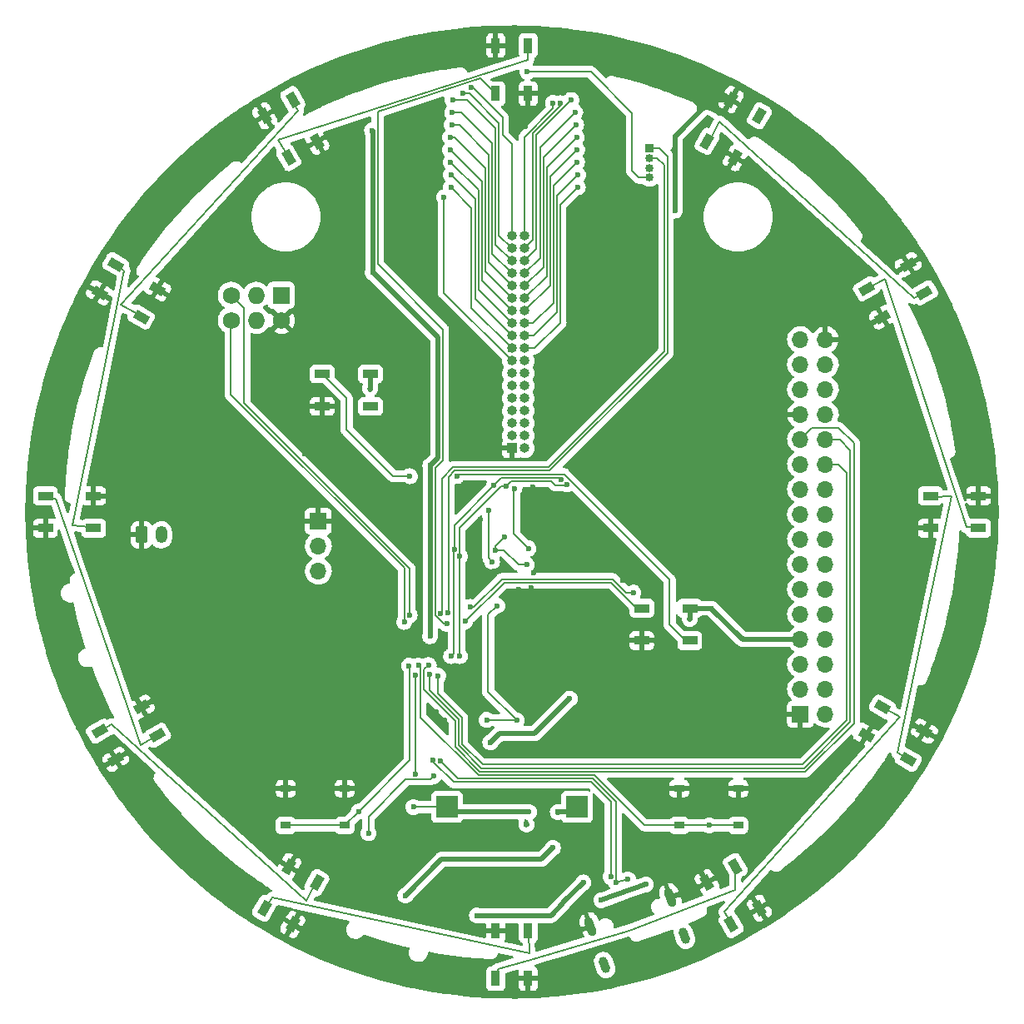
<source format=gbr>
%TF.GenerationSoftware,KiCad,Pcbnew,(6.0.8)*%
%TF.CreationDate,2022-10-27T23:25:15+02:00*%
%TF.ProjectId,Badge,42616467-652e-46b6-9963-61645f706362,rev?*%
%TF.SameCoordinates,Original*%
%TF.FileFunction,Copper,L2,Bot*%
%TF.FilePolarity,Positive*%
%FSLAX46Y46*%
G04 Gerber Fmt 4.6, Leading zero omitted, Abs format (unit mm)*
G04 Created by KiCad (PCBNEW (6.0.8)) date 2022-10-27 23:25:15*
%MOMM*%
%LPD*%
G01*
G04 APERTURE LIST*
G04 Aperture macros list*
%AMRoundRect*
0 Rectangle with rounded corners*
0 $1 Rounding radius*
0 $2 $3 $4 $5 $6 $7 $8 $9 X,Y pos of 4 corners*
0 Add a 4 corners polygon primitive as box body*
4,1,4,$2,$3,$4,$5,$6,$7,$8,$9,$2,$3,0*
0 Add four circle primitives for the rounded corners*
1,1,$1+$1,$2,$3*
1,1,$1+$1,$4,$5*
1,1,$1+$1,$6,$7*
1,1,$1+$1,$8,$9*
0 Add four rect primitives between the rounded corners*
20,1,$1+$1,$2,$3,$4,$5,0*
20,1,$1+$1,$4,$5,$6,$7,0*
20,1,$1+$1,$6,$7,$8,$9,0*
20,1,$1+$1,$8,$9,$2,$3,0*%
%AMHorizOval*
0 Thick line with rounded ends*
0 $1 width*
0 $2 $3 position (X,Y) of the first rounded end (center of the circle)*
0 $4 $5 position (X,Y) of the second rounded end (center of the circle)*
0 Add line between two ends*
20,1,$1,$2,$3,$4,$5,0*
0 Add two circle primitives to create the rounded ends*
1,1,$1,$2,$3*
1,1,$1,$4,$5*%
%AMRotRect*
0 Rectangle, with rotation*
0 The origin of the aperture is its center*
0 $1 length*
0 $2 width*
0 $3 Rotation angle, in degrees counterclockwise*
0 Add horizontal line*
21,1,$1,$2,0,0,$3*%
G04 Aperture macros list end*
%TA.AperFunction,ComponentPad*%
%ADD10HorizOval,0.900000X-0.188111X0.516831X0.188111X-0.516831X0*%
%TD*%
%TA.AperFunction,ComponentPad*%
%ADD11HorizOval,0.900000X-0.136808X0.375877X0.136808X-0.375877X0*%
%TD*%
%TA.AperFunction,ComponentPad*%
%ADD12R,1.700000X1.700000*%
%TD*%
%TA.AperFunction,ComponentPad*%
%ADD13O,1.700000X1.700000*%
%TD*%
%TA.AperFunction,ComponentPad*%
%ADD14RoundRect,0.250000X-0.350000X-0.625000X0.350000X-0.625000X0.350000X0.625000X-0.350000X0.625000X0*%
%TD*%
%TA.AperFunction,ComponentPad*%
%ADD15O,1.200000X1.750000*%
%TD*%
%TA.AperFunction,ComponentPad*%
%ADD16R,1.000000X1.000000*%
%TD*%
%TA.AperFunction,ComponentPad*%
%ADD17O,1.000000X1.000000*%
%TD*%
%TA.AperFunction,ComponentPad*%
%ADD18R,0.850000X0.850000*%
%TD*%
%TA.AperFunction,ComponentPad*%
%ADD19O,0.850000X0.850000*%
%TD*%
%TA.AperFunction,SMDPad,CuDef*%
%ADD20RotRect,1.500000X0.900000X30.000000*%
%TD*%
%TA.AperFunction,SMDPad,CuDef*%
%ADD21RotRect,1.500000X0.900000X300.000000*%
%TD*%
%TA.AperFunction,SMDPad,CuDef*%
%ADD22RotRect,1.500000X0.900000X240.000000*%
%TD*%
%TA.AperFunction,SMDPad,CuDef*%
%ADD23RotRect,1.500000X0.900000X330.000000*%
%TD*%
%TA.AperFunction,SMDPad,CuDef*%
%ADD24RotRect,1.500000X0.900000X120.000000*%
%TD*%
%TA.AperFunction,SMDPad,CuDef*%
%ADD25R,2.200000X2.200000*%
%TD*%
%TA.AperFunction,SMDPad,CuDef*%
%ADD26R,0.900000X1.500000*%
%TD*%
%TA.AperFunction,SMDPad,CuDef*%
%ADD27R,1.500000X0.900000*%
%TD*%
%TA.AperFunction,SMDPad,CuDef*%
%ADD28RotRect,1.500000X0.900000X150.000000*%
%TD*%
%TA.AperFunction,SMDPad,CuDef*%
%ADD29R,1.000000X0.750000*%
%TD*%
%TA.AperFunction,SMDPad,CuDef*%
%ADD30RotRect,1.500000X0.900000X210.000000*%
%TD*%
%TA.AperFunction,ComponentPad*%
%ADD31R,1.727200X1.727200*%
%TD*%
%TA.AperFunction,ComponentPad*%
%ADD32C,1.727200*%
%TD*%
%TA.AperFunction,ComponentPad*%
%ADD33O,1.727200X1.727200*%
%TD*%
%TA.AperFunction,SMDPad,CuDef*%
%ADD34RotRect,1.500000X0.900000X60.000000*%
%TD*%
%TA.AperFunction,ViaPad*%
%ADD35C,0.600000*%
%TD*%
%TA.AperFunction,Conductor*%
%ADD36C,0.200000*%
%TD*%
%TA.AperFunction,Conductor*%
%ADD37C,0.500000*%
%TD*%
G04 APERTURE END LIST*
D10*
%TO.P,P1,S1,SHIELD*%
%TO.N,GND*%
X108000429Y-142151689D03*
X116119373Y-139196635D03*
D11*
X109426653Y-146070207D03*
X117545597Y-143115153D03*
%TD*%
D12*
%TO.P,J3,1,Pin_1*%
%TO.N,GND*%
X80310000Y-100930000D03*
D13*
%TO.P,J3,2,Pin_2*%
%TO.N,/SWCLK*%
X80310000Y-103470000D03*
%TO.P,J3,3,Pin_3*%
%TO.N,/SWD*%
X80310000Y-106010000D03*
%TD*%
D14*
%TO.P,J1,1,Pin_1*%
%TO.N,GND*%
X62320000Y-102320000D03*
D15*
%TO.P,J1,2,Pin_2*%
%TO.N,Net-(J1-Pad2)*%
X64320000Y-102320000D03*
%TD*%
D16*
%TO.P,J5,1,Pin_1*%
%TO.N,GND*%
X100000000Y-93520000D03*
D17*
%TO.P,J5,2,Pin_2*%
%TO.N,+3V3*%
X101270000Y-93520000D03*
%TO.P,J5,3,Pin_3*%
%TO.N,/WiFi_BT/IO3*%
X100000000Y-92250000D03*
%TO.P,J5,4,Pin_4*%
%TO.N,VCC*%
X101270000Y-92250000D03*
%TO.P,J5,5,Pin_5*%
%TO.N,/WiFi_BT/IO46*%
X100000000Y-90980000D03*
%TO.P,J5,6,Pin_6*%
%TO.N,/WiFi_BT/IO45*%
X101270000Y-90980000D03*
%TO.P,J5,7,Pin_7*%
%TO.N,/WiFi_BT/IO9*%
X100000000Y-89710000D03*
%TO.P,J5,8,Pin_8*%
%TO.N,/WiFi_BT/IO48*%
X101270000Y-89710000D03*
%TO.P,J5,9,Pin_9*%
%TO.N,/WiFi_BT/IO10*%
X100000000Y-88440000D03*
%TO.P,J5,10,Pin_10*%
%TO.N,/WiFi_BT/IO47*%
X101270000Y-88440000D03*
%TO.P,J5,11,Pin_11*%
%TO.N,/WiFi_BT/IO11*%
X100000000Y-87170000D03*
%TO.P,J5,12,Pin_12*%
%TO.N,/WiFi_BT/IO21*%
X101270000Y-87170000D03*
%TO.P,J5,13,Pin_13*%
%TO.N,/WiFi_BT/IO12*%
X100000000Y-85900000D03*
%TO.P,J5,14,Pin_14*%
%TO.N,/WiFi_BT/IO14*%
X101270000Y-85900000D03*
%TO.P,J5,15,Pin_15*%
%TO.N,/WiFi_BT/IO43*%
X100000000Y-84630000D03*
%TO.P,J5,16,Pin_16*%
%TO.N,/WiFi_BT/IO13*%
X101270000Y-84630000D03*
%TO.P,J5,17,Pin_17*%
%TO.N,/WiFi_BT/IO44*%
X100000000Y-83360000D03*
%TO.P,J5,18,Pin_18*%
%TO.N,/WiFi_BT/IO35*%
X101270000Y-83360000D03*
%TO.P,J5,19,Pin_19*%
%TO.N,/WiFi_BT/IO8*%
X100000000Y-82090000D03*
%TO.P,J5,20,Pin_20*%
%TO.N,/WiFi_BT/IO36*%
X101270000Y-82090000D03*
%TO.P,J5,21,Pin_21*%
%TO.N,/WiFi_BT/IO18*%
X100000000Y-80820000D03*
%TO.P,J5,22,Pin_22*%
%TO.N,/WiFi_BT/IO37*%
X101270000Y-80820000D03*
%TO.P,J5,23,Pin_23*%
%TO.N,/WiFi_BT/IO17*%
X100000000Y-79550000D03*
%TO.P,J5,24,Pin_24*%
%TO.N,/WiFi_BT/IO38*%
X101270000Y-79550000D03*
%TO.P,J5,25,Pin_25*%
%TO.N,/WiFi_BT/IO16*%
X100000000Y-78280000D03*
%TO.P,J5,26,Pin_26*%
%TO.N,/WiFi_BT/IO39*%
X101270000Y-78280000D03*
%TO.P,J5,27,Pin_27*%
%TO.N,/WiFi_BT/IO15*%
X100000000Y-77010000D03*
%TO.P,J5,28,Pin_28*%
%TO.N,/WiFi_BT/IO40*%
X101270000Y-77010000D03*
%TO.P,J5,29,Pin_29*%
%TO.N,/WiFi_BT/IO7*%
X100000000Y-75740000D03*
%TO.P,J5,30,Pin_30*%
%TO.N,/WiFi_BT/IO41*%
X101270000Y-75740000D03*
%TO.P,J5,31,Pin_31*%
%TO.N,/WiFi_BT/IO6*%
X100000000Y-74470000D03*
%TO.P,J5,32,Pin_32*%
%TO.N,/WiFi_BT/IO42*%
X101270000Y-74470000D03*
%TO.P,J5,33,Pin_33*%
%TO.N,/WiFi_BT/IO5*%
X100000000Y-73200000D03*
%TO.P,J5,34,Pin_34*%
%TO.N,/WiFi_BT/IO2*%
X101270000Y-73200000D03*
%TO.P,J5,35,Pin_35*%
%TO.N,/WiFi_BT/IO4*%
X100000000Y-71930000D03*
%TO.P,J5,36,Pin_36*%
%TO.N,/WiFi_BT/IO1*%
X101270000Y-71930000D03*
%TD*%
D18*
%TO.P,J2,1,Pin_1*%
%TO.N,/ESP_TX*%
X114000000Y-63000000D03*
D19*
%TO.P,J2,2,Pin_2*%
%TO.N,/ESP_RX*%
X114000000Y-64000000D03*
%TO.P,J2,3,Pin_3*%
%TO.N,/ESP_BOOT*%
X114000000Y-65000000D03*
%TO.P,J2,4,Pin_4*%
%TO.N,/ESP_EN*%
X114000000Y-66000000D03*
%TD*%
D12*
%TO.P,J4,1,Pin_1*%
%TO.N,GND*%
X129340000Y-120560000D03*
D13*
%TO.P,J4,2,Pin_2*%
%TO.N,/GPIO_0*%
X131880000Y-120560000D03*
%TO.P,J4,3,Pin_3*%
%TO.N,/GPIO_1*%
X129340000Y-118020000D03*
%TO.P,J4,4,Pin_4*%
%TO.N,/GPIO_2*%
X131880000Y-118020000D03*
%TO.P,J4,5,Pin_5*%
%TO.N,/GPIO_3*%
X129340000Y-115480000D03*
%TO.P,J4,6,Pin_6*%
%TO.N,/GPIO_4*%
X131880000Y-115480000D03*
%TO.P,J4,7,Pin_7*%
%TO.N,VCC*%
X129340000Y-112940000D03*
%TO.P,J4,8,Pin_8*%
%TO.N,GND*%
X131880000Y-112940000D03*
%TO.P,J4,9,Pin_9*%
%TO.N,/GPIO_5*%
X129340000Y-110400000D03*
%TO.P,J4,10,Pin_10*%
%TO.N,/GPIO_6*%
X131880000Y-110400000D03*
%TO.P,J4,11,Pin_11*%
%TO.N,/GPIO_7*%
X129340000Y-107860000D03*
%TO.P,J4,12,Pin_12*%
%TO.N,/GPIO_8*%
X131880000Y-107860000D03*
%TO.P,J4,13,Pin_13*%
%TO.N,/GPIO_9*%
X129340000Y-105320000D03*
%TO.P,J4,14,Pin_14*%
%TO.N,/GPIO_10*%
X131880000Y-105320000D03*
%TO.P,J4,15,Pin_15*%
%TO.N,/GPIO_11*%
X129340000Y-102780000D03*
%TO.P,J4,16,Pin_16*%
%TO.N,/GPIO_12*%
X131880000Y-102780000D03*
%TO.P,J4,17,Pin_17*%
%TO.N,VCC*%
X129340000Y-100240000D03*
%TO.P,J4,18,Pin_18*%
%TO.N,GND*%
X131880000Y-100240000D03*
%TO.P,J4,19,Pin_19*%
%TO.N,/GPIO_13*%
X129340000Y-97700000D03*
%TO.P,J4,20,Pin_20*%
%TO.N,/GPIO_14*%
X131880000Y-97700000D03*
%TO.P,J4,21,Pin_21*%
%TO.N,/GPIO_15*%
X129340000Y-95160000D03*
%TO.P,J4,22,Pin_22*%
%TO.N,/ADC_2*%
X131880000Y-95160000D03*
%TO.P,J4,23,Pin_23*%
%TO.N,/ADC_0*%
X129340000Y-92620000D03*
%TO.P,J4,24,Pin_24*%
%TO.N,/ADC_1*%
X131880000Y-92620000D03*
%TO.P,J4,25,Pin_25*%
%TO.N,GND*%
X129340000Y-90080000D03*
%TO.P,J4,26,Pin_26*%
%TO.N,/RUN*%
X131880000Y-90080000D03*
%TO.P,J4,27,Pin_27*%
%TO.N,/I2C_SCL*%
X129340000Y-87540000D03*
%TO.P,J4,28,Pin_28*%
%TO.N,/I2C_SDA*%
X131880000Y-87540000D03*
%TO.P,J4,29,Pin_29*%
%TO.N,+3V3*%
X129340000Y-85000000D03*
%TO.P,J4,30,Pin_30*%
X131880000Y-85000000D03*
%TO.P,J4,31,Pin_31*%
%TO.N,VCC*%
X129340000Y-82460000D03*
%TO.P,J4,32,Pin_32*%
%TO.N,GND*%
X131880000Y-82460000D03*
%TD*%
D20*
%TO.P,D5,1,VDD*%
%TO.N,VCC*%
X59703238Y-125153942D03*
%TO.P,D5,2,DOUT*%
%TO.N,Net-(D5-Pad2)*%
X58053238Y-122296058D03*
%TO.P,D5,3,VSS*%
%TO.N,GND*%
X62296762Y-119846058D03*
%TO.P,D5,4,DIN*%
%TO.N,Net-(D4-Pad2)*%
X63946762Y-122703942D03*
%TD*%
D21*
%TO.P,D2,1,VDD*%
%TO.N,VCC*%
X74846058Y-59703238D03*
%TO.P,D2,2,DOUT*%
%TO.N,Net-(D2-Pad2)*%
X77703942Y-58053238D03*
%TO.P,D2,3,VSS*%
%TO.N,GND*%
X80153942Y-62296762D03*
%TO.P,D2,4,DIN*%
%TO.N,Net-(D1-Pad2)*%
X77296058Y-63946762D03*
%TD*%
D22*
%TO.P,D12,1,VDD*%
%TO.N,VCC*%
X122296058Y-58053238D03*
%TO.P,D12,2,DOUT*%
%TO.N,/Circle Led/DATA_OUT*%
X125153942Y-59703238D03*
%TO.P,D12,3,VSS*%
%TO.N,GND*%
X122703942Y-63946762D03*
%TO.P,D12,4,DIN*%
%TO.N,Net-(D11-Pad2)*%
X119846058Y-62296762D03*
%TD*%
D23*
%TO.P,D3,1,VDD*%
%TO.N,VCC*%
X58053238Y-77703942D03*
%TO.P,D3,2,DOUT*%
%TO.N,Net-(D3-Pad2)*%
X59703238Y-74846058D03*
%TO.P,D3,3,VSS*%
%TO.N,GND*%
X63946762Y-77296058D03*
%TO.P,D3,4,DIN*%
%TO.N,Net-(D2-Pad2)*%
X62296762Y-80153942D03*
%TD*%
D24*
%TO.P,D8,1,VDD*%
%TO.N,VCC*%
X125153942Y-140296762D03*
%TO.P,D8,2,DOUT*%
%TO.N,Net-(D8-Pad2)*%
X122296058Y-141946762D03*
%TO.P,D8,3,VSS*%
%TO.N,GND*%
X119846058Y-137703238D03*
%TO.P,D8,4,DIN*%
%TO.N,Net-(D7-Pad2)*%
X122703942Y-136053238D03*
%TD*%
D25*
%TO.P,BZ1,1,-*%
%TO.N,VCC*%
X106600000Y-130000000D03*
%TO.P,BZ1,2,+*%
%TO.N,Net-(BZ1-Pad2)*%
X93400000Y-130000000D03*
%TD*%
D26*
%TO.P,D1,1,VDD*%
%TO.N,VCC*%
X98350000Y-52550000D03*
%TO.P,D1,2,DOUT*%
%TO.N,Net-(D1-Pad2)*%
X101650000Y-52550000D03*
%TO.P,D1,3,VSS*%
%TO.N,GND*%
X101650000Y-57450000D03*
%TO.P,D1,4,DIN*%
%TO.N,/LED_STRIPE*%
X98350000Y-57450000D03*
%TD*%
D27*
%TO.P,D13,1,VDD*%
%TO.N,VCC*%
X118090000Y-109780000D03*
%TO.P,D13,2,DOUT*%
%TO.N,Net-(D13-Pad2)*%
X118090000Y-113080000D03*
%TO.P,D13,3,VSS*%
%TO.N,GND*%
X113190000Y-113080000D03*
%TO.P,D13,4,DIN*%
%TO.N,/LED_POST*%
X113190000Y-109780000D03*
%TD*%
D28*
%TO.P,D9,1,VDD*%
%TO.N,VCC*%
X141946762Y-122296058D03*
%TO.P,D9,2,DOUT*%
%TO.N,Net-(D10-Pad4)*%
X140296762Y-125153942D03*
%TO.P,D9,3,VSS*%
%TO.N,GND*%
X136053238Y-122703942D03*
%TO.P,D9,4,DIN*%
%TO.N,Net-(D8-Pad2)*%
X137703238Y-119846058D03*
%TD*%
D29*
%TO.P,SW6,1*%
%TO.N,GND*%
X123000000Y-128125000D03*
X117000000Y-128125000D03*
%TO.P,SW6,2*%
%TO.N,/SW_2*%
X123000000Y-131875000D03*
X117000000Y-131875000D03*
%TD*%
D27*
%TO.P,D4,1,VDD*%
%TO.N,VCC*%
X52550000Y-101650000D03*
%TO.P,D4,2,DOUT*%
%TO.N,Net-(D4-Pad2)*%
X52550000Y-98350000D03*
%TO.P,D4,3,VSS*%
%TO.N,GND*%
X57450000Y-98350000D03*
%TO.P,D4,4,DIN*%
%TO.N,Net-(D3-Pad2)*%
X57450000Y-101650000D03*
%TD*%
D29*
%TO.P,SW5,1*%
%TO.N,GND*%
X77000000Y-128125000D03*
X83000000Y-128125000D03*
%TO.P,SW5,2*%
%TO.N,/SW_1*%
X77000000Y-131875000D03*
X83000000Y-131875000D03*
%TD*%
D26*
%TO.P,D7,1,VDD*%
%TO.N,VCC*%
X101650000Y-147450000D03*
%TO.P,D7,2,DOUT*%
%TO.N,Net-(D7-Pad2)*%
X98350000Y-147450000D03*
%TO.P,D7,3,VSS*%
%TO.N,GND*%
X98350000Y-142550000D03*
%TO.P,D7,4,DIN*%
%TO.N,Net-(D6-Pad2)*%
X101650000Y-142550000D03*
%TD*%
D30*
%TO.P,D11,1,VDD*%
%TO.N,VCC*%
X140296762Y-74846058D03*
%TO.P,D11,2,DOUT*%
%TO.N,Net-(D11-Pad2)*%
X141946762Y-77703942D03*
%TO.P,D11,3,VSS*%
%TO.N,GND*%
X137703238Y-80153942D03*
%TO.P,D11,4,DIN*%
%TO.N,Net-(D10-Pad2)*%
X136053238Y-77296058D03*
%TD*%
D31*
%TO.P,X1,1,VCC*%
%TO.N,+3V3*%
X76530000Y-77960000D03*
D32*
%TO.P,X1,2,GND*%
%TO.N,GND*%
X76530000Y-80500000D03*
D33*
%TO.P,X1,3,SDA*%
%TO.N,/I2C_SDA*%
X73990000Y-77960000D03*
%TO.P,X1,4,SCL*%
%TO.N,/I2C_SCL*%
X73990000Y-80500000D03*
D32*
%TO.P,X1,5,GPIO1*%
%TO.N,/SAO_1*%
X71450000Y-77960000D03*
%TO.P,X1,6,GPIO2*%
%TO.N,/SAO_2*%
X71450000Y-80500000D03*
%TD*%
D27*
%TO.P,D10,1,VDD*%
%TO.N,VCC*%
X147450000Y-98350000D03*
%TO.P,D10,2,DOUT*%
%TO.N,Net-(D10-Pad2)*%
X147450000Y-101650000D03*
%TO.P,D10,3,VSS*%
%TO.N,GND*%
X142550000Y-101650000D03*
%TO.P,D10,4,DIN*%
%TO.N,Net-(D10-Pad4)*%
X142550000Y-98350000D03*
%TD*%
D34*
%TO.P,D6,1,VDD*%
%TO.N,VCC*%
X77703942Y-141946762D03*
%TO.P,D6,2,DOUT*%
%TO.N,Net-(D6-Pad2)*%
X74846058Y-140296762D03*
%TO.P,D6,3,VSS*%
%TO.N,GND*%
X77296058Y-136053238D03*
%TO.P,D6,4,DIN*%
%TO.N,Net-(D5-Pad2)*%
X80153942Y-137703238D03*
%TD*%
D27*
%TO.P,D14,1,VDD*%
%TO.N,VCC*%
X85620000Y-85960000D03*
%TO.P,D14,2,DOUT*%
%TO.N,/Logo Led/DATA_OUT*%
X85620000Y-89260000D03*
%TO.P,D14,3,VSS*%
%TO.N,GND*%
X80720000Y-89260000D03*
%TO.P,D14,4,DIN*%
%TO.N,Net-(D13-Pad2)*%
X80720000Y-85960000D03*
%TD*%
D35*
%TO.N,GND*%
X109840000Y-102050000D03*
X107080000Y-123630000D03*
X74570000Y-87510000D03*
X135750000Y-104020000D03*
X100050000Y-142550000D03*
X101340000Y-59420000D03*
X121130000Y-87700000D03*
X89890000Y-86010000D03*
X71940000Y-109980000D03*
X109890000Y-95920000D03*
X98710000Y-113730000D03*
X109830000Y-87120000D03*
X125880000Y-124000000D03*
X89870000Y-82870000D03*
X113160000Y-94120000D03*
X102940000Y-98090000D03*
X57475000Y-100025000D03*
X78675000Y-63150000D03*
X116550000Y-96820000D03*
X87870000Y-60060000D03*
X71920000Y-108340000D03*
X126690000Y-123950000D03*
X110490000Y-105156000D03*
X108840000Y-129630000D03*
X86770000Y-91370000D03*
X99900000Y-60860000D03*
X102770000Y-102770000D03*
X123600000Y-124050000D03*
X71970000Y-105060000D03*
X121250000Y-118270000D03*
X121250000Y-119050000D03*
X109850000Y-97780000D03*
X100230000Y-138000000D03*
X121210000Y-120490000D03*
X114830000Y-94050000D03*
X71970000Y-106700000D03*
X71920000Y-111920000D03*
X135790000Y-97170000D03*
X107730000Y-108600000D03*
X120960000Y-104870000D03*
X99900000Y-59460000D03*
X78670000Y-111870000D03*
X81210000Y-84320000D03*
X101970000Y-107740000D03*
X101350000Y-60820000D03*
X121190000Y-90540000D03*
X135760000Y-104950000D03*
X63150000Y-121325000D03*
X72190000Y-113640000D03*
X63075000Y-78750000D03*
X75260000Y-114090000D03*
X135740000Y-101390000D03*
X90110000Y-75080000D03*
X135790000Y-95380000D03*
X121170000Y-89060000D03*
X77760000Y-85160000D03*
X78720000Y-98440000D03*
X79400000Y-84650000D03*
X71890000Y-103360000D03*
X72430000Y-92130000D03*
X142550000Y-99950000D03*
X117094000Y-108204000D03*
X127500000Y-123700000D03*
X101260000Y-115000000D03*
X98700000Y-116280000D03*
X113920000Y-93600000D03*
X89870000Y-84510000D03*
X99610000Y-139360000D03*
X127760000Y-122270000D03*
X135780000Y-92660000D03*
X102120000Y-97440000D03*
X98810000Y-136680000D03*
X135770000Y-90030000D03*
X76890000Y-114110000D03*
X113750000Y-96100000D03*
X120280000Y-106480000D03*
X89840000Y-99920000D03*
X78420000Y-113500000D03*
X135780000Y-93520000D03*
X96490000Y-101640000D03*
X111150000Y-113840000D03*
X109570000Y-113840000D03*
X109790000Y-108630000D03*
X87410000Y-85570000D03*
X119180000Y-107730000D03*
X109630000Y-85520000D03*
X114460000Y-96840000D03*
X98010000Y-136680000D03*
X135760000Y-106740000D03*
X84620000Y-90770000D03*
X93170000Y-121990000D03*
X93150000Y-121190000D03*
X109950000Y-103440000D03*
X72020000Y-95170000D03*
X100700000Y-107890000D03*
X101280000Y-116260000D03*
X98680000Y-115020000D03*
X124370000Y-124050000D03*
X115510000Y-97530000D03*
X88990000Y-86370000D03*
X100240000Y-136710000D03*
X135750000Y-103090000D03*
X109920000Y-99420000D03*
X78680000Y-96640000D03*
X88530000Y-92920000D03*
X81830000Y-90820000D03*
X135760000Y-105810000D03*
X97040000Y-97050000D03*
X121170000Y-92140000D03*
X136850000Y-78675000D03*
X88650000Y-120600000D03*
X117260000Y-96080000D03*
X121250000Y-103040000D03*
X89760000Y-97840000D03*
X108800000Y-131980000D03*
X98190000Y-106040000D03*
X124080000Y-85100000D03*
X78775000Y-136900000D03*
X73720000Y-114070000D03*
X96770000Y-100750000D03*
X96560000Y-106330000D03*
X116180000Y-94030000D03*
X89840000Y-76640000D03*
X88690000Y-116490000D03*
X121230000Y-119810000D03*
X71970000Y-100060000D03*
X135740000Y-99600000D03*
X103390000Y-104130000D03*
X100000000Y-115000000D03*
X121210000Y-121170000D03*
X117820000Y-95110000D03*
X99900000Y-58060000D03*
X101180000Y-123940000D03*
X108650000Y-124060000D03*
X127780000Y-123010000D03*
X111252000Y-106934000D03*
X100020000Y-116260000D03*
X73690000Y-88520000D03*
X121170000Y-93890000D03*
X109870000Y-92390000D03*
X100030000Y-113710000D03*
X136925000Y-121225000D03*
X102180000Y-106150000D03*
X122650000Y-85030000D03*
X72080000Y-93610000D03*
X92330000Y-120310000D03*
X108820000Y-130630000D03*
X96430000Y-97740000D03*
X109870000Y-94140000D03*
X89890000Y-87210000D03*
X89840000Y-102320000D03*
X135750000Y-102230000D03*
X117850000Y-94100000D03*
X88670000Y-117820000D03*
X121110000Y-98910000D03*
X80000000Y-92190000D03*
X84980000Y-84450000D03*
X71970000Y-101780000D03*
X135790000Y-96240000D03*
X72000000Y-96860000D03*
X135770000Y-91820000D03*
X113190000Y-95130000D03*
X121225000Y-63075000D03*
X83060000Y-84240000D03*
X89790000Y-81480000D03*
X127730000Y-121510000D03*
X121490000Y-85400000D03*
X102950000Y-99420000D03*
X125100000Y-124040000D03*
X135770000Y-90890000D03*
X72790000Y-90830000D03*
X78740000Y-108270000D03*
X108120000Y-85190000D03*
X135780000Y-94450000D03*
X72000000Y-98580000D03*
X88670000Y-119150000D03*
X101290000Y-113710000D03*
X88680000Y-122040000D03*
X117090000Y-93580000D03*
X121190000Y-95670000D03*
X78690000Y-110080000D03*
X92320000Y-121100000D03*
X121325000Y-136850000D03*
X115570000Y-94770000D03*
X91820000Y-74790000D03*
X78930000Y-94070000D03*
X76140000Y-86070000D03*
X135740000Y-100460000D03*
X89460000Y-95060000D03*
X121150000Y-97530000D03*
%TO.N,VCC*%
X141074999Y-76200000D03*
X123800000Y-141074999D03*
X118080000Y-110860000D03*
X76353543Y-141155913D03*
X116586000Y-69342000D03*
X141180913Y-123646457D03*
X76200000Y-58925000D03*
X123646457Y-58819087D03*
X147446457Y-99919087D03*
X100080913Y-147446457D03*
X52578543Y-100055913D03*
X104660000Y-130510000D03*
X94580000Y-146630000D03*
X58819087Y-76328543D03*
X101460000Y-131760000D03*
X58925001Y-123800000D03*
X85580000Y-87440000D03*
%TO.N,Net-(BZ1-Pad2)*%
X89980000Y-130000000D03*
X101730000Y-130510000D03*
%TO.N,+3V3*%
X91680000Y-112620000D03*
X92040000Y-126860000D03*
X85400000Y-132670000D03*
X101500000Y-105370000D03*
X85830000Y-75610000D03*
X105870000Y-118980000D03*
X97810000Y-123430000D03*
X91695466Y-95281512D03*
X85780500Y-61190000D03*
X98290000Y-103890000D03*
X99260000Y-102520000D03*
%TO.N,+1V1*%
X100490000Y-121200000D03*
X98507086Y-109530026D03*
X97425000Y-121145000D03*
%TO.N,/ESP_EN*%
X101560000Y-55230000D03*
%TO.N,VBUS*%
X109090000Y-139490000D03*
X113607705Y-137872295D03*
%TO.N,/LED_POST*%
X95237084Y-111109500D03*
%TO.N,/LED_STRIPE*%
X93360000Y-111349500D03*
%TO.N,Net-(D13-Pad2)*%
X89610000Y-96360000D03*
X94390500Y-96340000D03*
%TO.N,/ADC_3*%
X90160500Y-116620000D03*
X90210000Y-126640000D03*
%TO.N,/ADC_0*%
X91530000Y-115570000D03*
%TO.N,/ADC_1*%
X91609500Y-116470000D03*
%TO.N,/RUN*%
X95760000Y-109649500D03*
X112341444Y-108191444D03*
%TO.N,/ESP_TX*%
X93510000Y-110250000D03*
%TO.N,/ESP_RX*%
X92762847Y-110309298D03*
%TO.N,/WiFi_BT/IO15*%
X93870000Y-60630000D03*
%TO.N,/WiFi_BT/IO4*%
X95827398Y-56824370D03*
%TO.N,/WiFi_BT/IO16*%
X93720000Y-61900000D03*
%TO.N,/WiFi_BT/IO17*%
X93700000Y-63160000D03*
%TO.N,/WiFi_BT/IO5*%
X95040000Y-57410000D03*
%TO.N,/WiFi_BT/IO18*%
X93770000Y-64440000D03*
%TO.N,/WiFi_BT/IO35*%
X106690000Y-66980000D03*
%TO.N,/USB_D+*%
X110591773Y-137668182D03*
X111810000Y-137380000D03*
X92720000Y-125290000D03*
%TO.N,/USB_D-*%
X91950000Y-125270000D03*
X110040500Y-137093522D03*
%TO.N,Net-(C1-Pad1)*%
X96450000Y-141040000D03*
X107260000Y-137680000D03*
%TO.N,/SW_1*%
X89540000Y-115630000D03*
X84422500Y-130452500D03*
%TO.N,/SW_2*%
X120075000Y-131875000D03*
X90490000Y-115610000D03*
%TO.N,/I2C_SCL*%
X94687584Y-104512416D03*
X94700000Y-114650500D03*
X105580253Y-97197364D03*
X99400000Y-97350000D03*
%TO.N,/I2C_SDA*%
X94138084Y-103790000D03*
X93810000Y-114650500D03*
X98168931Y-97268931D03*
X105020000Y-96699500D03*
%TO.N,Net-(Q1-Pad1)*%
X89170000Y-138990000D03*
X104150000Y-134160000D03*
%TO.N,Net-(R24-Pad2)*%
X100240000Y-97630000D03*
X101670500Y-103705744D03*
%TO.N,/Gyros/INT_S1*%
X97600000Y-99800000D03*
X97972168Y-105042587D03*
%TO.N,/WiFi_BT/IO6*%
X93970000Y-58090000D03*
%TO.N,/WiFi_BT/IO7*%
X93920000Y-59360000D03*
%TO.N,/WiFi_BT/IO8*%
X93790000Y-65710000D03*
%TO.N,/WiFi_BT/IO44*%
X93800000Y-66980000D03*
%TO.N,/WiFi_BT/IO43*%
X93090000Y-67990000D03*
%TO.N,/WiFi_BT/IO2*%
X104931444Y-58421444D03*
%TO.N,/WiFi_BT/IO1*%
X104182715Y-58387395D03*
%TO.N,/WiFi_BT/IO36*%
X106710000Y-65710000D03*
%TO.N,/WiFi_BT/IO37*%
X106620000Y-64440000D03*
%TO.N,/WiFi_BT/IO38*%
X106620000Y-63170000D03*
%TO.N,/WiFi_BT/IO39*%
X106590000Y-61890000D03*
%TO.N,/WiFi_BT/IO40*%
X106530000Y-60630000D03*
%TO.N,/WiFi_BT/IO41*%
X106430000Y-59360000D03*
%TO.N,/WiFi_BT/IO42*%
X106035000Y-58095000D03*
%TO.N,/ADC_2*%
X92490000Y-116650500D03*
%TO.N,/SAO_1*%
X89589500Y-110510000D03*
%TO.N,/SAO_2*%
X89040000Y-111170000D03*
%TD*%
D36*
%TO.N,GND*%
X75130000Y-82086850D02*
X75410000Y-81806850D01*
D37*
%TO.N,VCC*%
X116586000Y-69342000D02*
X116586000Y-61794000D01*
X120280000Y-109780000D02*
X123440000Y-112940000D01*
X120733238Y-58053238D02*
X122296058Y-58053238D01*
X116586000Y-61794000D02*
X120530000Y-57850000D01*
X85620000Y-85960000D02*
X85620000Y-87400000D01*
X123440000Y-112940000D02*
X129340000Y-112940000D01*
D36*
X118090000Y-110870000D02*
X118080000Y-110860000D01*
X117910000Y-109960000D02*
X118090000Y-109780000D01*
D37*
X85620000Y-87400000D02*
X85580000Y-87440000D01*
X106090000Y-130510000D02*
X106600000Y-130000000D01*
X118090000Y-109780000D02*
X118090000Y-110870000D01*
X118090000Y-109780000D02*
X120280000Y-109780000D01*
X120530000Y-57850000D02*
X120733238Y-58053238D01*
X104660000Y-130510000D02*
X106090000Y-130510000D01*
D36*
%TO.N,Net-(BZ1-Pad2)*%
X89980000Y-130000000D02*
X93400000Y-130000000D01*
D37*
X93910000Y-130510000D02*
X93400000Y-130000000D01*
X101730000Y-130510000D02*
X93910000Y-130510000D01*
D36*
%TO.N,+3V3*%
X85400000Y-130990000D02*
X89200000Y-127190000D01*
X100640000Y-105370000D02*
X99160000Y-103890000D01*
X85400000Y-132670000D02*
X85400000Y-130990000D01*
D37*
X97810000Y-123430000D02*
X98700000Y-122540000D01*
D36*
X99160000Y-103890000D02*
X98290000Y-103890000D01*
D37*
X92480000Y-94496978D02*
X92480000Y-82260000D01*
D36*
X89200000Y-127190000D02*
X91710000Y-127190000D01*
X101500000Y-105370000D02*
X100640000Y-105370000D01*
D37*
X91680000Y-112620000D02*
X91680000Y-108980050D01*
X91695466Y-95281512D02*
X92480000Y-94496978D01*
D36*
X98290000Y-103890000D02*
X98290000Y-103490000D01*
D37*
X91699403Y-108960647D02*
X91699403Y-95285449D01*
X91699403Y-95285449D02*
X91695466Y-95281512D01*
X98700000Y-122540000D02*
X102310000Y-122540000D01*
X92480000Y-82260000D02*
X85830000Y-75610000D01*
D36*
X91710000Y-127190000D02*
X92040000Y-126860000D01*
X98290000Y-103490000D02*
X99260000Y-102520000D01*
D37*
X85830000Y-75610000D02*
X85830000Y-61239500D01*
X102310000Y-122540000D02*
X105870000Y-118980000D01*
X91680000Y-108980050D02*
X91699403Y-108960647D01*
X85830000Y-61239500D02*
X85780500Y-61190000D01*
D36*
%TO.N,+1V1*%
X100435000Y-121145000D02*
X100490000Y-121200000D01*
X97590000Y-110447112D02*
X97590000Y-118300000D01*
X98507086Y-109530026D02*
X97590000Y-110447112D01*
X97425000Y-121145000D02*
X100435000Y-121145000D01*
X97590000Y-118300000D02*
X100490000Y-121200000D01*
%TO.N,/ESP_EN*%
X108010000Y-55230000D02*
X112190000Y-59410000D01*
X112190000Y-65280000D02*
X112910000Y-66000000D01*
X101560000Y-55230000D02*
X108010000Y-55230000D01*
X112190000Y-59410000D02*
X112190000Y-65280000D01*
X112910000Y-66000000D02*
X114000000Y-66000000D01*
D37*
%TO.N,VBUS*%
X109090000Y-139490000D02*
X113607705Y-137872295D01*
D36*
%TO.N,Net-(D3-Pad2)*%
X57010876Y-101496594D02*
X55320000Y-101320000D01*
X60586017Y-75450740D02*
X59317961Y-74707080D01*
X55320000Y-101320000D02*
X60586017Y-75450740D01*
%TO.N,Net-(D1-Pad2)*%
X101640000Y-54020000D02*
X101650000Y-52550000D01*
X77296058Y-63946762D02*
X76170000Y-62170000D01*
X76170000Y-62170000D02*
X101640000Y-54020000D01*
%TO.N,/LED_POST*%
X95237084Y-111109500D02*
X95260500Y-111109500D01*
X110110000Y-107170000D02*
X112720000Y-109780000D01*
X112720000Y-109780000D02*
X113190000Y-109780000D01*
X95260500Y-111109500D02*
X99200000Y-107170000D01*
X99200000Y-107170000D02*
X110110000Y-107170000D01*
%TO.N,/LED_STRIPE*%
X93025231Y-111349500D02*
X92199403Y-110523672D01*
X86330000Y-59310000D02*
X86364644Y-59275356D01*
X93360000Y-111349500D02*
X93025231Y-111349500D01*
X92980000Y-94720000D02*
X92980000Y-81420001D01*
X96827429Y-55927429D02*
X98350000Y-57450000D01*
X92980000Y-81420001D02*
X86330000Y-74770000D01*
X92199403Y-110523672D02*
X92199403Y-95500597D01*
X86364644Y-59275356D02*
X96827429Y-55927429D01*
X92199403Y-95500597D02*
X92980000Y-94720000D01*
X86330000Y-74770000D02*
X86330000Y-59310000D01*
%TO.N,Net-(D13-Pad2)*%
X87920000Y-96360000D02*
X83190000Y-91630000D01*
X89610000Y-96360000D02*
X87920000Y-96360000D01*
X94390500Y-96340000D02*
X94580500Y-96150000D01*
X83190000Y-91630000D02*
X83190000Y-88430000D01*
X83190000Y-88430000D02*
X80720000Y-85960000D01*
X117650000Y-113080000D02*
X118090000Y-113080000D01*
X94580500Y-96150000D02*
X105310000Y-96150000D01*
X116040000Y-106880000D02*
X116040000Y-111470000D01*
X116040000Y-111470000D02*
X117650000Y-113080000D01*
X105310000Y-96150000D02*
X116040000Y-106880000D01*
%TO.N,Net-(D2-Pad2)*%
X78230879Y-59159047D02*
X77504540Y-57880990D01*
X60248212Y-78952153D02*
X78230879Y-59159047D01*
X62111788Y-79927847D02*
X60248212Y-78952153D01*
%TO.N,/ADC_3*%
X90170000Y-116629500D02*
X90170000Y-126600000D01*
X90170000Y-126600000D02*
X90210000Y-126640000D01*
X90160500Y-116620000D02*
X90170000Y-116629500D01*
%TO.N,/ADC_0*%
X94210000Y-121210000D02*
X94210000Y-123885026D01*
X96714974Y-126390000D02*
X129840000Y-126390000D01*
X134760000Y-121470000D02*
X134760000Y-92970000D01*
X94210000Y-123885026D02*
X96714974Y-126390000D01*
X91060000Y-116040000D02*
X91060000Y-118060000D01*
X91060000Y-118060000D02*
X94210000Y-121210000D01*
X134760000Y-92970000D02*
X133230000Y-91440000D01*
X133230000Y-91440000D02*
X130520000Y-91440000D01*
X129840000Y-126390000D02*
X134760000Y-121470000D01*
X130520000Y-91440000D02*
X129340000Y-92620000D01*
X91530000Y-115570000D02*
X91060000Y-116040000D01*
%TO.N,/ADC_1*%
X91609500Y-116470000D02*
X91609500Y-118114526D01*
X96859948Y-126040000D02*
X129695026Y-126040000D01*
X94560000Y-123740052D02*
X96859948Y-126040000D01*
X133320000Y-92620000D02*
X131880000Y-92620000D01*
X129695026Y-126040000D02*
X134410000Y-121325026D01*
X91609500Y-118114526D02*
X94560000Y-121065026D01*
X94560000Y-121065026D02*
X94560000Y-123740052D01*
X134410000Y-93710000D02*
X133320000Y-92620000D01*
X134410000Y-121325026D02*
X134410000Y-93710000D01*
%TO.N,/RUN*%
X95760000Y-109649500D02*
X96121000Y-109649500D01*
X111626418Y-108191444D02*
X112341444Y-108191444D01*
X96121000Y-109649500D02*
X98950500Y-106820000D01*
X98950500Y-106820000D02*
X110254974Y-106820000D01*
X110254974Y-106820000D02*
X111626418Y-108191444D01*
%TO.N,/ESP_TX*%
X94162682Y-95790000D02*
X103854000Y-95790000D01*
X103854000Y-95790000D02*
X115824000Y-83820000D01*
X115000000Y-63000000D02*
X114000000Y-63000000D01*
X93510000Y-110250000D02*
X93548496Y-110211504D01*
X115824000Y-63824000D02*
X115000000Y-63000000D01*
X115824000Y-83820000D02*
X115824000Y-63824000D01*
X93548496Y-110211504D02*
X93548496Y-96404186D01*
X93548496Y-96404186D02*
X94162682Y-95790000D01*
%TO.N,/ESP_RX*%
X92850000Y-96607708D02*
X94017708Y-95440000D01*
X94017708Y-95440000D02*
X103709026Y-95440000D01*
X114750000Y-64000000D02*
X114000000Y-64000000D01*
X115474000Y-83675026D02*
X115474000Y-64724000D01*
X92762847Y-110309298D02*
X92850000Y-110222145D01*
X92850000Y-110222145D02*
X92850000Y-96607708D01*
X115474000Y-64724000D02*
X114750000Y-64000000D01*
X103709026Y-95440000D02*
X115474000Y-83675026D01*
%TO.N,/WiFi_BT/IO15*%
X93870000Y-60630000D02*
X94630000Y-60630000D01*
X98280000Y-75270000D02*
X98280000Y-75290000D01*
X97640000Y-74630000D02*
X98280000Y-75270000D01*
X97640000Y-63640000D02*
X97640000Y-74630000D01*
X98280000Y-75290000D02*
X100000000Y-77010000D01*
X94630000Y-60630000D02*
X97640000Y-63640000D01*
%TO.N,/WiFi_BT/IO4*%
X99040000Y-61660000D02*
X100000000Y-62620000D01*
X95827398Y-56824370D02*
X95994370Y-56824370D01*
X100000000Y-62620000D02*
X100000000Y-71930000D01*
X99040000Y-59870000D02*
X99040000Y-61660000D01*
X95994370Y-56824370D02*
X99040000Y-59870000D01*
%TO.N,/WiFi_BT/IO16*%
X97290000Y-65070000D02*
X97290000Y-75570000D01*
X94120000Y-61900000D02*
X97290000Y-65070000D01*
X97290000Y-75570000D02*
X100000000Y-78280000D01*
X93720000Y-61900000D02*
X94120000Y-61900000D01*
%TO.N,/WiFi_BT/IO17*%
X96940000Y-66400000D02*
X96940000Y-76490000D01*
X93700000Y-63160000D02*
X96940000Y-66400000D01*
X96940000Y-76490000D02*
X100000000Y-79550000D01*
%TO.N,/WiFi_BT/IO5*%
X98690000Y-60430000D02*
X98690000Y-71890000D01*
X98690000Y-71890000D02*
X100000000Y-73200000D01*
X95040000Y-57410000D02*
X95670000Y-57410000D01*
X95670000Y-57410000D02*
X98690000Y-60430000D01*
%TO.N,/WiFi_BT/IO18*%
X96590000Y-77410000D02*
X100000000Y-80820000D01*
X93770000Y-64440000D02*
X96590000Y-67260000D01*
X96590000Y-67260000D02*
X96590000Y-77410000D01*
%TO.N,/WiFi_BT/IO35*%
X104940000Y-68730000D02*
X104940000Y-80750000D01*
X102330000Y-83360000D02*
X101270000Y-83360000D01*
X106690000Y-66980000D02*
X104940000Y-68730000D01*
X104940000Y-80750000D02*
X102330000Y-83360000D01*
%TO.N,/USB_D+*%
X111810000Y-137380000D02*
X110591773Y-137668182D01*
X92720000Y-125290000D02*
X94540000Y-127110000D01*
X110590000Y-129475026D02*
X110590000Y-137670000D01*
X108224974Y-127110000D02*
X110590000Y-129475026D01*
X94540000Y-127110000D02*
X108224974Y-127110000D01*
%TO.N,/USB_D-*%
X108080000Y-127460000D02*
X110050000Y-129430000D01*
X110050000Y-137084022D02*
X110040500Y-137093522D01*
X110050000Y-129430000D02*
X110050000Y-137084022D01*
X91950000Y-125360000D02*
X94050000Y-127460000D01*
X94050000Y-127460000D02*
X108080000Y-127460000D01*
X91950000Y-125270000D02*
X91950000Y-125360000D01*
D37*
%TO.N,Net-(C1-Pad1)*%
X105200000Y-139800000D02*
X103960000Y-141040000D01*
X103960000Y-141040000D02*
X96450000Y-141040000D01*
X105200000Y-139800000D02*
X105200000Y-139740000D01*
X105200000Y-139740000D02*
X107260000Y-137680000D01*
D36*
%TO.N,/SW_1*%
X83000000Y-131875000D02*
X84422500Y-130452500D01*
X89610000Y-125265000D02*
X84422500Y-130452500D01*
X89540000Y-115630000D02*
X89610000Y-115700000D01*
X77000000Y-131875000D02*
X83000000Y-131875000D01*
X89610000Y-115700000D02*
X89610000Y-125265000D01*
%TO.N,/SW_2*%
X90710000Y-120880000D02*
X96590000Y-126760000D01*
X90490000Y-115610000D02*
X90710000Y-115830000D01*
X113484948Y-131875000D02*
X117000000Y-131875000D01*
X108369948Y-126760000D02*
X113484948Y-131875000D01*
X120075000Y-131875000D02*
X123000000Y-131875000D01*
X90710000Y-115830000D02*
X90710000Y-120880000D01*
X96590000Y-126760000D02*
X108369948Y-126760000D01*
X117000000Y-131875000D02*
X120075000Y-131875000D01*
%TO.N,/I2C_SCL*%
X94687584Y-104512416D02*
X94687584Y-101574598D01*
X99900000Y-96850000D02*
X99400000Y-97350000D01*
X94687584Y-114638084D02*
X94687584Y-104512416D01*
X98912182Y-97350000D02*
X99400000Y-97350000D01*
X104371682Y-97249500D02*
X103972182Y-96850000D01*
X94687584Y-101574598D02*
X98912182Y-97350000D01*
X105580253Y-97197364D02*
X105299954Y-97197364D01*
X105299954Y-97197364D02*
X105247818Y-97249500D01*
X103972182Y-96850000D02*
X99900000Y-96850000D01*
X105247818Y-97249500D02*
X104371682Y-97249500D01*
X94700000Y-114650500D02*
X94687584Y-114638084D01*
%TO.N,/I2C_SDA*%
X94138084Y-103790000D02*
X94097996Y-103830088D01*
X98943931Y-96500000D02*
X98175000Y-97268931D01*
X94097996Y-114362504D02*
X93810000Y-114650500D01*
X94138084Y-101321916D02*
X98168931Y-97291069D01*
X105020000Y-96699500D02*
X104820500Y-96500000D01*
X98175000Y-97268931D02*
X98168931Y-97268931D01*
X94138084Y-103790000D02*
X94138084Y-101321916D01*
X104820500Y-96500000D02*
X98943931Y-96500000D01*
X98168931Y-97291069D02*
X98168931Y-97268931D01*
X94097996Y-103830088D02*
X94097996Y-114362504D01*
D37*
%TO.N,Net-(Q1-Pad1)*%
X89170000Y-138990000D02*
X92830000Y-135330000D01*
X92830000Y-135330000D02*
X102980000Y-135330000D01*
X102980000Y-135330000D02*
X104150000Y-134160000D01*
D36*
%TO.N,Net-(R24-Pad2)*%
X100200000Y-97670000D02*
X100200000Y-102235244D01*
X100240000Y-97630000D02*
X100200000Y-97670000D01*
X100200000Y-102235244D02*
X101670500Y-103705744D01*
%TO.N,/Gyros/INT_S1*%
X97972168Y-105042587D02*
X97600000Y-104670419D01*
X97600000Y-104670419D02*
X97600000Y-99800000D01*
%TO.N,Net-(D5-Pad2)*%
X59279046Y-121589122D02*
X58000991Y-122315460D01*
X79072153Y-139571788D02*
X59279046Y-121589122D01*
X80047847Y-137708212D02*
X79072153Y-139571788D01*
%TO.N,/WiFi_BT/IO6*%
X98340000Y-60990000D02*
X98340000Y-72810000D01*
X95440000Y-58090000D02*
X98340000Y-60990000D01*
X98340000Y-72810000D02*
X100000000Y-74470000D01*
X93970000Y-58090000D02*
X95440000Y-58090000D01*
%TO.N,/WiFi_BT/IO7*%
X97990000Y-62530000D02*
X97990000Y-73730000D01*
X93920000Y-59360000D02*
X94820000Y-59360000D01*
X97990000Y-73730000D02*
X100000000Y-75740000D01*
X94820000Y-59360000D02*
X97990000Y-62530000D01*
%TO.N,/WiFi_BT/IO8*%
X93790000Y-65710000D02*
X96240000Y-68160000D01*
X96240000Y-68160000D02*
X96240000Y-78330000D01*
X96240000Y-78330000D02*
X100000000Y-82090000D01*
%TO.N,/WiFi_BT/IO44*%
X95890000Y-69070000D02*
X95890000Y-79250000D01*
X93800000Y-66980000D02*
X95890000Y-69070000D01*
X99650000Y-83640000D02*
X99750000Y-83640000D01*
X95890000Y-79250000D02*
X100000000Y-83360000D01*
%TO.N,/WiFi_BT/IO43*%
X93090000Y-67990000D02*
X93090000Y-77720000D01*
X99720000Y-84910000D02*
X99750000Y-84910000D01*
X93090000Y-77720000D02*
X100000000Y-84630000D01*
%TO.N,/WiFi_BT/IO2*%
X104931444Y-58421444D02*
X104931444Y-58703582D01*
X102140000Y-72330000D02*
X101270000Y-73200000D01*
X104931444Y-58703582D02*
X102140000Y-61495026D01*
X102140000Y-61495026D02*
X102140000Y-72330000D01*
%TO.N,/WiFi_BT/IO1*%
X104182715Y-58387395D02*
X104182715Y-58957337D01*
X104182715Y-58957337D02*
X101270000Y-61870052D01*
X101270000Y-61870052D02*
X101270000Y-71930000D01*
%TO.N,/WiFi_BT/IO36*%
X102190000Y-82090000D02*
X101270000Y-82090000D01*
X104590000Y-67830000D02*
X104590000Y-79690000D01*
X106710000Y-65710000D02*
X104590000Y-67830000D01*
X104590000Y-79690000D02*
X102190000Y-82090000D01*
%TO.N,/WiFi_BT/IO37*%
X104240000Y-66820000D02*
X104240000Y-78720661D01*
X104240000Y-78720661D02*
X102140661Y-80820000D01*
X102140661Y-80820000D02*
X101270000Y-80820000D01*
X106620000Y-64440000D02*
X104240000Y-66820000D01*
%TO.N,/WiFi_BT/IO38*%
X106620000Y-63170000D02*
X103890000Y-65900000D01*
X103890000Y-65900000D02*
X103890000Y-76930000D01*
X103890000Y-76930000D02*
X101270000Y-79550000D01*
%TO.N,/WiFi_BT/IO39*%
X106590000Y-61890000D02*
X103540000Y-64940000D01*
X103540000Y-64940000D02*
X103540000Y-76010000D01*
X103540000Y-76010000D02*
X101270000Y-78280000D01*
%TO.N,/WiFi_BT/IO40*%
X106530000Y-60630000D02*
X103190000Y-63970000D01*
X103190000Y-63970000D02*
X103190000Y-75090000D01*
X103190000Y-75090000D02*
X101270000Y-77010000D01*
%TO.N,/WiFi_BT/IO41*%
X102840000Y-74170000D02*
X101270000Y-75740000D01*
X106430000Y-59360000D02*
X102840000Y-62950000D01*
X102840000Y-62950000D02*
X102840000Y-74170000D01*
%TO.N,/WiFi_BT/IO42*%
X102490000Y-61640000D02*
X102490000Y-73250000D01*
X102490000Y-73250000D02*
X101270000Y-74470000D01*
X106035000Y-58095000D02*
X102490000Y-61640000D01*
%TO.N,Net-(D4-Pad2)*%
X62210000Y-123720000D02*
X53591618Y-98623030D01*
X53591618Y-98623030D02*
X52121620Y-98613029D01*
X63518382Y-122966971D02*
X62210000Y-123720000D01*
%TO.N,Net-(D8-Pad2)*%
X121610912Y-140678801D02*
X122337248Y-141956856D01*
X139470000Y-120830000D02*
X121610912Y-140678801D01*
X137730000Y-119910000D02*
X139470000Y-120830000D01*
%TO.N,Net-(D10-Pad4)*%
X144690000Y-98430000D02*
X139204861Y-124505853D01*
X139204861Y-124505853D02*
X140472914Y-125249513D01*
X142780000Y-98460000D02*
X144690000Y-98430000D01*
%TO.N,Net-(D10-Pad2)*%
X137940000Y-76280000D02*
X146196766Y-101563940D01*
X136270000Y-77220000D02*
X137940000Y-76280000D01*
X146196766Y-101563940D02*
X147666761Y-101573942D01*
%TO.N,Net-(D6-Pad2)*%
X101666594Y-142809124D02*
X101753406Y-144910876D01*
X101753406Y-144910876D02*
X75620740Y-139233984D01*
X75620740Y-139233984D02*
X74877081Y-140502038D01*
%TO.N,Net-(D7-Pad2)*%
X122703942Y-138436058D02*
X122703942Y-136053238D01*
X98575001Y-146465001D02*
X101640000Y-145600000D01*
X101640000Y-145600000D02*
X111930000Y-142550000D01*
X111920000Y-142550000D02*
X122703942Y-138436058D01*
X98565000Y-147934997D02*
X98575001Y-146465001D01*
%TO.N,Net-(D11-Pad2)*%
X140903108Y-78272664D02*
X142181162Y-77546329D01*
X120134306Y-62153577D02*
X121110000Y-60290000D01*
X121110000Y-60290000D02*
X140903108Y-78272664D01*
%TO.N,/ADC_2*%
X129550052Y-125690000D02*
X134060000Y-121180052D01*
X94910000Y-123595078D02*
X97004922Y-125690000D01*
X134060000Y-96010000D02*
X133210000Y-95160000D01*
X92490000Y-116650500D02*
X92490000Y-118500052D01*
X97004922Y-125690000D02*
X129550052Y-125690000D01*
X134060000Y-121180052D02*
X134060000Y-96010000D01*
X92490000Y-118500052D02*
X94910000Y-120920052D01*
X133210000Y-95160000D02*
X131880000Y-95160000D01*
X94910000Y-120920052D02*
X94910000Y-123595078D01*
%TO.N,/SAO_1*%
X89570000Y-105727208D02*
X72770000Y-88927208D01*
X72770000Y-88927208D02*
X72770000Y-79280000D01*
X72770000Y-79280000D02*
X71450000Y-77960000D01*
X89570000Y-110490500D02*
X89570000Y-105727208D01*
X89589500Y-110510000D02*
X89570000Y-110490500D01*
%TO.N,/SAO_2*%
X71400000Y-80550000D02*
X71450000Y-80500000D01*
X89040000Y-111170000D02*
X89040000Y-105692182D01*
X89040000Y-105692182D02*
X71400000Y-88052182D01*
X71400000Y-88052182D02*
X71400000Y-80550000D01*
%TD*%
%TA.AperFunction,Conductor*%
%TO.N,GND*%
G36*
X119913095Y-59643752D02*
G01*
X119925874Y-59649342D01*
X120470291Y-59924347D01*
X120522076Y-59972915D01*
X120539382Y-60041770D01*
X120525106Y-60095256D01*
X120338566Y-60451547D01*
X120156570Y-60799160D01*
X120120903Y-60867283D01*
X120071586Y-60918355D01*
X120002486Y-60934657D01*
X119986788Y-60931931D01*
X119986683Y-60932561D01*
X119851859Y-60910120D01*
X119851856Y-60910120D01*
X119843001Y-60908646D01*
X119698384Y-60926019D01*
X119643979Y-60949281D01*
X119572710Y-60979753D01*
X119572708Y-60979754D01*
X119564455Y-60983283D01*
X119451981Y-61075834D01*
X119415040Y-61126308D01*
X118616906Y-62508716D01*
X118591665Y-62565945D01*
X118590369Y-62573734D01*
X118590368Y-62573736D01*
X118576107Y-62659420D01*
X118567750Y-62709626D01*
X118570524Y-62732719D01*
X118581623Y-62825106D01*
X118585123Y-62854244D01*
X118642386Y-62988173D01*
X118648090Y-62995104D01*
X118648090Y-62995105D01*
X118729612Y-63094174D01*
X118734938Y-63100647D01*
X118741312Y-63105312D01*
X118741314Y-63105314D01*
X118782664Y-63135578D01*
X118782670Y-63135582D01*
X118785411Y-63137588D01*
X118788354Y-63139287D01*
X118788363Y-63139293D01*
X119249374Y-63405457D01*
X119648205Y-63635722D01*
X119651325Y-63637098D01*
X119698208Y-63657777D01*
X119698213Y-63657778D01*
X119705433Y-63660963D01*
X119713222Y-63662259D01*
X119713224Y-63662260D01*
X119840257Y-63683404D01*
X119840260Y-63683404D01*
X119849115Y-63684878D01*
X119993732Y-63667505D01*
X120068066Y-63635722D01*
X120119406Y-63613771D01*
X120119408Y-63613770D01*
X120127661Y-63610241D01*
X120240135Y-63517690D01*
X120245190Y-63510784D01*
X120261234Y-63488862D01*
X120277076Y-63467216D01*
X121075210Y-62084808D01*
X121100451Y-62027579D01*
X121108446Y-61979548D01*
X121122892Y-61892756D01*
X121122892Y-61892753D01*
X121124366Y-61883898D01*
X121106993Y-61739280D01*
X121103466Y-61731030D01*
X121103464Y-61731024D01*
X121099523Y-61721808D01*
X121091133Y-61651309D01*
X121103751Y-61613829D01*
X121113424Y-61595355D01*
X121181142Y-61466013D01*
X121208119Y-61414488D01*
X121257436Y-61363416D01*
X121326536Y-61347114D01*
X121393480Y-61370759D01*
X121404473Y-61379673D01*
X121703457Y-61651309D01*
X122498725Y-62373835D01*
X122523623Y-62396456D01*
X122560592Y-62457068D01*
X122558923Y-62528045D01*
X122519146Y-62586852D01*
X122488431Y-62605568D01*
X122430859Y-62630184D01*
X122415666Y-62639422D01*
X122316342Y-62721151D01*
X122305568Y-62732555D01*
X122275355Y-62773836D01*
X122271624Y-62779560D01*
X122010348Y-63232103D01*
X122006603Y-63247538D01*
X122007206Y-63249278D01*
X122013022Y-63254565D01*
X122610972Y-63599792D01*
X123644904Y-64196734D01*
X123660339Y-64200479D01*
X123662079Y-64199876D01*
X123667366Y-64194060D01*
X123876450Y-63831916D01*
X123927832Y-63782923D01*
X123997546Y-63769487D01*
X124063457Y-63795873D01*
X124070292Y-63801654D01*
X131043265Y-70136820D01*
X137252800Y-75778379D01*
X137289769Y-75838991D01*
X137288100Y-75909968D01*
X137248323Y-75968775D01*
X137229878Y-75981437D01*
X136936893Y-76146350D01*
X136867720Y-76162333D01*
X136800886Y-76138381D01*
X136795057Y-76133865D01*
X136744649Y-76092386D01*
X136610720Y-76035123D01*
X136601811Y-76034053D01*
X136601808Y-76034052D01*
X136511102Y-76023156D01*
X136466102Y-76017750D01*
X136457247Y-76019224D01*
X136457244Y-76019224D01*
X136330212Y-76040368D01*
X136330210Y-76040369D01*
X136322421Y-76041665D01*
X136265192Y-76066906D01*
X134882784Y-76865040D01*
X134832310Y-76901981D01*
X134827289Y-76908083D01*
X134763105Y-76986084D01*
X134739759Y-77014455D01*
X134736230Y-77022708D01*
X134736229Y-77022710D01*
X134726755Y-77044869D01*
X134682495Y-77148384D01*
X134665122Y-77293001D01*
X134666596Y-77301856D01*
X134666596Y-77301859D01*
X134687283Y-77426147D01*
X134689037Y-77436683D01*
X134692222Y-77443903D01*
X134692223Y-77443908D01*
X134695085Y-77450396D01*
X134714278Y-77493911D01*
X134847492Y-77724645D01*
X135210707Y-78353753D01*
X135210713Y-78353762D01*
X135212412Y-78356705D01*
X135214418Y-78359446D01*
X135214422Y-78359452D01*
X135244686Y-78400802D01*
X135249353Y-78407178D01*
X135255456Y-78412200D01*
X135255457Y-78412201D01*
X135354895Y-78494026D01*
X135361827Y-78499730D01*
X135495756Y-78556993D01*
X135504665Y-78558063D01*
X135504668Y-78558064D01*
X135595374Y-78568960D01*
X135640374Y-78574366D01*
X135649229Y-78572892D01*
X135649232Y-78572892D01*
X135776264Y-78551748D01*
X135776266Y-78551747D01*
X135784055Y-78550451D01*
X135841284Y-78525210D01*
X137223692Y-77727076D01*
X137274166Y-77690135D01*
X137366717Y-77577661D01*
X137382848Y-77539935D01*
X137420452Y-77451985D01*
X137423981Y-77443732D01*
X137425051Y-77434822D01*
X137427376Y-77426147D01*
X137429123Y-77426615D01*
X137452822Y-77371357D01*
X137511641Y-77331596D01*
X137582618Y-77329947D01*
X137643220Y-77366933D01*
X137669713Y-77412521D01*
X137767450Y-77711812D01*
X138100545Y-78731819D01*
X138102678Y-78802784D01*
X138066106Y-78863636D01*
X138001455Y-78895224D01*
X137980358Y-78898735D01*
X137965348Y-78903217D01*
X137918523Y-78923869D01*
X137912447Y-78926952D01*
X137459897Y-79188232D01*
X137448937Y-79199727D01*
X137448588Y-79201535D01*
X137450981Y-79209022D01*
X138050208Y-80246912D01*
X138393150Y-80840906D01*
X138404645Y-80851866D01*
X138406452Y-80852214D01*
X138413940Y-80849821D01*
X138597652Y-80743754D01*
X138666647Y-80727016D01*
X138733739Y-80750236D01*
X138777626Y-80806043D01*
X138780427Y-80813759D01*
X138956167Y-81351910D01*
X144283256Y-97664568D01*
X144285389Y-97735531D01*
X144248817Y-97796383D01*
X144185151Y-97827803D01*
X144165460Y-97829664D01*
X144044851Y-97831559D01*
X143907563Y-97833715D01*
X143839137Y-97814786D01*
X143791808Y-97761867D01*
X143787603Y-97751960D01*
X143753768Y-97661705D01*
X143753767Y-97661703D01*
X143750615Y-97653295D01*
X143663261Y-97536739D01*
X143546705Y-97449385D01*
X143410316Y-97398255D01*
X143348134Y-97391500D01*
X141751866Y-97391500D01*
X141689684Y-97398255D01*
X141553295Y-97449385D01*
X141436739Y-97536739D01*
X141349385Y-97653295D01*
X141298255Y-97789684D01*
X141291500Y-97851866D01*
X141291500Y-98848134D01*
X141298255Y-98910316D01*
X141349385Y-99046705D01*
X141436739Y-99163261D01*
X141553295Y-99250615D01*
X141689684Y-99301745D01*
X141751866Y-99308500D01*
X143348134Y-99308500D01*
X143410316Y-99301745D01*
X143546705Y-99250615D01*
X143663261Y-99163261D01*
X143670491Y-99153614D01*
X143672939Y-99151784D01*
X143674992Y-99149731D01*
X143675288Y-99150027D01*
X143727350Y-99111101D01*
X143798168Y-99106077D01*
X143860461Y-99140137D01*
X143894451Y-99202469D01*
X143894617Y-99255119D01*
X143607926Y-100618022D01*
X143574330Y-100680564D01*
X143512253Y-100715017D01*
X143440395Y-100710065D01*
X143417606Y-100701522D01*
X143402351Y-100697895D01*
X143351486Y-100692369D01*
X143344672Y-100692000D01*
X142822115Y-100692000D01*
X142806876Y-100696475D01*
X142805671Y-100697865D01*
X142804000Y-100705548D01*
X142804000Y-102589884D01*
X142808475Y-102605123D01*
X142809865Y-102606328D01*
X142817548Y-102607999D01*
X143034066Y-102607999D01*
X143102187Y-102628001D01*
X143148680Y-102681657D01*
X143158784Y-102751931D01*
X143157371Y-102759921D01*
X139532365Y-119992869D01*
X139498768Y-120055413D01*
X139436691Y-120089866D01*
X139365842Y-120085287D01*
X139350171Y-120078321D01*
X139173092Y-119984693D01*
X139156600Y-119975973D01*
X139105728Y-119926450D01*
X139090533Y-119860848D01*
X139089676Y-119860829D01*
X139089752Y-119857479D01*
X139089707Y-119857284D01*
X139089769Y-119856729D01*
X139089880Y-119851859D01*
X139091354Y-119843001D01*
X139073981Y-119698384D01*
X139016717Y-119564455D01*
X138924166Y-119451981D01*
X138912990Y-119443801D01*
X138895338Y-119430882D01*
X138873692Y-119415040D01*
X137491284Y-118616906D01*
X137434055Y-118591665D01*
X137426266Y-118590369D01*
X137426264Y-118590368D01*
X137299232Y-118569224D01*
X137299229Y-118569224D01*
X137290374Y-118567750D01*
X137245374Y-118573156D01*
X137154668Y-118584052D01*
X137154665Y-118584053D01*
X137145756Y-118585123D01*
X137011827Y-118642386D01*
X137004896Y-118648090D01*
X137004895Y-118648090D01*
X136913827Y-118723028D01*
X136899353Y-118734938D01*
X136894688Y-118741312D01*
X136894686Y-118741314D01*
X136864422Y-118782664D01*
X136864418Y-118782670D01*
X136862412Y-118785411D01*
X136860713Y-118788354D01*
X136860707Y-118788363D01*
X136594564Y-119249338D01*
X136364278Y-119648205D01*
X136362902Y-119651325D01*
X136342223Y-119698208D01*
X136342222Y-119698213D01*
X136339037Y-119705433D01*
X136337741Y-119713222D01*
X136337740Y-119713224D01*
X136335871Y-119724457D01*
X136315122Y-119849115D01*
X136332495Y-119993732D01*
X136389759Y-120127661D01*
X136482310Y-120240135D01*
X136532784Y-120277076D01*
X137915192Y-121075210D01*
X137972421Y-121100451D01*
X137980210Y-121101747D01*
X137980212Y-121101748D01*
X138107244Y-121122892D01*
X138107247Y-121122892D01*
X138108566Y-121123112D01*
X138108567Y-121123112D01*
X138116102Y-121124366D01*
X138115921Y-121125454D01*
X138175574Y-121144450D01*
X138220838Y-121199146D01*
X138229345Y-121269631D01*
X138198732Y-121333152D01*
X137376831Y-122246623D01*
X137316399Y-122283884D01*
X137245414Y-122282558D01*
X137220165Y-122271465D01*
X136767897Y-122010348D01*
X136752462Y-122006603D01*
X136750722Y-122007206D01*
X136745435Y-122013022D01*
X136400208Y-122610972D01*
X136146208Y-123050912D01*
X135803266Y-123644904D01*
X135799521Y-123660339D01*
X135800124Y-123662079D01*
X135805940Y-123667366D01*
X135863783Y-123700762D01*
X135912776Y-123752144D01*
X135926212Y-123821858D01*
X135899826Y-123887769D01*
X135894449Y-123894158D01*
X125815438Y-135096091D01*
X123555484Y-137607831D01*
X123532108Y-137633811D01*
X123471676Y-137671072D01*
X123400691Y-137669746D01*
X123341693Y-137630253D01*
X123313411Y-137565133D01*
X123312442Y-137549534D01*
X123312442Y-137227857D01*
X123332444Y-137159736D01*
X123375442Y-137118738D01*
X123761637Y-136895769D01*
X123761646Y-136895763D01*
X123764589Y-136894064D01*
X123767330Y-136892058D01*
X123767336Y-136892054D01*
X123808686Y-136861790D01*
X123808688Y-136861788D01*
X123815062Y-136857123D01*
X123907614Y-136744649D01*
X123964877Y-136610720D01*
X123967651Y-136587633D01*
X123981179Y-136475016D01*
X123982250Y-136466102D01*
X123971283Y-136400208D01*
X123959632Y-136330212D01*
X123959631Y-136330210D01*
X123958335Y-136322421D01*
X123933094Y-136265192D01*
X123134960Y-134882784D01*
X123098019Y-134832310D01*
X122985545Y-134739759D01*
X122977292Y-134736230D01*
X122977290Y-134736229D01*
X122906021Y-134705757D01*
X122851616Y-134682495D01*
X122706999Y-134665122D01*
X122698144Y-134666596D01*
X122698141Y-134666596D01*
X122571108Y-134687740D01*
X122571106Y-134687741D01*
X122563317Y-134689037D01*
X122556097Y-134692222D01*
X122556092Y-134692223D01*
X122515805Y-134709992D01*
X122506089Y-134714278D01*
X122214228Y-134882784D01*
X121646247Y-135210707D01*
X121646238Y-135210713D01*
X121643295Y-135212412D01*
X121640554Y-135214418D01*
X121640548Y-135214422D01*
X121599198Y-135244686D01*
X121599196Y-135244688D01*
X121592822Y-135249353D01*
X121500270Y-135361827D01*
X121443007Y-135495756D01*
X121425634Y-135640374D01*
X121449549Y-135784055D01*
X121474790Y-135841284D01*
X122077590Y-136885364D01*
X122078561Y-136887045D01*
X122095442Y-136950045D01*
X122095442Y-137930129D01*
X122075440Y-137998250D01*
X122021784Y-138044743D01*
X122014367Y-138047847D01*
X121284574Y-138326254D01*
X121213800Y-138331847D01*
X121151237Y-138298287D01*
X121116748Y-138236229D01*
X121114565Y-138193503D01*
X121122790Y-138125028D01*
X121122387Y-138107255D01*
X121101267Y-137980364D01*
X121096783Y-137965348D01*
X121076131Y-137918523D01*
X121073048Y-137912447D01*
X120811768Y-137459897D01*
X120800273Y-137448937D01*
X120798465Y-137448588D01*
X120790978Y-137450981D01*
X119753088Y-138050208D01*
X119159094Y-138393150D01*
X119148134Y-138404645D01*
X119147786Y-138406452D01*
X119150179Y-138413940D01*
X119413750Y-138870455D01*
X119416938Y-138875347D01*
X119437377Y-138943338D01*
X119417813Y-139011585D01*
X119364457Y-139058422D01*
X119356290Y-139061871D01*
X117440040Y-139792897D01*
X117369264Y-139798490D01*
X117306701Y-139764929D01*
X117272212Y-139702872D01*
X117269240Y-139680447D01*
X117268669Y-139666821D01*
X117242511Y-139485293D01*
X117240414Y-139475912D01*
X117239391Y-139472856D01*
X117112668Y-139124686D01*
X117103249Y-139111894D01*
X117101534Y-139111238D01*
X117093740Y-139112296D01*
X116444928Y-139348444D01*
X116085965Y-139479096D01*
X116015112Y-139483599D01*
X115953071Y-139449081D01*
X115924470Y-139403790D01*
X115896985Y-139328276D01*
X115381606Y-137912281D01*
X115373245Y-137900926D01*
X115367209Y-137902190D01*
X115243457Y-138006768D01*
X115234630Y-138015908D01*
X115122170Y-138158820D01*
X115115367Y-138169541D01*
X115033938Y-138332149D01*
X115029428Y-138344021D01*
X114982360Y-138519681D01*
X114980329Y-138532224D01*
X114969545Y-138713751D01*
X114970077Y-138726449D01*
X114996235Y-138907977D01*
X114998332Y-138917358D01*
X114999350Y-138920402D01*
X115086259Y-139159181D01*
X115090762Y-139230035D01*
X115056244Y-139292075D01*
X114993664Y-139325605D01*
X114967858Y-139328276D01*
X114894172Y-139328276D01*
X114759527Y-139343379D01*
X114752874Y-139345696D01*
X114752873Y-139345696D01*
X114594888Y-139400712D01*
X114594885Y-139400714D01*
X114588230Y-139403031D01*
X114582251Y-139406767D01*
X114476486Y-139472856D01*
X114434406Y-139499150D01*
X114429410Y-139504111D01*
X114429409Y-139504112D01*
X114310697Y-139621998D01*
X114310694Y-139622002D01*
X114305700Y-139626961D01*
X114301926Y-139632907D01*
X114301925Y-139632909D01*
X114296361Y-139641677D01*
X114208509Y-139780110D01*
X114200202Y-139803438D01*
X114150025Y-139944351D01*
X114150024Y-139944356D01*
X114147663Y-139950986D01*
X114126186Y-140131096D01*
X114126922Y-140138099D01*
X114126922Y-140138100D01*
X114144091Y-140301447D01*
X114145146Y-140311488D01*
X114203600Y-140483197D01*
X114223027Y-140514775D01*
X114275563Y-140600170D01*
X114298644Y-140637688D01*
X114416239Y-140757772D01*
X114449608Y-140820436D01*
X114443802Y-140891194D01*
X114400663Y-140947581D01*
X114371126Y-140963651D01*
X111694465Y-141984764D01*
X111685377Y-141987840D01*
X111280077Y-142107973D01*
X110471849Y-142347535D01*
X110400853Y-142347716D01*
X110341029Y-142309485D01*
X110311371Y-142244980D01*
X110310928Y-142211812D01*
X110321121Y-142126327D01*
X110321955Y-142119333D01*
X110308062Y-141987149D01*
X110303731Y-141945941D01*
X110303730Y-141945939D01*
X110302995Y-141938941D01*
X110244541Y-141767232D01*
X110193876Y-141684878D01*
X110153193Y-141618748D01*
X110153191Y-141618745D01*
X110149497Y-141612741D01*
X110144566Y-141607706D01*
X110144564Y-141607703D01*
X110027516Y-141488178D01*
X110027515Y-141488177D01*
X110022588Y-141483146D01*
X109870121Y-141384888D01*
X109863501Y-141382479D01*
X109863498Y-141382477D01*
X109706293Y-141325259D01*
X109706292Y-141325259D01*
X109699674Y-141322850D01*
X109559590Y-141305153D01*
X109462749Y-141305153D01*
X109328104Y-141320256D01*
X109321451Y-141322573D01*
X109321450Y-141322573D01*
X109163465Y-141377589D01*
X109163462Y-141377591D01*
X109156807Y-141379908D01*
X109150828Y-141383644D01*
X109141809Y-141389280D01*
X109002983Y-141476027D01*
X108997988Y-141480987D01*
X108997987Y-141480988D01*
X108974585Y-141504228D01*
X108912155Y-141538036D01*
X108841357Y-141532725D01*
X108784670Y-141489980D01*
X108767399Y-141457917D01*
X108696998Y-141264489D01*
X108694520Y-141258625D01*
X108635260Y-141136039D01*
X108628603Y-141125218D01*
X108518151Y-140980754D01*
X108509454Y-140971492D01*
X108372206Y-140852184D01*
X108361825Y-140844862D01*
X108203392Y-140755589D01*
X108191750Y-140750503D01*
X108018604Y-140694912D01*
X108006180Y-140692271D01*
X107825386Y-140672630D01*
X107812686Y-140672542D01*
X107753072Y-140678176D01*
X107739974Y-140683405D01*
X107739544Y-140692265D01*
X108152238Y-141826134D01*
X108282889Y-142185097D01*
X108287392Y-142255951D01*
X108252874Y-142317991D01*
X108207582Y-142346593D01*
X107204100Y-142711830D01*
X107191308Y-142721249D01*
X107190652Y-142722964D01*
X107191710Y-142730757D01*
X107303858Y-143038882D01*
X107306339Y-143044755D01*
X107343725Y-143122090D01*
X107355365Y-143192126D01*
X107327294Y-143257337D01*
X107266092Y-143297735D01*
X102510937Y-144707183D01*
X102439941Y-144707364D01*
X102380117Y-144669134D01*
X102350459Y-144604628D01*
X102349237Y-144591578D01*
X102318205Y-143840282D01*
X102335379Y-143771394D01*
X102368533Y-143734256D01*
X102456080Y-143668643D01*
X102456081Y-143668642D01*
X102463261Y-143663261D01*
X102550615Y-143546705D01*
X102601745Y-143410316D01*
X102608500Y-143348134D01*
X102608500Y-141924500D01*
X102628502Y-141856379D01*
X102682158Y-141809886D01*
X102734500Y-141798500D01*
X103892930Y-141798500D01*
X103911880Y-141799933D01*
X103926115Y-141802099D01*
X103926119Y-141802099D01*
X103933349Y-141803199D01*
X103940641Y-141802606D01*
X103940644Y-141802606D01*
X103986018Y-141798915D01*
X103996233Y-141798500D01*
X104004293Y-141798500D01*
X104017583Y-141796951D01*
X104032507Y-141795211D01*
X104036882Y-141794778D01*
X104102339Y-141789454D01*
X104102342Y-141789453D01*
X104109637Y-141788860D01*
X104116601Y-141786604D01*
X104122560Y-141785413D01*
X104128415Y-141784029D01*
X104135681Y-141783182D01*
X104204327Y-141758265D01*
X104208455Y-141756848D01*
X104270936Y-141736607D01*
X104270938Y-141736606D01*
X104277899Y-141734351D01*
X104284154Y-141730555D01*
X104289628Y-141728049D01*
X104295058Y-141725330D01*
X104301937Y-141722833D01*
X104308058Y-141718820D01*
X104362976Y-141682814D01*
X104366680Y-141680477D01*
X104385915Y-141668805D01*
X106850601Y-141668805D01*
X106851133Y-141681503D01*
X106877291Y-141863031D01*
X106879388Y-141872412D01*
X106880411Y-141875468D01*
X107007134Y-142223638D01*
X107016553Y-142236430D01*
X107018268Y-142237086D01*
X107026062Y-142236028D01*
X107657850Y-142006076D01*
X107670642Y-141996657D01*
X107671298Y-141994942D01*
X107670240Y-141987149D01*
X107262662Y-140867335D01*
X107254301Y-140855980D01*
X107248265Y-140857243D01*
X107124513Y-140961822D01*
X107115686Y-140970962D01*
X107003226Y-141113874D01*
X106996423Y-141124595D01*
X106914994Y-141287203D01*
X106910484Y-141299075D01*
X106863416Y-141474735D01*
X106861385Y-141487278D01*
X106850601Y-141668805D01*
X104385915Y-141668805D01*
X104429107Y-141642595D01*
X104437484Y-141635197D01*
X104437508Y-141635224D01*
X104440500Y-141632571D01*
X104443733Y-141629868D01*
X104449852Y-141625856D01*
X104503128Y-141569617D01*
X104505506Y-141567175D01*
X105688911Y-140383770D01*
X105703323Y-140371384D01*
X105714918Y-140362851D01*
X105714923Y-140362846D01*
X105720818Y-140358508D01*
X105725557Y-140352930D01*
X105725560Y-140352927D01*
X105755035Y-140318232D01*
X105761965Y-140310716D01*
X105767661Y-140305020D01*
X105769924Y-140302159D01*
X105769929Y-140302154D01*
X105785293Y-140282734D01*
X105788082Y-140279333D01*
X105792444Y-140274199D01*
X105835333Y-140223715D01*
X105838659Y-140217202D01*
X105842020Y-140212163D01*
X105845196Y-140207020D01*
X105849734Y-140201284D01*
X105873992Y-140149381D01*
X105899044Y-140113637D01*
X107574179Y-138438502D01*
X107598753Y-138419370D01*
X107751912Y-138328069D01*
X107883266Y-138202982D01*
X107983643Y-138051902D01*
X108031303Y-137926438D01*
X108045555Y-137888920D01*
X108045556Y-137888918D01*
X108048055Y-137882338D01*
X108049035Y-137875366D01*
X108072748Y-137706639D01*
X108072748Y-137706636D01*
X108073299Y-137702717D01*
X108073616Y-137680000D01*
X108053397Y-137499745D01*
X108045233Y-137476302D01*
X107996064Y-137335106D01*
X107996062Y-137335103D01*
X107993745Y-137328448D01*
X107956827Y-137269366D01*
X107901359Y-137180598D01*
X107897626Y-137174624D01*
X107868959Y-137145756D01*
X107774778Y-137050915D01*
X107774774Y-137050912D01*
X107769815Y-137045918D01*
X107758697Y-137038862D01*
X107685698Y-136992536D01*
X107616666Y-136948727D01*
X107587463Y-136938328D01*
X107452425Y-136890243D01*
X107452420Y-136890242D01*
X107445790Y-136887881D01*
X107438802Y-136887048D01*
X107438799Y-136887047D01*
X107315698Y-136872368D01*
X107265680Y-136866404D01*
X107258677Y-136867140D01*
X107258676Y-136867140D01*
X107092288Y-136884628D01*
X107092286Y-136884629D01*
X107085288Y-136885364D01*
X106913579Y-136943818D01*
X106899457Y-136952506D01*
X106765095Y-137035166D01*
X106765092Y-137035168D01*
X106759088Y-137038862D01*
X106754053Y-137043793D01*
X106754050Y-137043795D01*
X106634525Y-137160843D01*
X106629493Y-137165771D01*
X106531235Y-137318238D01*
X106528825Y-137324860D01*
X106525692Y-137331170D01*
X106524021Y-137330340D01*
X106501269Y-137366050D01*
X104711089Y-139156230D01*
X104696677Y-139168616D01*
X104685082Y-139177149D01*
X104685077Y-139177154D01*
X104679182Y-139181492D01*
X104674443Y-139187070D01*
X104674440Y-139187073D01*
X104644965Y-139221768D01*
X104638035Y-139229284D01*
X104632340Y-139234979D01*
X104630060Y-139237861D01*
X104614719Y-139257251D01*
X104611928Y-139260655D01*
X104585235Y-139292075D01*
X104564667Y-139316285D01*
X104561339Y-139322801D01*
X104557972Y-139327850D01*
X104554804Y-139332980D01*
X104550266Y-139338716D01*
X104544862Y-139350280D01*
X104526009Y-139390618D01*
X104500956Y-139426363D01*
X103682724Y-140244595D01*
X103620412Y-140278621D01*
X103593629Y-140281500D01*
X96751966Y-140281500D01*
X96709699Y-140274199D01*
X96642424Y-140250243D01*
X96642422Y-140250242D01*
X96635790Y-140247881D01*
X96628802Y-140247048D01*
X96628799Y-140247047D01*
X96493778Y-140230947D01*
X96455680Y-140226404D01*
X96448677Y-140227140D01*
X96448676Y-140227140D01*
X96282288Y-140244628D01*
X96282286Y-140244629D01*
X96275288Y-140245364D01*
X96103579Y-140303818D01*
X96073105Y-140322566D01*
X95955095Y-140395166D01*
X95955092Y-140395168D01*
X95949088Y-140398862D01*
X95944053Y-140403793D01*
X95944050Y-140403795D01*
X95829551Y-140515921D01*
X95819493Y-140525771D01*
X95721235Y-140678238D01*
X95718826Y-140684858D01*
X95718824Y-140684861D01*
X95688825Y-140767283D01*
X95659197Y-140848685D01*
X95636463Y-141028640D01*
X95654163Y-141209160D01*
X95711418Y-141381273D01*
X95715065Y-141387295D01*
X95715066Y-141387297D01*
X95785882Y-141504228D01*
X95805380Y-141536424D01*
X95931382Y-141666902D01*
X96083159Y-141766222D01*
X96089763Y-141768678D01*
X96089765Y-141768679D01*
X96246558Y-141826990D01*
X96246560Y-141826990D01*
X96253168Y-141829448D01*
X96336995Y-141840633D01*
X96425980Y-141852507D01*
X96425984Y-141852507D01*
X96432961Y-141853438D01*
X96439972Y-141852800D01*
X96439976Y-141852800D01*
X96582459Y-141839832D01*
X96613600Y-141836998D01*
X96620302Y-141834820D01*
X96620304Y-141834820D01*
X96713105Y-141804667D01*
X96752041Y-141798500D01*
X97266000Y-141798500D01*
X97334121Y-141818502D01*
X97380614Y-141872158D01*
X97392000Y-141924500D01*
X97392000Y-142277885D01*
X97396475Y-142293124D01*
X97397865Y-142294329D01*
X97405548Y-142296000D01*
X99289884Y-142296000D01*
X99305123Y-142291525D01*
X99306328Y-142290135D01*
X99307999Y-142282452D01*
X99307999Y-141924500D01*
X99328001Y-141856379D01*
X99381657Y-141809886D01*
X99433999Y-141798500D01*
X100565500Y-141798500D01*
X100633621Y-141818502D01*
X100680114Y-141872158D01*
X100691500Y-141924500D01*
X100691500Y-143348134D01*
X100698255Y-143410316D01*
X100749385Y-143546705D01*
X100836739Y-143663261D01*
X100953295Y-143750615D01*
X100961703Y-143753767D01*
X101020499Y-143775809D01*
X101077263Y-143818451D01*
X101102162Y-143888591D01*
X101104671Y-143949320D01*
X101106190Y-143986100D01*
X101089016Y-144054988D01*
X101037325Y-144103656D01*
X100967528Y-144116651D01*
X100953549Y-144114428D01*
X99941218Y-143894516D01*
X99314365Y-143758343D01*
X99252044Y-143724336D01*
X99218001Y-143662034D01*
X99223046Y-143591217D01*
X99240288Y-143559649D01*
X99244788Y-143553644D01*
X99253324Y-143538054D01*
X99298478Y-143417606D01*
X99302105Y-143402351D01*
X99307631Y-143351486D01*
X99308000Y-143344672D01*
X99308000Y-142822115D01*
X99303525Y-142806876D01*
X99302135Y-142805671D01*
X99294452Y-142804000D01*
X97410116Y-142804000D01*
X97394877Y-142808475D01*
X97393672Y-142809865D01*
X97392001Y-142817548D01*
X97392001Y-143184431D01*
X97371999Y-143252552D01*
X97318343Y-143299045D01*
X97248069Y-143309149D01*
X97239264Y-143307561D01*
X89465083Y-141618748D01*
X79949497Y-139551643D01*
X79887175Y-139517636D01*
X79853132Y-139455334D01*
X79858177Y-139384517D01*
X79864619Y-139370072D01*
X79936707Y-139232383D01*
X79979967Y-139149757D01*
X80029282Y-139098686D01*
X80098382Y-139082384D01*
X80112279Y-139083911D01*
X80148140Y-139089880D01*
X80148144Y-139089880D01*
X80156999Y-139091354D01*
X80301616Y-139073981D01*
X80356021Y-139050719D01*
X80427290Y-139020247D01*
X80427292Y-139020246D01*
X80435545Y-139016717D01*
X80481819Y-138978640D01*
X88356463Y-138978640D01*
X88374163Y-139159160D01*
X88431418Y-139331273D01*
X88435065Y-139337295D01*
X88435066Y-139337297D01*
X88519014Y-139475912D01*
X88525380Y-139486424D01*
X88530269Y-139491487D01*
X88530270Y-139491488D01*
X88555521Y-139517636D01*
X88651382Y-139616902D01*
X88803159Y-139716222D01*
X88809763Y-139718678D01*
X88809765Y-139718679D01*
X88966558Y-139776990D01*
X88966560Y-139776990D01*
X88973168Y-139779448D01*
X89056995Y-139790633D01*
X89145980Y-139802507D01*
X89145984Y-139802507D01*
X89152961Y-139803438D01*
X89159972Y-139802800D01*
X89159976Y-139802800D01*
X89302459Y-139789832D01*
X89333600Y-139786998D01*
X89340302Y-139784820D01*
X89340304Y-139784820D01*
X89499409Y-139733124D01*
X89499412Y-139733123D01*
X89506108Y-139730947D01*
X89626532Y-139659160D01*
X89655860Y-139641677D01*
X89655862Y-139641676D01*
X89661912Y-139638069D01*
X89793266Y-139512982D01*
X89893643Y-139361902D01*
X89896143Y-139355320D01*
X89896149Y-139355309D01*
X89898059Y-139350280D01*
X89926751Y-139305930D01*
X93107276Y-136125405D01*
X93169588Y-136091379D01*
X93196371Y-136088500D01*
X102912930Y-136088500D01*
X102931880Y-136089933D01*
X102946115Y-136092099D01*
X102946119Y-136092099D01*
X102953349Y-136093199D01*
X102960641Y-136092606D01*
X102960644Y-136092606D01*
X103006018Y-136088915D01*
X103016233Y-136088500D01*
X103024293Y-136088500D01*
X103037583Y-136086951D01*
X103052507Y-136085211D01*
X103056882Y-136084778D01*
X103122339Y-136079454D01*
X103122342Y-136079453D01*
X103129637Y-136078860D01*
X103136601Y-136076604D01*
X103142560Y-136075413D01*
X103148415Y-136074029D01*
X103155681Y-136073182D01*
X103224327Y-136048265D01*
X103228455Y-136046848D01*
X103290936Y-136026607D01*
X103290938Y-136026606D01*
X103297899Y-136024351D01*
X103304154Y-136020555D01*
X103309628Y-136018049D01*
X103315058Y-136015330D01*
X103321937Y-136012833D01*
X103334011Y-136004917D01*
X103382976Y-135972814D01*
X103386680Y-135970477D01*
X103449107Y-135932595D01*
X103457484Y-135925197D01*
X103457508Y-135925224D01*
X103460500Y-135922571D01*
X103463733Y-135919868D01*
X103469852Y-135915856D01*
X103523128Y-135859617D01*
X103525506Y-135857175D01*
X104464179Y-134918502D01*
X104488753Y-134899370D01*
X104641912Y-134808069D01*
X104773266Y-134682982D01*
X104873643Y-134531902D01*
X104915423Y-134421917D01*
X104935555Y-134368920D01*
X104935556Y-134368918D01*
X104938055Y-134362338D01*
X104963299Y-134182717D01*
X104963616Y-134160000D01*
X104943397Y-133979745D01*
X104941080Y-133973091D01*
X104886064Y-133815106D01*
X104886062Y-133815103D01*
X104883745Y-133808448D01*
X104787626Y-133654624D01*
X104773941Y-133640843D01*
X104664778Y-133530915D01*
X104664774Y-133530912D01*
X104659815Y-133525918D01*
X104648697Y-133518862D01*
X104591410Y-133482507D01*
X104506666Y-133428727D01*
X104456734Y-133410947D01*
X104342425Y-133370243D01*
X104342420Y-133370242D01*
X104335790Y-133367881D01*
X104328802Y-133367048D01*
X104328799Y-133367047D01*
X104205698Y-133352368D01*
X104155680Y-133346404D01*
X104148677Y-133347140D01*
X104148676Y-133347140D01*
X103982288Y-133364628D01*
X103982286Y-133364629D01*
X103975288Y-133365364D01*
X103803579Y-133423818D01*
X103766959Y-133446347D01*
X103655095Y-133515166D01*
X103655092Y-133515168D01*
X103649088Y-133518862D01*
X103644053Y-133523793D01*
X103644050Y-133523795D01*
X103524525Y-133640843D01*
X103519493Y-133645771D01*
X103421235Y-133798238D01*
X103418825Y-133804860D01*
X103415692Y-133811170D01*
X103414021Y-133810340D01*
X103391269Y-133846050D01*
X102702724Y-134534595D01*
X102640412Y-134568621D01*
X102613629Y-134571500D01*
X92897070Y-134571500D01*
X92878120Y-134570067D01*
X92863885Y-134567901D01*
X92863881Y-134567901D01*
X92856651Y-134566801D01*
X92849359Y-134567394D01*
X92849356Y-134567394D01*
X92803982Y-134571085D01*
X92793767Y-134571500D01*
X92785707Y-134571500D01*
X92782073Y-134571924D01*
X92782067Y-134571924D01*
X92769042Y-134573443D01*
X92757480Y-134574791D01*
X92753132Y-134575221D01*
X92731059Y-134577016D01*
X92687662Y-134580546D01*
X92687659Y-134580547D01*
X92680364Y-134581140D01*
X92673400Y-134583396D01*
X92667461Y-134584583D01*
X92661590Y-134585970D01*
X92654319Y-134586818D01*
X92647443Y-134589314D01*
X92647434Y-134589316D01*
X92585702Y-134611725D01*
X92581598Y-134613135D01*
X92512101Y-134635648D01*
X92505846Y-134639444D01*
X92500387Y-134641943D01*
X92494939Y-134644671D01*
X92488063Y-134647167D01*
X92427010Y-134687195D01*
X92423327Y-134689519D01*
X92365686Y-134724496D01*
X92365682Y-134724499D01*
X92360893Y-134727405D01*
X92352517Y-134734803D01*
X92352493Y-134734776D01*
X92349511Y-134737421D01*
X92346274Y-134740128D01*
X92340148Y-134744144D01*
X92335112Y-134749460D01*
X92335111Y-134749461D01*
X92286854Y-134800402D01*
X92284476Y-134802844D01*
X88856231Y-138231088D01*
X88824186Y-138253611D01*
X88823579Y-138253818D01*
X88817577Y-138257511D01*
X88817576Y-138257511D01*
X88675095Y-138345166D01*
X88675092Y-138345168D01*
X88669088Y-138348862D01*
X88664053Y-138353793D01*
X88664050Y-138353795D01*
X88544525Y-138470843D01*
X88539493Y-138475771D01*
X88441235Y-138628238D01*
X88438826Y-138634858D01*
X88438824Y-138634861D01*
X88408651Y-138717760D01*
X88379197Y-138798685D01*
X88356463Y-138978640D01*
X80481819Y-138978640D01*
X80548019Y-138924166D01*
X80559868Y-138907977D01*
X80582939Y-138876453D01*
X80584960Y-138873692D01*
X81383094Y-137491284D01*
X81408335Y-137434055D01*
X81409657Y-137426112D01*
X81430776Y-137299232D01*
X81430776Y-137299229D01*
X81432250Y-137290374D01*
X81424692Y-137227461D01*
X81415948Y-137154668D01*
X81415947Y-137154665D01*
X81414877Y-137145756D01*
X81357614Y-137011827D01*
X81312296Y-136956754D01*
X81270085Y-136905457D01*
X81270084Y-136905456D01*
X81265062Y-136899353D01*
X81258688Y-136894688D01*
X81258686Y-136894686D01*
X81217336Y-136864422D01*
X81217330Y-136864418D01*
X81214589Y-136862412D01*
X81211646Y-136860713D01*
X81211637Y-136860707D01*
X80638874Y-136530023D01*
X80351795Y-136364278D01*
X80342079Y-136359992D01*
X80301792Y-136342223D01*
X80301787Y-136342222D01*
X80294567Y-136339037D01*
X80286778Y-136337741D01*
X80286776Y-136337740D01*
X80159743Y-136316596D01*
X80159740Y-136316596D01*
X80150885Y-136315122D01*
X80006268Y-136332495D01*
X79982389Y-136342705D01*
X79880594Y-136386229D01*
X79880592Y-136386230D01*
X79872339Y-136389759D01*
X79759865Y-136482310D01*
X79755197Y-136488687D01*
X79755196Y-136488689D01*
X79753488Y-136491023D01*
X79722924Y-136532784D01*
X78924790Y-137915192D01*
X78899549Y-137972421D01*
X78898253Y-137980210D01*
X78898252Y-137980212D01*
X78881441Y-138081215D01*
X78875634Y-138116102D01*
X78876705Y-138125016D01*
X78891563Y-138248697D01*
X78893007Y-138260720D01*
X78896535Y-138268972D01*
X78898859Y-138277644D01*
X78895698Y-138278491D01*
X78902196Y-138333088D01*
X78871140Y-138396932D01*
X78810497Y-138433850D01*
X78739521Y-138432122D01*
X78693224Y-138405384D01*
X77670605Y-137476302D01*
X77633636Y-137415690D01*
X77635305Y-137344713D01*
X77675270Y-137285751D01*
X77683658Y-137278848D01*
X77694432Y-137267445D01*
X77724645Y-137226164D01*
X77728376Y-137220440D01*
X77989652Y-136767897D01*
X77993397Y-136752462D01*
X77992794Y-136750722D01*
X77986978Y-136745435D01*
X77389028Y-136400208D01*
X76626591Y-135960014D01*
X77648341Y-135960014D01*
X77648944Y-135961754D01*
X77654760Y-135967041D01*
X78237020Y-136303210D01*
X78252455Y-136306955D01*
X78254195Y-136306352D01*
X78259482Y-136300536D01*
X78523046Y-135844030D01*
X78526132Y-135837946D01*
X78546781Y-135791133D01*
X78551267Y-135776109D01*
X78572387Y-135649221D01*
X78572790Y-135631449D01*
X78557576Y-135504796D01*
X78552977Y-135487634D01*
X78502829Y-135370348D01*
X78493591Y-135355155D01*
X78411859Y-135255829D01*
X78400462Y-135245059D01*
X78359161Y-135214832D01*
X78353464Y-135211119D01*
X78160717Y-135099836D01*
X78145282Y-135096091D01*
X78143542Y-135096694D01*
X78138255Y-135102510D01*
X77652086Y-135944579D01*
X77648341Y-135960014D01*
X76626591Y-135960014D01*
X76355096Y-135803266D01*
X76339661Y-135799521D01*
X76337921Y-135800124D01*
X76332634Y-135805940D01*
X76238564Y-135968874D01*
X76187182Y-136017867D01*
X76117468Y-136031303D01*
X76051557Y-136004917D01*
X76044727Y-135999141D01*
X75334651Y-135354014D01*
X76598719Y-135354014D01*
X76599322Y-135355754D01*
X76605138Y-135361041D01*
X77187399Y-135697210D01*
X77202834Y-135700955D01*
X77204574Y-135700352D01*
X77209861Y-135694536D01*
X77696029Y-134852468D01*
X77699774Y-134837033D01*
X77699171Y-134835293D01*
X77693355Y-134830006D01*
X77496658Y-134716442D01*
X77490574Y-134713356D01*
X77443767Y-134692710D01*
X77428730Y-134688220D01*
X77301849Y-134667102D01*
X77284076Y-134666699D01*
X77157423Y-134681913D01*
X77140261Y-134686512D01*
X77022975Y-134736660D01*
X77007782Y-134745898D01*
X76908458Y-134827627D01*
X76897684Y-134839031D01*
X76867471Y-134880312D01*
X76863740Y-134886036D01*
X76602464Y-135338579D01*
X76598719Y-135354014D01*
X75334651Y-135354014D01*
X67839762Y-128544669D01*
X75992001Y-128544669D01*
X75992371Y-128551490D01*
X75997895Y-128602352D01*
X76001521Y-128617604D01*
X76046676Y-128738054D01*
X76055214Y-128753649D01*
X76131715Y-128855724D01*
X76144276Y-128868285D01*
X76246351Y-128944786D01*
X76261946Y-128953324D01*
X76382394Y-128998478D01*
X76397649Y-129002105D01*
X76448514Y-129007631D01*
X76455328Y-129008000D01*
X76727885Y-129008000D01*
X76743124Y-129003525D01*
X76744329Y-129002135D01*
X76746000Y-128994452D01*
X76746000Y-128989884D01*
X77254000Y-128989884D01*
X77258475Y-129005123D01*
X77259865Y-129006328D01*
X77267548Y-129007999D01*
X77544669Y-129007999D01*
X77551490Y-129007629D01*
X77602352Y-129002105D01*
X77617604Y-128998479D01*
X77738054Y-128953324D01*
X77753649Y-128944786D01*
X77855724Y-128868285D01*
X77868285Y-128855724D01*
X77944786Y-128753649D01*
X77953324Y-128738054D01*
X77998478Y-128617606D01*
X78002105Y-128602351D01*
X78007631Y-128551486D01*
X78008000Y-128544672D01*
X78008000Y-128544669D01*
X81992001Y-128544669D01*
X81992371Y-128551490D01*
X81997895Y-128602352D01*
X82001521Y-128617604D01*
X82046676Y-128738054D01*
X82055214Y-128753649D01*
X82131715Y-128855724D01*
X82144276Y-128868285D01*
X82246351Y-128944786D01*
X82261946Y-128953324D01*
X82382394Y-128998478D01*
X82397649Y-129002105D01*
X82448514Y-129007631D01*
X82455328Y-129008000D01*
X82727885Y-129008000D01*
X82743124Y-129003525D01*
X82744329Y-129002135D01*
X82746000Y-128994452D01*
X82746000Y-128989884D01*
X83254000Y-128989884D01*
X83258475Y-129005123D01*
X83259865Y-129006328D01*
X83267548Y-129007999D01*
X83544669Y-129007999D01*
X83551490Y-129007629D01*
X83602352Y-129002105D01*
X83617604Y-128998479D01*
X83738054Y-128953324D01*
X83753649Y-128944786D01*
X83855724Y-128868285D01*
X83868285Y-128855724D01*
X83944786Y-128753649D01*
X83953324Y-128738054D01*
X83998478Y-128617606D01*
X84002105Y-128602351D01*
X84007631Y-128551486D01*
X84008000Y-128544672D01*
X84008000Y-128397115D01*
X84003525Y-128381876D01*
X84002135Y-128380671D01*
X83994452Y-128379000D01*
X83272115Y-128379000D01*
X83256876Y-128383475D01*
X83255671Y-128384865D01*
X83254000Y-128392548D01*
X83254000Y-128989884D01*
X82746000Y-128989884D01*
X82746000Y-128397115D01*
X82741525Y-128381876D01*
X82740135Y-128380671D01*
X82732452Y-128379000D01*
X82010116Y-128379000D01*
X81994877Y-128383475D01*
X81993672Y-128384865D01*
X81992001Y-128392548D01*
X81992001Y-128544669D01*
X78008000Y-128544669D01*
X78008000Y-128397115D01*
X78003525Y-128381876D01*
X78002135Y-128380671D01*
X77994452Y-128379000D01*
X77272115Y-128379000D01*
X77256876Y-128383475D01*
X77255671Y-128384865D01*
X77254000Y-128392548D01*
X77254000Y-128989884D01*
X76746000Y-128989884D01*
X76746000Y-128397115D01*
X76741525Y-128381876D01*
X76740135Y-128380671D01*
X76732452Y-128379000D01*
X76010116Y-128379000D01*
X75994877Y-128383475D01*
X75993672Y-128384865D01*
X75992001Y-128392548D01*
X75992001Y-128544669D01*
X67839762Y-128544669D01*
X67078331Y-127852885D01*
X75992000Y-127852885D01*
X75996475Y-127868124D01*
X75997865Y-127869329D01*
X76005548Y-127871000D01*
X76727885Y-127871000D01*
X76743124Y-127866525D01*
X76744329Y-127865135D01*
X76746000Y-127857452D01*
X76746000Y-127852885D01*
X77254000Y-127852885D01*
X77258475Y-127868124D01*
X77259865Y-127869329D01*
X77267548Y-127871000D01*
X77989884Y-127871000D01*
X78005123Y-127866525D01*
X78006328Y-127865135D01*
X78007999Y-127857452D01*
X78007999Y-127852885D01*
X81992000Y-127852885D01*
X81996475Y-127868124D01*
X81997865Y-127869329D01*
X82005548Y-127871000D01*
X82727885Y-127871000D01*
X82743124Y-127866525D01*
X82744329Y-127865135D01*
X82746000Y-127857452D01*
X82746000Y-127852885D01*
X83254000Y-127852885D01*
X83258475Y-127868124D01*
X83259865Y-127869329D01*
X83267548Y-127871000D01*
X83989884Y-127871000D01*
X84005123Y-127866525D01*
X84006328Y-127865135D01*
X84007999Y-127857452D01*
X84007999Y-127705331D01*
X84007629Y-127698510D01*
X84002105Y-127647648D01*
X83998479Y-127632396D01*
X83953324Y-127511946D01*
X83944786Y-127496351D01*
X83868285Y-127394276D01*
X83855724Y-127381715D01*
X83753649Y-127305214D01*
X83738054Y-127296676D01*
X83617606Y-127251522D01*
X83602351Y-127247895D01*
X83551486Y-127242369D01*
X83544672Y-127242000D01*
X83272115Y-127242000D01*
X83256876Y-127246475D01*
X83255671Y-127247865D01*
X83254000Y-127255548D01*
X83254000Y-127852885D01*
X82746000Y-127852885D01*
X82746000Y-127260116D01*
X82741525Y-127244877D01*
X82740135Y-127243672D01*
X82732452Y-127242001D01*
X82455331Y-127242001D01*
X82448510Y-127242371D01*
X82397648Y-127247895D01*
X82382396Y-127251521D01*
X82261946Y-127296676D01*
X82246351Y-127305214D01*
X82144276Y-127381715D01*
X82131715Y-127394276D01*
X82055214Y-127496351D01*
X82046676Y-127511946D01*
X82001522Y-127632394D01*
X81997895Y-127647649D01*
X81992369Y-127698514D01*
X81992000Y-127705328D01*
X81992000Y-127852885D01*
X78007999Y-127852885D01*
X78007999Y-127705331D01*
X78007629Y-127698510D01*
X78002105Y-127647648D01*
X77998479Y-127632396D01*
X77953324Y-127511946D01*
X77944786Y-127496351D01*
X77868285Y-127394276D01*
X77855724Y-127381715D01*
X77753649Y-127305214D01*
X77738054Y-127296676D01*
X77617606Y-127251522D01*
X77602351Y-127247895D01*
X77551486Y-127242369D01*
X77544672Y-127242000D01*
X77272115Y-127242000D01*
X77256876Y-127246475D01*
X77255671Y-127247865D01*
X77254000Y-127255548D01*
X77254000Y-127852885D01*
X76746000Y-127852885D01*
X76746000Y-127260116D01*
X76741525Y-127244877D01*
X76740135Y-127243672D01*
X76732452Y-127242001D01*
X76455331Y-127242001D01*
X76448510Y-127242371D01*
X76397648Y-127247895D01*
X76382396Y-127251521D01*
X76261946Y-127296676D01*
X76246351Y-127305214D01*
X76144276Y-127381715D01*
X76131715Y-127394276D01*
X76055214Y-127496351D01*
X76046676Y-127511946D01*
X76001522Y-127632394D01*
X75997895Y-127647649D01*
X75992369Y-127698514D01*
X75992000Y-127705328D01*
X75992000Y-127852885D01*
X67078331Y-127852885D01*
X63006527Y-124153522D01*
X62969559Y-124092911D01*
X62971228Y-124021934D01*
X63011005Y-123963127D01*
X63028404Y-123951060D01*
X63118345Y-123899295D01*
X63187363Y-123882651D01*
X63246658Y-123900839D01*
X63248419Y-123901910D01*
X63255351Y-123907614D01*
X63263602Y-123911142D01*
X63263604Y-123911143D01*
X63310952Y-123931387D01*
X63389280Y-123964877D01*
X63398189Y-123965947D01*
X63398192Y-123965948D01*
X63488898Y-123976844D01*
X63533898Y-123982250D01*
X63542753Y-123980776D01*
X63542756Y-123980776D01*
X63669788Y-123959632D01*
X63669790Y-123959631D01*
X63677579Y-123958335D01*
X63734808Y-123933094D01*
X65117216Y-123134960D01*
X65167690Y-123098019D01*
X65238058Y-123012503D01*
X65254537Y-122992477D01*
X65260241Y-122985545D01*
X65266326Y-122971315D01*
X65313976Y-122859869D01*
X65317505Y-122851616D01*
X65334878Y-122706999D01*
X65333024Y-122695856D01*
X65312260Y-122571108D01*
X65312259Y-122571106D01*
X65310963Y-122563317D01*
X65307778Y-122556097D01*
X65307777Y-122556092D01*
X65287098Y-122509209D01*
X65285722Y-122506089D01*
X65038746Y-122078313D01*
X64789293Y-121646247D01*
X64789287Y-121646238D01*
X64787588Y-121643295D01*
X64785582Y-121640554D01*
X64785578Y-121640548D01*
X64755314Y-121599198D01*
X64755312Y-121599196D01*
X64750647Y-121592822D01*
X64742080Y-121585772D01*
X64645105Y-121505974D01*
X64645104Y-121505974D01*
X64638173Y-121500270D01*
X64504244Y-121443007D01*
X64495335Y-121441937D01*
X64495332Y-121441936D01*
X64396952Y-121430118D01*
X64359626Y-121425634D01*
X64350771Y-121427108D01*
X64350768Y-121427108D01*
X64223736Y-121448252D01*
X64223734Y-121448253D01*
X64215945Y-121449549D01*
X64158716Y-121474790D01*
X62776308Y-122272924D01*
X62725834Y-122309865D01*
X62720813Y-122315967D01*
X62646028Y-122406851D01*
X62633283Y-122422339D01*
X62629753Y-122430595D01*
X62629272Y-122431386D01*
X62576791Y-122479202D01*
X62506791Y-122491054D01*
X62441495Y-122463179D01*
X62402440Y-122406851D01*
X62000957Y-121237719D01*
X61997750Y-121166795D01*
X62033396Y-121105396D01*
X62069280Y-121081511D01*
X62081471Y-121076134D01*
X62087553Y-121073048D01*
X62540103Y-120811768D01*
X62551063Y-120800273D01*
X62551412Y-120798465D01*
X62549019Y-120790978D01*
X62059595Y-119943272D01*
X62648112Y-119943272D01*
X62650505Y-119950760D01*
X62986674Y-120533022D01*
X62998169Y-120543982D01*
X62999976Y-120544330D01*
X63007464Y-120541937D01*
X63463983Y-120278364D01*
X63469666Y-120274660D01*
X63510976Y-120244427D01*
X63522369Y-120233662D01*
X63604102Y-120134334D01*
X63613340Y-120119141D01*
X63663488Y-120001855D01*
X63668087Y-119984693D01*
X63683301Y-119858040D01*
X63682898Y-119840267D01*
X63661779Y-119713378D01*
X63657295Y-119698359D01*
X63636643Y-119651537D01*
X63633559Y-119645460D01*
X63522279Y-119452716D01*
X63510784Y-119441756D01*
X63508977Y-119441408D01*
X63501489Y-119443801D01*
X62659420Y-119929970D01*
X62648460Y-119941465D01*
X62648112Y-119943272D01*
X62059595Y-119943272D01*
X61949792Y-119753088D01*
X61606850Y-119159094D01*
X61595355Y-119148134D01*
X61593548Y-119147786D01*
X61586060Y-119150179D01*
X61466536Y-119219187D01*
X61397541Y-119235925D01*
X61330449Y-119212705D01*
X61284367Y-119150991D01*
X61278301Y-119133327D01*
X61195995Y-118893651D01*
X62042112Y-118893651D01*
X62044505Y-118901138D01*
X62380674Y-119483400D01*
X62392169Y-119494360D01*
X62393976Y-119494708D01*
X62401464Y-119492315D01*
X63243533Y-119006146D01*
X63254493Y-118994651D01*
X63254841Y-118992844D01*
X63252448Y-118985356D01*
X63138876Y-118788645D01*
X63135172Y-118782962D01*
X63104939Y-118741652D01*
X63094174Y-118730259D01*
X62994845Y-118648525D01*
X62979652Y-118639287D01*
X62862366Y-118589139D01*
X62845204Y-118584540D01*
X62718551Y-118569326D01*
X62700779Y-118569729D01*
X62573888Y-118590849D01*
X62558872Y-118595333D01*
X62512047Y-118615985D01*
X62505971Y-118619068D01*
X62053421Y-118880348D01*
X62042461Y-118891843D01*
X62042112Y-118893651D01*
X61195995Y-118893651D01*
X56760271Y-105976695D01*
X78947251Y-105976695D01*
X78947548Y-105981848D01*
X78947548Y-105981851D01*
X78953011Y-106076590D01*
X78960110Y-106199715D01*
X78961247Y-106204761D01*
X78961248Y-106204767D01*
X78982275Y-106298069D01*
X79009222Y-106417639D01*
X79093266Y-106624616D01*
X79095965Y-106629020D01*
X79157440Y-106729338D01*
X79209987Y-106815088D01*
X79356250Y-106983938D01*
X79528126Y-107126632D01*
X79721000Y-107239338D01*
X79929692Y-107319030D01*
X79934760Y-107320061D01*
X79934763Y-107320062D01*
X80042017Y-107341883D01*
X80148597Y-107363567D01*
X80153772Y-107363757D01*
X80153774Y-107363757D01*
X80366673Y-107371564D01*
X80366677Y-107371564D01*
X80371837Y-107371753D01*
X80376957Y-107371097D01*
X80376959Y-107371097D01*
X80588288Y-107344025D01*
X80588289Y-107344025D01*
X80593416Y-107343368D01*
X80598366Y-107341883D01*
X80802429Y-107280661D01*
X80802434Y-107280659D01*
X80807384Y-107279174D01*
X81007994Y-107180896D01*
X81189860Y-107051173D01*
X81348096Y-106893489D01*
X81363673Y-106871812D01*
X81475435Y-106716277D01*
X81478453Y-106712077D01*
X81484409Y-106700027D01*
X81575136Y-106516453D01*
X81575137Y-106516451D01*
X81577430Y-106511811D01*
X81613660Y-106392563D01*
X81640865Y-106303023D01*
X81640865Y-106303021D01*
X81642370Y-106298069D01*
X81671529Y-106076590D01*
X81671611Y-106073240D01*
X81673074Y-106013365D01*
X81673074Y-106013361D01*
X81673156Y-106010000D01*
X81654852Y-105787361D01*
X81600431Y-105570702D01*
X81511354Y-105365840D01*
X81411667Y-105211747D01*
X81392822Y-105182617D01*
X81392820Y-105182614D01*
X81390014Y-105178277D01*
X81239670Y-105013051D01*
X81235619Y-105009852D01*
X81235615Y-105009848D01*
X81068414Y-104877800D01*
X81068410Y-104877798D01*
X81064359Y-104874598D01*
X81023053Y-104851796D01*
X80973084Y-104801364D01*
X80958312Y-104731921D01*
X80983428Y-104665516D01*
X81010780Y-104638909D01*
X81054603Y-104607650D01*
X81189860Y-104511173D01*
X81202013Y-104499063D01*
X81344435Y-104357137D01*
X81348096Y-104353489D01*
X81358393Y-104339160D01*
X81475435Y-104176277D01*
X81478453Y-104172077D01*
X81484409Y-104160027D01*
X81575136Y-103976453D01*
X81575137Y-103976451D01*
X81577430Y-103971811D01*
X81622287Y-103824171D01*
X81640865Y-103763023D01*
X81640865Y-103763021D01*
X81642370Y-103758069D01*
X81671529Y-103536590D01*
X81671800Y-103525489D01*
X81673074Y-103473365D01*
X81673074Y-103473361D01*
X81673156Y-103470000D01*
X81654852Y-103247361D01*
X81600431Y-103030702D01*
X81511354Y-102825840D01*
X81432314Y-102703663D01*
X81392822Y-102642617D01*
X81392820Y-102642614D01*
X81390014Y-102638277D01*
X81386540Y-102634459D01*
X81386533Y-102634450D01*
X81242435Y-102476088D01*
X81211383Y-102412242D01*
X81219779Y-102341744D01*
X81264956Y-102286976D01*
X81291400Y-102273307D01*
X81398052Y-102233325D01*
X81413649Y-102224786D01*
X81515724Y-102148285D01*
X81528285Y-102135724D01*
X81604786Y-102033649D01*
X81613324Y-102018054D01*
X81658478Y-101897606D01*
X81662105Y-101882351D01*
X81667631Y-101831486D01*
X81668000Y-101824672D01*
X81668000Y-101202115D01*
X81663525Y-101186876D01*
X81662135Y-101185671D01*
X81654452Y-101184000D01*
X78970116Y-101184000D01*
X78954877Y-101188475D01*
X78953672Y-101189865D01*
X78952001Y-101197548D01*
X78952001Y-101824669D01*
X78952371Y-101831490D01*
X78957895Y-101882352D01*
X78961521Y-101897604D01*
X79006676Y-102018054D01*
X79015214Y-102033649D01*
X79091715Y-102135724D01*
X79104276Y-102148285D01*
X79206351Y-102224786D01*
X79221946Y-102233324D01*
X79330827Y-102274142D01*
X79387591Y-102316784D01*
X79412291Y-102383345D01*
X79397083Y-102452694D01*
X79377691Y-102479175D01*
X79258860Y-102603525D01*
X79250629Y-102612138D01*
X79124743Y-102796680D01*
X79109003Y-102830590D01*
X79033492Y-102993265D01*
X79030688Y-102999305D01*
X78970989Y-103214570D01*
X78947251Y-103436695D01*
X78947548Y-103441848D01*
X78947548Y-103441851D01*
X78953011Y-103536590D01*
X78960110Y-103659715D01*
X78961247Y-103664761D01*
X78961248Y-103664767D01*
X78982275Y-103758069D01*
X79009222Y-103877639D01*
X79093266Y-104084616D01*
X79095965Y-104089020D01*
X79153007Y-104182104D01*
X79209987Y-104275088D01*
X79356250Y-104443938D01*
X79528126Y-104586632D01*
X79572553Y-104612593D01*
X79601445Y-104629476D01*
X79650169Y-104681114D01*
X79663240Y-104750897D01*
X79636509Y-104816669D01*
X79596055Y-104850027D01*
X79583607Y-104856507D01*
X79579474Y-104859610D01*
X79579471Y-104859612D01*
X79432894Y-104969665D01*
X79404965Y-104990635D01*
X79401393Y-104994373D01*
X79262290Y-105139936D01*
X79250629Y-105152138D01*
X79247715Y-105156410D01*
X79247714Y-105156411D01*
X79205407Y-105218431D01*
X79124743Y-105336680D01*
X79088955Y-105413779D01*
X79033461Y-105533332D01*
X79030688Y-105539305D01*
X78970989Y-105754570D01*
X78947251Y-105976695D01*
X56760271Y-105976695D01*
X55735350Y-102992095D01*
X61212001Y-102992095D01*
X61212338Y-102998614D01*
X61222257Y-103094206D01*
X61225149Y-103107600D01*
X61276588Y-103261784D01*
X61282761Y-103274962D01*
X61368063Y-103412807D01*
X61377099Y-103424208D01*
X61491829Y-103538739D01*
X61503240Y-103547751D01*
X61641243Y-103632816D01*
X61654424Y-103638963D01*
X61808710Y-103690138D01*
X61822086Y-103693005D01*
X61916438Y-103702672D01*
X61922854Y-103703000D01*
X62047885Y-103703000D01*
X62063124Y-103698525D01*
X62064329Y-103697135D01*
X62066000Y-103689452D01*
X62066000Y-103684884D01*
X62574000Y-103684884D01*
X62578475Y-103700123D01*
X62579865Y-103701328D01*
X62587548Y-103702999D01*
X62717095Y-103702999D01*
X62723614Y-103702662D01*
X62819206Y-103692743D01*
X62832600Y-103689851D01*
X62986784Y-103638412D01*
X62999962Y-103632239D01*
X63137807Y-103546937D01*
X63149208Y-103537901D01*
X63263739Y-103423171D01*
X63272751Y-103411760D01*
X63300745Y-103366345D01*
X63353517Y-103318852D01*
X63423589Y-103307428D01*
X63488713Y-103335702D01*
X63507088Y-103354625D01*
X63513604Y-103362920D01*
X63518135Y-103366852D01*
X63518138Y-103366855D01*
X63620884Y-103456013D01*
X63673363Y-103501552D01*
X63678549Y-103504552D01*
X63678553Y-103504555D01*
X63774957Y-103560326D01*
X63856454Y-103607473D01*
X64056271Y-103676861D01*
X64062206Y-103677722D01*
X64062208Y-103677722D01*
X64259664Y-103706352D01*
X64259667Y-103706352D01*
X64265604Y-103707213D01*
X64476899Y-103697433D01*
X64617746Y-103663489D01*
X64676701Y-103649281D01*
X64676703Y-103649280D01*
X64682534Y-103647875D01*
X64687992Y-103645393D01*
X64687996Y-103645392D01*
X64830303Y-103580688D01*
X64875087Y-103560326D01*
X65047611Y-103437946D01*
X65193881Y-103285150D01*
X65308620Y-103107452D01*
X65334602Y-103042982D01*
X65385442Y-102916832D01*
X65385443Y-102916829D01*
X65387686Y-102911263D01*
X65428228Y-102703663D01*
X65428500Y-102698101D01*
X65428500Y-101992154D01*
X65413452Y-101834434D01*
X65353908Y-101631466D01*
X65330836Y-101586669D01*
X65259804Y-101448751D01*
X65259802Y-101448748D01*
X65257058Y-101443420D01*
X65126396Y-101277080D01*
X65121865Y-101273148D01*
X65121862Y-101273145D01*
X64971167Y-101142379D01*
X64966637Y-101138448D01*
X64961451Y-101135448D01*
X64961447Y-101135445D01*
X64788742Y-101035533D01*
X64783546Y-101032527D01*
X64583729Y-100963139D01*
X64577794Y-100962278D01*
X64577792Y-100962278D01*
X64380336Y-100933648D01*
X64380333Y-100933648D01*
X64374396Y-100932787D01*
X64163101Y-100942567D01*
X64031923Y-100974181D01*
X63963299Y-100990719D01*
X63963297Y-100990720D01*
X63957466Y-100992125D01*
X63952008Y-100994607D01*
X63952004Y-100994608D01*
X63840981Y-101045088D01*
X63764913Y-101079674D01*
X63663141Y-101151866D01*
X63623494Y-101179990D01*
X63592389Y-101202054D01*
X63588251Y-101206377D01*
X63588246Y-101206381D01*
X63500836Y-101297691D01*
X63439280Y-101333067D01*
X63368371Y-101329548D01*
X63310621Y-101288251D01*
X63302674Y-101276863D01*
X63271937Y-101227193D01*
X63262901Y-101215792D01*
X63148171Y-101101261D01*
X63136760Y-101092249D01*
X62998757Y-101007184D01*
X62985576Y-101001037D01*
X62831290Y-100949862D01*
X62817914Y-100946995D01*
X62723562Y-100937328D01*
X62717145Y-100937000D01*
X62592115Y-100937000D01*
X62576876Y-100941475D01*
X62575671Y-100942865D01*
X62574000Y-100950548D01*
X62574000Y-103684884D01*
X62066000Y-103684884D01*
X62066000Y-102592115D01*
X62061525Y-102576876D01*
X62060135Y-102575671D01*
X62052452Y-102574000D01*
X61230116Y-102574000D01*
X61214877Y-102578475D01*
X61213672Y-102579865D01*
X61212001Y-102587548D01*
X61212001Y-102992095D01*
X55735350Y-102992095D01*
X55437281Y-102124111D01*
X55434074Y-102053188D01*
X55469720Y-101991789D01*
X55532903Y-101959409D01*
X55569538Y-101957871D01*
X56078588Y-102011036D01*
X56144263Y-102038005D01*
X56184931Y-102096200D01*
X56191500Y-102136354D01*
X56191500Y-102148134D01*
X56198255Y-102210316D01*
X56249385Y-102346705D01*
X56336739Y-102463261D01*
X56453295Y-102550615D01*
X56589684Y-102601745D01*
X56651866Y-102608500D01*
X58248134Y-102608500D01*
X58310316Y-102601745D01*
X58446705Y-102550615D01*
X58563261Y-102463261D01*
X58650615Y-102346705D01*
X58701745Y-102210316D01*
X58708500Y-102148134D01*
X58708500Y-102047885D01*
X61212000Y-102047885D01*
X61216475Y-102063124D01*
X61217865Y-102064329D01*
X61225548Y-102066000D01*
X62047885Y-102066000D01*
X62063124Y-102061525D01*
X62064329Y-102060135D01*
X62066000Y-102052452D01*
X62066000Y-100955116D01*
X62061525Y-100939877D01*
X62060135Y-100938672D01*
X62052452Y-100937001D01*
X61922905Y-100937001D01*
X61916386Y-100937338D01*
X61820794Y-100947257D01*
X61807400Y-100950149D01*
X61653216Y-101001588D01*
X61640038Y-101007761D01*
X61502193Y-101093063D01*
X61490792Y-101102099D01*
X61376261Y-101216829D01*
X61367249Y-101228240D01*
X61282184Y-101366243D01*
X61276037Y-101379424D01*
X61224862Y-101533710D01*
X61221995Y-101547086D01*
X61212328Y-101641438D01*
X61212000Y-101647855D01*
X61212000Y-102047885D01*
X58708500Y-102047885D01*
X58708500Y-101151866D01*
X58701745Y-101089684D01*
X58650615Y-100953295D01*
X58563261Y-100836739D01*
X58446705Y-100749385D01*
X58310316Y-100698255D01*
X58248134Y-100691500D01*
X56651866Y-100691500D01*
X56589684Y-100698255D01*
X56453295Y-100749385D01*
X56402452Y-100787490D01*
X56335946Y-100812338D01*
X56313799Y-100811982D01*
X56188072Y-100798851D01*
X56122397Y-100771881D01*
X56081729Y-100713687D01*
X56078279Y-100657885D01*
X78952000Y-100657885D01*
X78956475Y-100673124D01*
X78957865Y-100674329D01*
X78965548Y-100676000D01*
X80037885Y-100676000D01*
X80053124Y-100671525D01*
X80054329Y-100670135D01*
X80056000Y-100662452D01*
X80056000Y-100657885D01*
X80564000Y-100657885D01*
X80568475Y-100673124D01*
X80569865Y-100674329D01*
X80577548Y-100676000D01*
X81649884Y-100676000D01*
X81665123Y-100671525D01*
X81666328Y-100670135D01*
X81667999Y-100662452D01*
X81667999Y-100035331D01*
X81667629Y-100028510D01*
X81662105Y-99977648D01*
X81658479Y-99962396D01*
X81613324Y-99841946D01*
X81604786Y-99826351D01*
X81528285Y-99724276D01*
X81515724Y-99711715D01*
X81413649Y-99635214D01*
X81398054Y-99626676D01*
X81277606Y-99581522D01*
X81262351Y-99577895D01*
X81211486Y-99572369D01*
X81204672Y-99572000D01*
X80582115Y-99572000D01*
X80566876Y-99576475D01*
X80565671Y-99577865D01*
X80564000Y-99585548D01*
X80564000Y-100657885D01*
X80056000Y-100657885D01*
X80056000Y-99590116D01*
X80051525Y-99574877D01*
X80050135Y-99573672D01*
X80042452Y-99572001D01*
X79415331Y-99572001D01*
X79408510Y-99572371D01*
X79357648Y-99577895D01*
X79342396Y-99581521D01*
X79221946Y-99626676D01*
X79206351Y-99635214D01*
X79104276Y-99711715D01*
X79091715Y-99724276D01*
X79015214Y-99826351D01*
X79006676Y-99841946D01*
X78961522Y-99962394D01*
X78957895Y-99977649D01*
X78952369Y-100028514D01*
X78952000Y-100035328D01*
X78952000Y-100657885D01*
X56078279Y-100657885D01*
X56077692Y-100648400D01*
X56339336Y-99363076D01*
X56372524Y-99300314D01*
X56434376Y-99265458D01*
X56507034Y-99270227D01*
X56582394Y-99298478D01*
X56597649Y-99302105D01*
X56648514Y-99307631D01*
X56655328Y-99308000D01*
X57177885Y-99308000D01*
X57193124Y-99303525D01*
X57194329Y-99302135D01*
X57196000Y-99294452D01*
X57196000Y-99289884D01*
X57704000Y-99289884D01*
X57708475Y-99305123D01*
X57709865Y-99306328D01*
X57717548Y-99307999D01*
X58244669Y-99307999D01*
X58251490Y-99307629D01*
X58302352Y-99302105D01*
X58317604Y-99298479D01*
X58438054Y-99253324D01*
X58453649Y-99244786D01*
X58555724Y-99168285D01*
X58568285Y-99155724D01*
X58644786Y-99053649D01*
X58653324Y-99038054D01*
X58698478Y-98917606D01*
X58702105Y-98902351D01*
X58707631Y-98851486D01*
X58708000Y-98844672D01*
X58708000Y-98622115D01*
X58703525Y-98606876D01*
X58702135Y-98605671D01*
X58694452Y-98604000D01*
X57722115Y-98604000D01*
X57706876Y-98608475D01*
X57705671Y-98609865D01*
X57704000Y-98617548D01*
X57704000Y-99289884D01*
X57196000Y-99289884D01*
X57196000Y-98077885D01*
X57704000Y-98077885D01*
X57708475Y-98093124D01*
X57709865Y-98094329D01*
X57717548Y-98096000D01*
X58689884Y-98096000D01*
X58705123Y-98091525D01*
X58706328Y-98090135D01*
X58707999Y-98082452D01*
X58707999Y-97855331D01*
X58707629Y-97848510D01*
X58702105Y-97797648D01*
X58698479Y-97782396D01*
X58653324Y-97661946D01*
X58644786Y-97646351D01*
X58568285Y-97544276D01*
X58555724Y-97531715D01*
X58453649Y-97455214D01*
X58438054Y-97446676D01*
X58317606Y-97401522D01*
X58302351Y-97397895D01*
X58251486Y-97392369D01*
X58244672Y-97392000D01*
X57722115Y-97392000D01*
X57706876Y-97396475D01*
X57705671Y-97397865D01*
X57704000Y-97405548D01*
X57704000Y-98077885D01*
X57196000Y-98077885D01*
X57196000Y-97410116D01*
X57191525Y-97394877D01*
X57190135Y-97393672D01*
X57182452Y-97392001D01*
X56894806Y-97392001D01*
X56826685Y-97371999D01*
X56780192Y-97318343D01*
X56770088Y-97248069D01*
X56771338Y-97240868D01*
X56772063Y-97237310D01*
X58839394Y-87081563D01*
X60310761Y-79853490D01*
X60343949Y-79790728D01*
X60405801Y-79755872D01*
X60476678Y-79759989D01*
X60492667Y-79766995D01*
X60854186Y-79956272D01*
X60905258Y-80005589D01*
X60921560Y-80074689D01*
X60920033Y-80088585D01*
X60918029Y-80100628D01*
X60908646Y-80156999D01*
X60926019Y-80301616D01*
X60983283Y-80435545D01*
X61075834Y-80548019D01*
X61082211Y-80552687D01*
X61082213Y-80552688D01*
X61089805Y-80558244D01*
X61126308Y-80584960D01*
X62508716Y-81383094D01*
X62565945Y-81408335D01*
X62573734Y-81409631D01*
X62573736Y-81409632D01*
X62700768Y-81430776D01*
X62700771Y-81430776D01*
X62709626Y-81432250D01*
X62754626Y-81426844D01*
X62845332Y-81415948D01*
X62845335Y-81415947D01*
X62854244Y-81414877D01*
X62988173Y-81357614D01*
X62995105Y-81351910D01*
X63094543Y-81270085D01*
X63094544Y-81270084D01*
X63100647Y-81265062D01*
X63108753Y-81253987D01*
X63135578Y-81217336D01*
X63135582Y-81217330D01*
X63137588Y-81214589D01*
X63139287Y-81211646D01*
X63139293Y-81211637D01*
X63511326Y-80567256D01*
X63569577Y-80466362D01*
X70073609Y-80466362D01*
X70073906Y-80471514D01*
X70073906Y-80471518D01*
X70079616Y-80570550D01*
X70086597Y-80691614D01*
X70087734Y-80696660D01*
X70087735Y-80696666D01*
X70119095Y-80835821D01*
X70136200Y-80911720D01*
X70138142Y-80916502D01*
X70138143Y-80916506D01*
X70215321Y-81106572D01*
X70221086Y-81120769D01*
X70240270Y-81152075D01*
X70312587Y-81270085D01*
X70338975Y-81313147D01*
X70486702Y-81483687D01*
X70660299Y-81627810D01*
X70664756Y-81630414D01*
X70664761Y-81630418D01*
X70729070Y-81667997D01*
X70777794Y-81719636D01*
X70791500Y-81776785D01*
X70791500Y-88004046D01*
X70790422Y-88020489D01*
X70786250Y-88052182D01*
X70791500Y-88092062D01*
X70791500Y-88092067D01*
X70800779Y-88162547D01*
X70807162Y-88211033D01*
X70868476Y-88359058D01*
X70873503Y-88365609D01*
X70873504Y-88365611D01*
X70941520Y-88454251D01*
X70941526Y-88454257D01*
X70966013Y-88486169D01*
X70972568Y-88491199D01*
X70991379Y-88505634D01*
X71003770Y-88516501D01*
X88394595Y-105907326D01*
X88428621Y-105969638D01*
X88431500Y-105996421D01*
X88431500Y-110585164D01*
X88411498Y-110653285D01*
X88410188Y-110655090D01*
X88409493Y-110655771D01*
X88407894Y-110658253D01*
X88407892Y-110658255D01*
X88359867Y-110732775D01*
X88311235Y-110808238D01*
X88308826Y-110814858D01*
X88308824Y-110814861D01*
X88282699Y-110886639D01*
X88249197Y-110978685D01*
X88226463Y-111158640D01*
X88244163Y-111339160D01*
X88301418Y-111511273D01*
X88305065Y-111517295D01*
X88305066Y-111517297D01*
X88371269Y-111626611D01*
X88395380Y-111666424D01*
X88400269Y-111671487D01*
X88400270Y-111671488D01*
X88472872Y-111746669D01*
X88521382Y-111796902D01*
X88597271Y-111846562D01*
X88667227Y-111892340D01*
X88673159Y-111896222D01*
X88679763Y-111898678D01*
X88679765Y-111898679D01*
X88836558Y-111956990D01*
X88836560Y-111956990D01*
X88843168Y-111959448D01*
X88926995Y-111970633D01*
X89015980Y-111982507D01*
X89015984Y-111982507D01*
X89022961Y-111983438D01*
X89029972Y-111982800D01*
X89029976Y-111982800D01*
X89172459Y-111969832D01*
X89203600Y-111966998D01*
X89210302Y-111964820D01*
X89210304Y-111964820D01*
X89369409Y-111913124D01*
X89369412Y-111913123D01*
X89376108Y-111910947D01*
X89531912Y-111818069D01*
X89663266Y-111692982D01*
X89763643Y-111541902D01*
X89828055Y-111372338D01*
X89829034Y-111365369D01*
X89829036Y-111365363D01*
X89830306Y-111356322D01*
X89859593Y-111291647D01*
X89912638Y-111256354D01*
X89912493Y-111256034D01*
X89914463Y-111255140D01*
X89916144Y-111254022D01*
X89918909Y-111253124D01*
X89918912Y-111253123D01*
X89925608Y-111250947D01*
X90081412Y-111158069D01*
X90212766Y-111032982D01*
X90313143Y-110881902D01*
X90377555Y-110712338D01*
X90381570Y-110683768D01*
X90402248Y-110536639D01*
X90402248Y-110536636D01*
X90402799Y-110532717D01*
X90403116Y-110510000D01*
X90382897Y-110329745D01*
X90380580Y-110323091D01*
X90325564Y-110165106D01*
X90325562Y-110165103D01*
X90323245Y-110158448D01*
X90227126Y-110004624D01*
X90215095Y-109992508D01*
X90181287Y-109930079D01*
X90178500Y-109903724D01*
X90178500Y-105775344D01*
X90179578Y-105758898D01*
X90181816Y-105741902D01*
X90183750Y-105727208D01*
X90178500Y-105687328D01*
X90178500Y-105687323D01*
X90162838Y-105568358D01*
X90148330Y-105533332D01*
X90101524Y-105420332D01*
X90028478Y-105325137D01*
X90028474Y-105325133D01*
X90024535Y-105320000D01*
X90009016Y-105299774D01*
X90009013Y-105299771D01*
X90003987Y-105293221D01*
X89988793Y-105281562D01*
X89978621Y-105273756D01*
X89966230Y-105262889D01*
X74458010Y-89754669D01*
X79462001Y-89754669D01*
X79462371Y-89761490D01*
X79467895Y-89812352D01*
X79471521Y-89827604D01*
X79516676Y-89948054D01*
X79525214Y-89963649D01*
X79601715Y-90065724D01*
X79614276Y-90078285D01*
X79716351Y-90154786D01*
X79731946Y-90163324D01*
X79852394Y-90208478D01*
X79867649Y-90212105D01*
X79918514Y-90217631D01*
X79925328Y-90218000D01*
X80447885Y-90218000D01*
X80463124Y-90213525D01*
X80464329Y-90212135D01*
X80466000Y-90204452D01*
X80466000Y-90199884D01*
X80974000Y-90199884D01*
X80978475Y-90215123D01*
X80979865Y-90216328D01*
X80987548Y-90217999D01*
X81514669Y-90217999D01*
X81521490Y-90217629D01*
X81572352Y-90212105D01*
X81587604Y-90208479D01*
X81708054Y-90163324D01*
X81723649Y-90154786D01*
X81825724Y-90078285D01*
X81838285Y-90065724D01*
X81914786Y-89963649D01*
X81923324Y-89948054D01*
X81968478Y-89827606D01*
X81972105Y-89812351D01*
X81977631Y-89761486D01*
X81978000Y-89754672D01*
X81978000Y-89532115D01*
X81973525Y-89516876D01*
X81972135Y-89515671D01*
X81964452Y-89514000D01*
X80992115Y-89514000D01*
X80976876Y-89518475D01*
X80975671Y-89519865D01*
X80974000Y-89527548D01*
X80974000Y-90199884D01*
X80466000Y-90199884D01*
X80466000Y-89532115D01*
X80461525Y-89516876D01*
X80460135Y-89515671D01*
X80452452Y-89514000D01*
X79480116Y-89514000D01*
X79464877Y-89518475D01*
X79463672Y-89519865D01*
X79462001Y-89527548D01*
X79462001Y-89754669D01*
X74458010Y-89754669D01*
X73691226Y-88987885D01*
X79462000Y-88987885D01*
X79466475Y-89003124D01*
X79467865Y-89004329D01*
X79475548Y-89006000D01*
X80447885Y-89006000D01*
X80463124Y-89001525D01*
X80464329Y-89000135D01*
X80466000Y-88992452D01*
X80466000Y-88987885D01*
X80974000Y-88987885D01*
X80978475Y-89003124D01*
X80979865Y-89004329D01*
X80987548Y-89006000D01*
X81959884Y-89006000D01*
X81975123Y-89001525D01*
X81976328Y-89000135D01*
X81977999Y-88992452D01*
X81977999Y-88765331D01*
X81977629Y-88758510D01*
X81972105Y-88707648D01*
X81968479Y-88692396D01*
X81923324Y-88571946D01*
X81914786Y-88556351D01*
X81838285Y-88454276D01*
X81825724Y-88441715D01*
X81723649Y-88365214D01*
X81708054Y-88356676D01*
X81587606Y-88311522D01*
X81572351Y-88307895D01*
X81521486Y-88302369D01*
X81514672Y-88302000D01*
X80992115Y-88302000D01*
X80976876Y-88306475D01*
X80975671Y-88307865D01*
X80974000Y-88315548D01*
X80974000Y-88987885D01*
X80466000Y-88987885D01*
X80466000Y-88320116D01*
X80461525Y-88304877D01*
X80460135Y-88303672D01*
X80452452Y-88302001D01*
X79925331Y-88302001D01*
X79918510Y-88302371D01*
X79867648Y-88307895D01*
X79852396Y-88311521D01*
X79731946Y-88356676D01*
X79716351Y-88365214D01*
X79614276Y-88441715D01*
X79601715Y-88454276D01*
X79525214Y-88556351D01*
X79516676Y-88571946D01*
X79471522Y-88692394D01*
X79467895Y-88707649D01*
X79462369Y-88758514D01*
X79462000Y-88765328D01*
X79462000Y-88987885D01*
X73691226Y-88987885D01*
X73415405Y-88712064D01*
X73381379Y-88649752D01*
X73378500Y-88622969D01*
X73378500Y-86458134D01*
X79461500Y-86458134D01*
X79468255Y-86520316D01*
X79519385Y-86656705D01*
X79606739Y-86773261D01*
X79723295Y-86860615D01*
X79859684Y-86911745D01*
X79921866Y-86918500D01*
X80765761Y-86918500D01*
X80833882Y-86938502D01*
X80854856Y-86955405D01*
X82544595Y-88645144D01*
X82578621Y-88707456D01*
X82581500Y-88734239D01*
X82581500Y-91581864D01*
X82580422Y-91598307D01*
X82576250Y-91630000D01*
X82581500Y-91669880D01*
X82581500Y-91669885D01*
X82589446Y-91730242D01*
X82597162Y-91788851D01*
X82658476Y-91936876D01*
X82663503Y-91943427D01*
X82663504Y-91943429D01*
X82731520Y-92032069D01*
X82731526Y-92032075D01*
X82756013Y-92063987D01*
X82762568Y-92069017D01*
X82781379Y-92083452D01*
X82793770Y-92094319D01*
X87455685Y-96756234D01*
X87466552Y-96768625D01*
X87486013Y-96793987D01*
X87492563Y-96799013D01*
X87517925Y-96818474D01*
X87517928Y-96818477D01*
X87594341Y-96877111D01*
X87613124Y-96891524D01*
X87761149Y-96952838D01*
X87768077Y-96953750D01*
X87769332Y-96953915D01*
X87769335Y-96953916D01*
X87880113Y-96968500D01*
X87880126Y-96968501D01*
X87911811Y-96972672D01*
X87920000Y-96973750D01*
X87951693Y-96969578D01*
X87968136Y-96968500D01*
X89025699Y-96968500D01*
X89094692Y-96989068D01*
X89230008Y-97077616D01*
X89243159Y-97086222D01*
X89249763Y-97088678D01*
X89249765Y-97088679D01*
X89406558Y-97146990D01*
X89406560Y-97146990D01*
X89413168Y-97149448D01*
X89496995Y-97160633D01*
X89585980Y-97172507D01*
X89585984Y-97172507D01*
X89592961Y-97173438D01*
X89599972Y-97172800D01*
X89599976Y-97172800D01*
X89742459Y-97159832D01*
X89773600Y-97156998D01*
X89780302Y-97154820D01*
X89780304Y-97154820D01*
X89939409Y-97103124D01*
X89939412Y-97103123D01*
X89946108Y-97100947D01*
X90101912Y-97008069D01*
X90233266Y-96882982D01*
X90333643Y-96731902D01*
X90398055Y-96562338D01*
X90414777Y-96443357D01*
X90422748Y-96386639D01*
X90422748Y-96386636D01*
X90423299Y-96382717D01*
X90423616Y-96360000D01*
X90403397Y-96179745D01*
X90388595Y-96137240D01*
X90346064Y-96015106D01*
X90346062Y-96015103D01*
X90343745Y-96008448D01*
X90299150Y-95937081D01*
X90251359Y-95860598D01*
X90247626Y-95854624D01*
X90242664Y-95849627D01*
X90124778Y-95730915D01*
X90124774Y-95730912D01*
X90119815Y-95725918D01*
X90108697Y-95718862D01*
X89996531Y-95647680D01*
X89966666Y-95628727D01*
X89937463Y-95618328D01*
X89802425Y-95570243D01*
X89802420Y-95570242D01*
X89795790Y-95567881D01*
X89788802Y-95567048D01*
X89788799Y-95567047D01*
X89665698Y-95552368D01*
X89615680Y-95546404D01*
X89608677Y-95547140D01*
X89608676Y-95547140D01*
X89442288Y-95564628D01*
X89442286Y-95564629D01*
X89435288Y-95565364D01*
X89263579Y-95623818D01*
X89109088Y-95718862D01*
X89104054Y-95723791D01*
X89102776Y-95724790D01*
X89036782Y-95750967D01*
X89025204Y-95751500D01*
X88224239Y-95751500D01*
X88156118Y-95731498D01*
X88135144Y-95714595D01*
X83835405Y-91414856D01*
X83801379Y-91352544D01*
X83798500Y-91325761D01*
X83798500Y-89758134D01*
X84361500Y-89758134D01*
X84368255Y-89820316D01*
X84419385Y-89956705D01*
X84506739Y-90073261D01*
X84623295Y-90160615D01*
X84759684Y-90211745D01*
X84821866Y-90218500D01*
X86418134Y-90218500D01*
X86480316Y-90211745D01*
X86616705Y-90160615D01*
X86733261Y-90073261D01*
X86820615Y-89956705D01*
X86871745Y-89820316D01*
X86878500Y-89758134D01*
X86878500Y-88761866D01*
X86871745Y-88699684D01*
X86820615Y-88563295D01*
X86733261Y-88446739D01*
X86616705Y-88359385D01*
X86480316Y-88308255D01*
X86418134Y-88301500D01*
X86162810Y-88301500D01*
X86094689Y-88281498D01*
X86048196Y-88227842D01*
X86038092Y-88157568D01*
X86067586Y-88092988D01*
X86075918Y-88084254D01*
X86099461Y-88061834D01*
X86203266Y-87962982D01*
X86303643Y-87811902D01*
X86368055Y-87642338D01*
X86369035Y-87635366D01*
X86392748Y-87466639D01*
X86392748Y-87466636D01*
X86393299Y-87462717D01*
X86393616Y-87440000D01*
X86379285Y-87312237D01*
X86378500Y-87298192D01*
X86378500Y-87034493D01*
X86398502Y-86966372D01*
X86452158Y-86919879D01*
X86473763Y-86912457D01*
X86480316Y-86911745D01*
X86487711Y-86908973D01*
X86487714Y-86908972D01*
X86608297Y-86863767D01*
X86616705Y-86860615D01*
X86733261Y-86773261D01*
X86820615Y-86656705D01*
X86871745Y-86520316D01*
X86878500Y-86458134D01*
X86878500Y-85461866D01*
X86871745Y-85399684D01*
X86820615Y-85263295D01*
X86733261Y-85146739D01*
X86616705Y-85059385D01*
X86480316Y-85008255D01*
X86418134Y-85001500D01*
X84821866Y-85001500D01*
X84759684Y-85008255D01*
X84623295Y-85059385D01*
X84506739Y-85146739D01*
X84419385Y-85263295D01*
X84368255Y-85399684D01*
X84361500Y-85461866D01*
X84361500Y-86458134D01*
X84368255Y-86520316D01*
X84419385Y-86656705D01*
X84506739Y-86773261D01*
X84623295Y-86860615D01*
X84759684Y-86911745D01*
X84763944Y-86912208D01*
X84824197Y-86946630D01*
X84857017Y-87009585D01*
X84850792Y-87078077D01*
X84851235Y-87078238D01*
X84789197Y-87248685D01*
X84766463Y-87428640D01*
X84784163Y-87609160D01*
X84841418Y-87781273D01*
X84845065Y-87787295D01*
X84845066Y-87787297D01*
X84900727Y-87879204D01*
X84935380Y-87936424D01*
X84940269Y-87941487D01*
X84940270Y-87941488D01*
X84988067Y-87990983D01*
X85061382Y-88066902D01*
X85067279Y-88070761D01*
X85072703Y-88075248D01*
X85071684Y-88076479D01*
X85112269Y-88124107D01*
X85121792Y-88194462D01*
X85091766Y-88258797D01*
X85031725Y-88296685D01*
X84997227Y-88301500D01*
X84821866Y-88301500D01*
X84759684Y-88308255D01*
X84623295Y-88359385D01*
X84506739Y-88446739D01*
X84419385Y-88563295D01*
X84368255Y-88699684D01*
X84361500Y-88761866D01*
X84361500Y-89758134D01*
X83798500Y-89758134D01*
X83798500Y-88478136D01*
X83799578Y-88461690D01*
X83802672Y-88438188D01*
X83803750Y-88430000D01*
X83798500Y-88390122D01*
X83798500Y-88390115D01*
X83791993Y-88340688D01*
X83783916Y-88279338D01*
X83782838Y-88271150D01*
X83777721Y-88258797D01*
X83724684Y-88130753D01*
X83724683Y-88130751D01*
X83721524Y-88123125D01*
X83697692Y-88092067D01*
X83648477Y-88027928D01*
X83648474Y-88027925D01*
X83648286Y-88027680D01*
X83629016Y-88002566D01*
X83629013Y-88002563D01*
X83623987Y-87996013D01*
X83617432Y-87990983D01*
X83598621Y-87976548D01*
X83586230Y-87965681D01*
X82015405Y-86394856D01*
X81981379Y-86332544D01*
X81978500Y-86305761D01*
X81978500Y-85461866D01*
X81971745Y-85399684D01*
X81920615Y-85263295D01*
X81833261Y-85146739D01*
X81716705Y-85059385D01*
X81580316Y-85008255D01*
X81518134Y-85001500D01*
X79921866Y-85001500D01*
X79859684Y-85008255D01*
X79723295Y-85059385D01*
X79606739Y-85146739D01*
X79519385Y-85263295D01*
X79468255Y-85399684D01*
X79461500Y-85461866D01*
X79461500Y-86458134D01*
X73378500Y-86458134D01*
X73378500Y-81918294D01*
X73398502Y-81850173D01*
X73452158Y-81803680D01*
X73522432Y-81793576D01*
X73549448Y-81800584D01*
X73601048Y-81820288D01*
X73601055Y-81820290D01*
X73605884Y-81822134D01*
X73610952Y-81823165D01*
X73610955Y-81823166D01*
X73717000Y-81844741D01*
X73826981Y-81867117D01*
X73832156Y-81867307D01*
X73832158Y-81867307D01*
X74047292Y-81875196D01*
X74047296Y-81875196D01*
X74052456Y-81875385D01*
X74057576Y-81874729D01*
X74057578Y-81874729D01*
X74128926Y-81865589D01*
X74276253Y-81846716D01*
X74281202Y-81845231D01*
X74281208Y-81845230D01*
X74487413Y-81783365D01*
X74487412Y-81783365D01*
X74492363Y-81781880D01*
X74619419Y-81719636D01*
X74690331Y-81684897D01*
X74690336Y-81684894D01*
X74694982Y-81682618D01*
X74699192Y-81679615D01*
X74699197Y-81679612D01*
X74762026Y-81634796D01*
X75760034Y-81634796D01*
X75765315Y-81641850D01*
X75930859Y-81738586D01*
X75940146Y-81743036D01*
X76141193Y-81819808D01*
X76151091Y-81822684D01*
X76361979Y-81865589D01*
X76372208Y-81866808D01*
X76587269Y-81874695D01*
X76597555Y-81874228D01*
X76811022Y-81846883D01*
X76821099Y-81844741D01*
X77027225Y-81782900D01*
X77036832Y-81779134D01*
X77230074Y-81684466D01*
X77238940Y-81679181D01*
X77288998Y-81643474D01*
X77297399Y-81632774D01*
X77290411Y-81619621D01*
X76542812Y-80872022D01*
X76528868Y-80864408D01*
X76527035Y-80864539D01*
X76520420Y-80868790D01*
X75766794Y-81622416D01*
X75760034Y-81634796D01*
X74762026Y-81634796D01*
X74874455Y-81554601D01*
X74874459Y-81554597D01*
X74878667Y-81551596D01*
X75038487Y-81392333D01*
X75159687Y-81223666D01*
X75215681Y-81180018D01*
X75286385Y-81173572D01*
X75349349Y-81206375D01*
X75369442Y-81231358D01*
X75386570Y-81259310D01*
X75397027Y-81268770D01*
X75405803Y-81264987D01*
X76157978Y-80512812D01*
X76164356Y-80501132D01*
X76894408Y-80501132D01*
X76894539Y-80502965D01*
X76898790Y-80509580D01*
X77650219Y-81261009D01*
X77662230Y-81267568D01*
X77673969Y-81258600D01*
X77706699Y-81213050D01*
X77712014Y-81204205D01*
X77807358Y-81011292D01*
X77811156Y-81001699D01*
X77873715Y-80795793D01*
X77875893Y-80785720D01*
X77904221Y-80570550D01*
X77904740Y-80563882D01*
X77906219Y-80503365D01*
X77906025Y-80496646D01*
X77888244Y-80280375D01*
X77886559Y-80270195D01*
X77834133Y-80061477D01*
X77830813Y-80051726D01*
X77744999Y-79854365D01*
X77740133Y-79845290D01*
X77672899Y-79741364D01*
X77662212Y-79732160D01*
X77652647Y-79736563D01*
X76902022Y-80487188D01*
X76894408Y-80501132D01*
X76164356Y-80501132D01*
X76165592Y-80498868D01*
X76165461Y-80497035D01*
X76161210Y-80490420D01*
X75410062Y-79739272D01*
X75398526Y-79732972D01*
X75386244Y-79742594D01*
X75363799Y-79775498D01*
X75308887Y-79820501D01*
X75238362Y-79828672D01*
X75174615Y-79797418D01*
X75153918Y-79772934D01*
X75083634Y-79664291D01*
X75083632Y-79664288D01*
X75080826Y-79659951D01*
X74928977Y-79493071D01*
X74924926Y-79489872D01*
X74924922Y-79489868D01*
X74755966Y-79356434D01*
X74755962Y-79356432D01*
X74751911Y-79353232D01*
X74728535Y-79340328D01*
X74678564Y-79289896D01*
X74663792Y-79220453D01*
X74688908Y-79154047D01*
X74716259Y-79127441D01*
X74874455Y-79014601D01*
X74874459Y-79014597D01*
X74878667Y-79011596D01*
X74969718Y-78920863D01*
X75032089Y-78886947D01*
X75102895Y-78892135D01*
X75159657Y-78934781D01*
X75176639Y-78965884D01*
X75210075Y-79055074D01*
X75215785Y-79070305D01*
X75303139Y-79186861D01*
X75419695Y-79274215D01*
X75556084Y-79325345D01*
X75618266Y-79332100D01*
X75669120Y-79332100D01*
X75737241Y-79352102D01*
X75758215Y-79369005D01*
X76517188Y-80127978D01*
X76531132Y-80135592D01*
X76532965Y-80135461D01*
X76539580Y-80131210D01*
X77301785Y-79369005D01*
X77364097Y-79334979D01*
X77390880Y-79332100D01*
X77441734Y-79332100D01*
X77503916Y-79325345D01*
X77640305Y-79274215D01*
X77756861Y-79186861D01*
X77844215Y-79070305D01*
X77895345Y-78933916D01*
X77902100Y-78871734D01*
X77902100Y-77048266D01*
X77895345Y-76986084D01*
X77844215Y-76849695D01*
X77756861Y-76733139D01*
X77640305Y-76645785D01*
X77503916Y-76594655D01*
X77441734Y-76587900D01*
X75618266Y-76587900D01*
X75556084Y-76594655D01*
X75419695Y-76645785D01*
X75303139Y-76733139D01*
X75215785Y-76849695D01*
X75212633Y-76858103D01*
X75212632Y-76858105D01*
X75177042Y-76953041D01*
X75134401Y-77009806D01*
X75067839Y-77034506D01*
X74998490Y-77019299D01*
X74965866Y-76993611D01*
X74932458Y-76956895D01*
X74932449Y-76956886D01*
X74928977Y-76953071D01*
X74924926Y-76949872D01*
X74924922Y-76949868D01*
X74755966Y-76816434D01*
X74755962Y-76816432D01*
X74751911Y-76813232D01*
X74554383Y-76704191D01*
X74341698Y-76628876D01*
X74291297Y-76619898D01*
X74124657Y-76590214D01*
X74124653Y-76590214D01*
X74119569Y-76589308D01*
X74047574Y-76588429D01*
X73899129Y-76586615D01*
X73899127Y-76586615D01*
X73893959Y-76586552D01*
X73670929Y-76620680D01*
X73456468Y-76690777D01*
X73256335Y-76794960D01*
X73252202Y-76798063D01*
X73252199Y-76798065D01*
X73080040Y-76927325D01*
X73075905Y-76930430D01*
X72920024Y-77093550D01*
X72917112Y-77097819D01*
X72917106Y-77097827D01*
X72823503Y-77235043D01*
X72768592Y-77280046D01*
X72698067Y-77288217D01*
X72634320Y-77256963D01*
X72613623Y-77232479D01*
X72543634Y-77124291D01*
X72543632Y-77124288D01*
X72540826Y-77119951D01*
X72388977Y-76953071D01*
X72384926Y-76949872D01*
X72384922Y-76949868D01*
X72215966Y-76816434D01*
X72215962Y-76816432D01*
X72211911Y-76813232D01*
X72014383Y-76704191D01*
X71801698Y-76628876D01*
X71751297Y-76619898D01*
X71584657Y-76590214D01*
X71584653Y-76590214D01*
X71579569Y-76589308D01*
X71507574Y-76588429D01*
X71359129Y-76586615D01*
X71359127Y-76586615D01*
X71353959Y-76586552D01*
X71130929Y-76620680D01*
X70916468Y-76690777D01*
X70716335Y-76794960D01*
X70712202Y-76798063D01*
X70712199Y-76798065D01*
X70540040Y-76927325D01*
X70535905Y-76930430D01*
X70380024Y-77093550D01*
X70252878Y-77279940D01*
X70250704Y-77284624D01*
X70250702Y-77284627D01*
X70165606Y-77467951D01*
X70157881Y-77484593D01*
X70097585Y-77702013D01*
X70073609Y-77926362D01*
X70073906Y-77931514D01*
X70073906Y-77931518D01*
X70079782Y-78033429D01*
X70086597Y-78151614D01*
X70087734Y-78156660D01*
X70087735Y-78156666D01*
X70110906Y-78259482D01*
X70136200Y-78371720D01*
X70138142Y-78376502D01*
X70138143Y-78376506D01*
X70211668Y-78557576D01*
X70221086Y-78580769D01*
X70223785Y-78585173D01*
X70333731Y-78764589D01*
X70338975Y-78773147D01*
X70486702Y-78943687D01*
X70660299Y-79087810D01*
X70664751Y-79090412D01*
X70664756Y-79090415D01*
X70714069Y-79119231D01*
X70762792Y-79170870D01*
X70775863Y-79240653D01*
X70749131Y-79306425D01*
X70718595Y-79333783D01*
X70716335Y-79334960D01*
X70670991Y-79369005D01*
X70540503Y-79466978D01*
X70535905Y-79470430D01*
X70380024Y-79633550D01*
X70252878Y-79819940D01*
X70250704Y-79824624D01*
X70250702Y-79824627D01*
X70169153Y-80000310D01*
X70157881Y-80024593D01*
X70097585Y-80242013D01*
X70073609Y-80466362D01*
X63569577Y-80466362D01*
X63635722Y-80351795D01*
X63654214Y-80309869D01*
X63657777Y-80301792D01*
X63657778Y-80301787D01*
X63660963Y-80294567D01*
X63662260Y-80286776D01*
X63683404Y-80159743D01*
X63683404Y-80159740D01*
X63684878Y-80150885D01*
X63667505Y-80006268D01*
X63610241Y-79872339D01*
X63517690Y-79759865D01*
X63467216Y-79722924D01*
X62084808Y-78924790D01*
X62027579Y-78899549D01*
X62019790Y-78898253D01*
X62019788Y-78898252D01*
X61892756Y-78877108D01*
X61892753Y-78877108D01*
X61883898Y-78875634D01*
X61838898Y-78881040D01*
X61748192Y-78891936D01*
X61748189Y-78891937D01*
X61739280Y-78893007D01*
X61633457Y-78938253D01*
X61562958Y-78946642D01*
X61525483Y-78934026D01*
X61372699Y-78854034D01*
X61321628Y-78804717D01*
X61305326Y-78735617D01*
X61328971Y-78668673D01*
X61337885Y-78657680D01*
X61706045Y-78252455D01*
X63693045Y-78252455D01*
X63693648Y-78254195D01*
X63699464Y-78259482D01*
X64155970Y-78523046D01*
X64162054Y-78526132D01*
X64208867Y-78546781D01*
X64223891Y-78551267D01*
X64350779Y-78572387D01*
X64368551Y-78572790D01*
X64495204Y-78557576D01*
X64512366Y-78552977D01*
X64629652Y-78502829D01*
X64644845Y-78493591D01*
X64744171Y-78411859D01*
X64754941Y-78400462D01*
X64785168Y-78359161D01*
X64788881Y-78353464D01*
X64900164Y-78160717D01*
X64903909Y-78145282D01*
X64903306Y-78143542D01*
X64897490Y-78138255D01*
X64055421Y-77652086D01*
X64039986Y-77648341D01*
X64038246Y-77648944D01*
X64032959Y-77654760D01*
X63696790Y-78237020D01*
X63693045Y-78252455D01*
X61706045Y-78252455D01*
X62401154Y-77487365D01*
X62461766Y-77450396D01*
X62532743Y-77452065D01*
X62591550Y-77491842D01*
X62610266Y-77522557D01*
X62630184Y-77569141D01*
X62639422Y-77584334D01*
X62721151Y-77683658D01*
X62732555Y-77694432D01*
X62773836Y-77724645D01*
X62779560Y-77728376D01*
X63232103Y-77989652D01*
X63247538Y-77993397D01*
X63249278Y-77992794D01*
X63254565Y-77986978D01*
X63645497Y-77309865D01*
X63707291Y-77202834D01*
X64299045Y-77202834D01*
X64299648Y-77204574D01*
X64305464Y-77209861D01*
X65147532Y-77696029D01*
X65162967Y-77699774D01*
X65164707Y-77699171D01*
X65169994Y-77693355D01*
X65283558Y-77496658D01*
X65286644Y-77490574D01*
X65307290Y-77443767D01*
X65311780Y-77428730D01*
X65332898Y-77301849D01*
X65333301Y-77284076D01*
X65318087Y-77157423D01*
X65313488Y-77140261D01*
X65263340Y-77022975D01*
X65254102Y-77007782D01*
X65172373Y-76908458D01*
X65160969Y-76897684D01*
X65119688Y-76867471D01*
X65113964Y-76863740D01*
X64661421Y-76602464D01*
X64645986Y-76598719D01*
X64644246Y-76599322D01*
X64638959Y-76605138D01*
X64302790Y-77187399D01*
X64299045Y-77202834D01*
X63707291Y-77202834D01*
X64196734Y-76355096D01*
X64200479Y-76339661D01*
X64199876Y-76337921D01*
X64194060Y-76332634D01*
X63841546Y-76129110D01*
X63792553Y-76077728D01*
X63779117Y-76008014D01*
X63805503Y-75942103D01*
X63811288Y-75935263D01*
X69203664Y-70000000D01*
X73486685Y-70000000D01*
X73505931Y-70367241D01*
X73563459Y-70730459D01*
X73658639Y-71085674D01*
X73790427Y-71428994D01*
X73957380Y-71756657D01*
X74157668Y-72065075D01*
X74389098Y-72350867D01*
X74649133Y-72610902D01*
X74934925Y-72842332D01*
X75243342Y-73042620D01*
X75246276Y-73044115D01*
X75246283Y-73044119D01*
X75532686Y-73190048D01*
X75571006Y-73209573D01*
X75914326Y-73341361D01*
X76269541Y-73436541D01*
X76462558Y-73467112D01*
X76629511Y-73493555D01*
X76629519Y-73493556D01*
X76632759Y-73494069D01*
X77000000Y-73513315D01*
X77367241Y-73494069D01*
X77370481Y-73493556D01*
X77370489Y-73493555D01*
X77537442Y-73467112D01*
X77730459Y-73436541D01*
X78085674Y-73341361D01*
X78428994Y-73209573D01*
X78467314Y-73190048D01*
X78753717Y-73044119D01*
X78753724Y-73044115D01*
X78756658Y-73042620D01*
X79065075Y-72842332D01*
X79350867Y-72610902D01*
X79610902Y-72350867D01*
X79842332Y-72065075D01*
X80042620Y-71756657D01*
X80209573Y-71428994D01*
X80341361Y-71085674D01*
X80436541Y-70730459D01*
X80494069Y-70367241D01*
X80513315Y-70000000D01*
X80494069Y-69632759D01*
X80436541Y-69269541D01*
X80341361Y-68914326D01*
X80209573Y-68571006D01*
X80208075Y-68568066D01*
X80044119Y-68246284D01*
X80044115Y-68246277D01*
X80042620Y-68243343D01*
X80006578Y-68187842D01*
X79844134Y-67937700D01*
X79842332Y-67934925D01*
X79610902Y-67649133D01*
X79350867Y-67389098D01*
X79065075Y-67157668D01*
X78922693Y-67065204D01*
X78759427Y-66959178D01*
X78759424Y-66959176D01*
X78756658Y-66957380D01*
X78753724Y-66955885D01*
X78753717Y-66955881D01*
X78431934Y-66791925D01*
X78428994Y-66790427D01*
X78085674Y-66658639D01*
X77730459Y-66563459D01*
X77528829Y-66531524D01*
X77370489Y-66506445D01*
X77370481Y-66506444D01*
X77367241Y-66505931D01*
X77000000Y-66486685D01*
X76632759Y-66505931D01*
X76629519Y-66506444D01*
X76629511Y-66506445D01*
X76471171Y-66531524D01*
X76269541Y-66563459D01*
X75914326Y-66658639D01*
X75571006Y-66790427D01*
X75568066Y-66791925D01*
X75246284Y-66955881D01*
X75246277Y-66955885D01*
X75243343Y-66957380D01*
X75240577Y-66959176D01*
X75240574Y-66959178D01*
X75173530Y-67002717D01*
X74934925Y-67157668D01*
X74649133Y-67389098D01*
X74389098Y-67649133D01*
X74157668Y-67934925D01*
X74155866Y-67937700D01*
X73993423Y-68187842D01*
X73957380Y-68243343D01*
X73955885Y-68246277D01*
X73955881Y-68246284D01*
X73791925Y-68568066D01*
X73790427Y-68571006D01*
X73658639Y-68914326D01*
X73563459Y-69269541D01*
X73505931Y-69632759D01*
X73486685Y-70000000D01*
X69203664Y-70000000D01*
X75331392Y-63255351D01*
X75695042Y-62855090D01*
X75755654Y-62818121D01*
X75826631Y-62819790D01*
X75885438Y-62859567D01*
X75894720Y-62872360D01*
X76061540Y-63135578D01*
X76075041Y-63156881D01*
X76094612Y-63225127D01*
X76084469Y-63273866D01*
X76038653Y-63381021D01*
X76038651Y-63381029D01*
X76035123Y-63389280D01*
X76034053Y-63398189D01*
X76034052Y-63398192D01*
X76023156Y-63488898D01*
X76017750Y-63533898D01*
X76019224Y-63542753D01*
X76019224Y-63542756D01*
X76039401Y-63663976D01*
X76041665Y-63677579D01*
X76066906Y-63734808D01*
X76865040Y-65117216D01*
X76901981Y-65167690D01*
X77014455Y-65260241D01*
X77022708Y-65263770D01*
X77022710Y-65263771D01*
X77074050Y-65285722D01*
X77148384Y-65317505D01*
X77293001Y-65334878D01*
X77301856Y-65333404D01*
X77301859Y-65333404D01*
X77428892Y-65312260D01*
X77428894Y-65312259D01*
X77436683Y-65310963D01*
X77443903Y-65307778D01*
X77443908Y-65307777D01*
X77490791Y-65287098D01*
X77493911Y-65285722D01*
X77856461Y-65076404D01*
X78353753Y-64789293D01*
X78353762Y-64789287D01*
X78356705Y-64787588D01*
X78359446Y-64785582D01*
X78359452Y-64785578D01*
X78400802Y-64755314D01*
X78400804Y-64755312D01*
X78407178Y-64750647D01*
X78499730Y-64638173D01*
X78556993Y-64504244D01*
X78561511Y-64466639D01*
X78573295Y-64368540D01*
X78574366Y-64359626D01*
X78558907Y-64266744D01*
X78551748Y-64223736D01*
X78551747Y-64223734D01*
X78550451Y-64215945D01*
X78525210Y-64158716D01*
X77856211Y-62999976D01*
X79455670Y-62999976D01*
X79458063Y-63007464D01*
X79721636Y-63463983D01*
X79725340Y-63469666D01*
X79755573Y-63510976D01*
X79766338Y-63522369D01*
X79865666Y-63604102D01*
X79880859Y-63613340D01*
X79998145Y-63663488D01*
X80015307Y-63668087D01*
X80141960Y-63683301D01*
X80159733Y-63682898D01*
X80286622Y-63661779D01*
X80301641Y-63657295D01*
X80348463Y-63636643D01*
X80354540Y-63633559D01*
X80547284Y-63522279D01*
X80558244Y-63510784D01*
X80558592Y-63508977D01*
X80556199Y-63501489D01*
X80070030Y-62659420D01*
X80058535Y-62648460D01*
X80056728Y-62648112D01*
X80049240Y-62650505D01*
X79466978Y-62986674D01*
X79456018Y-62998169D01*
X79455670Y-62999976D01*
X77856211Y-62999976D01*
X77727076Y-62776308D01*
X77690135Y-62725834D01*
X77577661Y-62633283D01*
X77569409Y-62629755D01*
X77569408Y-62629754D01*
X77520777Y-62608961D01*
X77466006Y-62563788D01*
X77444351Y-62496174D01*
X77462689Y-62427587D01*
X77515197Y-62379802D01*
X77531910Y-62373103D01*
X78756485Y-61981258D01*
X78827461Y-61979548D01*
X78888094Y-62016482D01*
X78910170Y-62050418D01*
X78923866Y-62081471D01*
X78926952Y-62087553D01*
X79188232Y-62540103D01*
X79199727Y-62551063D01*
X79201535Y-62551412D01*
X79209022Y-62549019D01*
X79477564Y-62393976D01*
X80505292Y-62393976D01*
X80507685Y-62401464D01*
X80993854Y-63243533D01*
X81005349Y-63254493D01*
X81007156Y-63254841D01*
X81014644Y-63252448D01*
X81211355Y-63138876D01*
X81217038Y-63135172D01*
X81258348Y-63104939D01*
X81269741Y-63094174D01*
X81351475Y-62994845D01*
X81360713Y-62979652D01*
X81410861Y-62862366D01*
X81415460Y-62845204D01*
X81430674Y-62718551D01*
X81430271Y-62700779D01*
X81409151Y-62573888D01*
X81404667Y-62558872D01*
X81384015Y-62512047D01*
X81380932Y-62505971D01*
X81119652Y-62053421D01*
X81108157Y-62042461D01*
X81106349Y-62042112D01*
X81098862Y-62044505D01*
X80516600Y-62380674D01*
X80505640Y-62392169D01*
X80505292Y-62393976D01*
X79477564Y-62393976D01*
X80246912Y-61949792D01*
X80840906Y-61606850D01*
X80851866Y-61595355D01*
X80852214Y-61593548D01*
X80849821Y-61586063D01*
X80794139Y-61489619D01*
X80777401Y-61420623D01*
X80800621Y-61353531D01*
X80856428Y-61309644D01*
X80864858Y-61306612D01*
X82654639Y-60733910D01*
X85557101Y-59805168D01*
X85628076Y-59803458D01*
X85688709Y-59840392D01*
X85719749Y-59904243D01*
X85721500Y-59925174D01*
X85721500Y-60269751D01*
X85701498Y-60337872D01*
X85647842Y-60384365D01*
X85619456Y-60392116D01*
X85619675Y-60393114D01*
X85612789Y-60394628D01*
X85605788Y-60395364D01*
X85434079Y-60453818D01*
X85428075Y-60457512D01*
X85285595Y-60545166D01*
X85285592Y-60545168D01*
X85279588Y-60548862D01*
X85274553Y-60553793D01*
X85274550Y-60553795D01*
X85155025Y-60670843D01*
X85149993Y-60675771D01*
X85051735Y-60828238D01*
X85049326Y-60834858D01*
X85049324Y-60834861D01*
X84996588Y-60979753D01*
X84989697Y-60998685D01*
X84966963Y-61178640D01*
X84984663Y-61359160D01*
X85041918Y-61531273D01*
X85045566Y-61537296D01*
X85045567Y-61537299D01*
X85053275Y-61550026D01*
X85071500Y-61615298D01*
X85071500Y-75307717D01*
X85063901Y-75350812D01*
X85039197Y-75418685D01*
X85016463Y-75598640D01*
X85034163Y-75779160D01*
X85091418Y-75951273D01*
X85095065Y-75957295D01*
X85095066Y-75957297D01*
X85180332Y-76098088D01*
X85185380Y-76106424D01*
X85190269Y-76111487D01*
X85190270Y-76111488D01*
X85207288Y-76129110D01*
X85311382Y-76236902D01*
X85463159Y-76336222D01*
X85469763Y-76338678D01*
X85469865Y-76338716D01*
X85469964Y-76338780D01*
X85476052Y-76341855D01*
X85475734Y-76342484D01*
X85515037Y-76367718D01*
X91684595Y-82537276D01*
X91718621Y-82599588D01*
X91721500Y-82626371D01*
X91721500Y-94130607D01*
X91701498Y-94198728D01*
X91684595Y-94219702D01*
X91381697Y-94522600D01*
X91349652Y-94545123D01*
X91349045Y-94545330D01*
X91343043Y-94549023D01*
X91343042Y-94549023D01*
X91200561Y-94636678D01*
X91200558Y-94636680D01*
X91194554Y-94640374D01*
X91189519Y-94645305D01*
X91189516Y-94645307D01*
X91069991Y-94762355D01*
X91064959Y-94767283D01*
X90966701Y-94919750D01*
X90964292Y-94926370D01*
X90964290Y-94926373D01*
X90907072Y-95083578D01*
X90904663Y-95090197D01*
X90881929Y-95270152D01*
X90899629Y-95450672D01*
X90901853Y-95457357D01*
X90934461Y-95555380D01*
X90940903Y-95595152D01*
X90940903Y-108794002D01*
X90937292Y-108823950D01*
X90922192Y-108885660D01*
X90921500Y-108896814D01*
X90921464Y-108896812D01*
X90921225Y-108900805D01*
X90920851Y-108904997D01*
X90919360Y-108912165D01*
X90919558Y-108919482D01*
X90921454Y-108989571D01*
X90921500Y-108992978D01*
X90921500Y-112317717D01*
X90913901Y-112360812D01*
X90889197Y-112428685D01*
X90866463Y-112608640D01*
X90884163Y-112789160D01*
X90941418Y-112961273D01*
X90945065Y-112967295D01*
X90945066Y-112967297D01*
X90970629Y-113009506D01*
X91035380Y-113116424D01*
X91040269Y-113121487D01*
X91040270Y-113121488D01*
X91091212Y-113174239D01*
X91161382Y-113246902D01*
X91186305Y-113263211D01*
X91298877Y-113336876D01*
X91313159Y-113346222D01*
X91319763Y-113348678D01*
X91319765Y-113348679D01*
X91476558Y-113406990D01*
X91476560Y-113406990D01*
X91483168Y-113409448D01*
X91566995Y-113420633D01*
X91655980Y-113432507D01*
X91655984Y-113432507D01*
X91662961Y-113433438D01*
X91669972Y-113432800D01*
X91669976Y-113432800D01*
X91812459Y-113419832D01*
X91843600Y-113416998D01*
X91850302Y-113414820D01*
X91850304Y-113414820D01*
X92009409Y-113363124D01*
X92009412Y-113363123D01*
X92016108Y-113360947D01*
X92171912Y-113268069D01*
X92303266Y-113142982D01*
X92403643Y-112991902D01*
X92468055Y-112822338D01*
X92469035Y-112815366D01*
X92492748Y-112646639D01*
X92492748Y-112646636D01*
X92493299Y-112642717D01*
X92493616Y-112620000D01*
X92473397Y-112439745D01*
X92469546Y-112428685D01*
X92445509Y-112359662D01*
X92438500Y-112318225D01*
X92438500Y-111921786D01*
X92458502Y-111853665D01*
X92512158Y-111807172D01*
X92582432Y-111797068D01*
X92641203Y-111821822D01*
X92718355Y-111881024D01*
X92745680Y-111892343D01*
X92788093Y-111921221D01*
X92841382Y-111976402D01*
X92993159Y-112075722D01*
X92999763Y-112078178D01*
X92999765Y-112078179D01*
X93156558Y-112136490D01*
X93156560Y-112136490D01*
X93163168Y-112138948D01*
X93246995Y-112150133D01*
X93335980Y-112162007D01*
X93335984Y-112162007D01*
X93342961Y-112162938D01*
X93352073Y-112162109D01*
X93353405Y-112162371D01*
X93357018Y-112162447D01*
X93357005Y-112163082D01*
X93421724Y-112175850D01*
X93472891Y-112225069D01*
X93489496Y-112287589D01*
X93489496Y-113827956D01*
X93469494Y-113896077D01*
X93429522Y-113935270D01*
X93309088Y-114009362D01*
X93304053Y-114014293D01*
X93304050Y-114014295D01*
X93207434Y-114108909D01*
X93179493Y-114136271D01*
X93081235Y-114288738D01*
X93078826Y-114295358D01*
X93078824Y-114295361D01*
X93041544Y-114397788D01*
X93019197Y-114459185D01*
X92996463Y-114639140D01*
X93014163Y-114819660D01*
X93071418Y-114991773D01*
X93075065Y-114997795D01*
X93075066Y-114997797D01*
X93161700Y-115140847D01*
X93165380Y-115146924D01*
X93170269Y-115151987D01*
X93170270Y-115151988D01*
X93234450Y-115218448D01*
X93291382Y-115277402D01*
X93297278Y-115281260D01*
X93437262Y-115372863D01*
X93443159Y-115376722D01*
X93449763Y-115379178D01*
X93449765Y-115379179D01*
X93606558Y-115437490D01*
X93606560Y-115437490D01*
X93613168Y-115439948D01*
X93696995Y-115451133D01*
X93785980Y-115463007D01*
X93785984Y-115463007D01*
X93792961Y-115463938D01*
X93799972Y-115463300D01*
X93799976Y-115463300D01*
X93942459Y-115450332D01*
X93973600Y-115447498D01*
X93980302Y-115445320D01*
X93980304Y-115445320D01*
X94139409Y-115393624D01*
X94139412Y-115393623D01*
X94146108Y-115391447D01*
X94152159Y-115387840D01*
X94188137Y-115366393D01*
X94256892Y-115348693D01*
X94321641Y-115369186D01*
X94327260Y-115372863D01*
X94327268Y-115372867D01*
X94333159Y-115376722D01*
X94401097Y-115401988D01*
X94496558Y-115437490D01*
X94496560Y-115437490D01*
X94503168Y-115439948D01*
X94586995Y-115451133D01*
X94675980Y-115463007D01*
X94675984Y-115463007D01*
X94682961Y-115463938D01*
X94689972Y-115463300D01*
X94689976Y-115463300D01*
X94832459Y-115450332D01*
X94863600Y-115447498D01*
X94870302Y-115445320D01*
X94870304Y-115445320D01*
X95029409Y-115393624D01*
X95029412Y-115393623D01*
X95036108Y-115391447D01*
X95191912Y-115298569D01*
X95323266Y-115173482D01*
X95423643Y-115022402D01*
X95479119Y-114876362D01*
X95485555Y-114859420D01*
X95485556Y-114859418D01*
X95488055Y-114852838D01*
X95491055Y-114831492D01*
X95512748Y-114677139D01*
X95512748Y-114677136D01*
X95513299Y-114673217D01*
X95513616Y-114650500D01*
X95493397Y-114470245D01*
X95491080Y-114463591D01*
X95436064Y-114305606D01*
X95436062Y-114305603D01*
X95433745Y-114298948D01*
X95372950Y-114201654D01*
X95341359Y-114151098D01*
X95337626Y-114145124D01*
X95332664Y-114140128D01*
X95328285Y-114134602D01*
X95329259Y-114133830D01*
X95298870Y-114077706D01*
X95296084Y-114051357D01*
X95296084Y-112029930D01*
X95316086Y-111961809D01*
X95369742Y-111915316D01*
X95395252Y-111906992D01*
X95400684Y-111906498D01*
X95407383Y-111904321D01*
X95407385Y-111904321D01*
X95566493Y-111852624D01*
X95566496Y-111852623D01*
X95573192Y-111850447D01*
X95674532Y-111790036D01*
X95722944Y-111761177D01*
X95722946Y-111761176D01*
X95728996Y-111757569D01*
X95860350Y-111632482D01*
X95960727Y-111481402D01*
X96025139Y-111311838D01*
X96028611Y-111287137D01*
X96036675Y-111229754D01*
X96065963Y-111165080D01*
X96072354Y-111158195D01*
X96766405Y-110464144D01*
X96828717Y-110430118D01*
X96899532Y-110435183D01*
X96956368Y-110477730D01*
X96981179Y-110544250D01*
X96981500Y-110553239D01*
X96981500Y-118251864D01*
X96980422Y-118268307D01*
X96976250Y-118300000D01*
X96981500Y-118339880D01*
X96981500Y-118339885D01*
X96986440Y-118377405D01*
X96997162Y-118458851D01*
X97058476Y-118606876D01*
X97063503Y-118613427D01*
X97063504Y-118613429D01*
X97131520Y-118702069D01*
X97131526Y-118702075D01*
X97156013Y-118733987D01*
X97162568Y-118739017D01*
X97181379Y-118753452D01*
X97193770Y-118764319D01*
X98750856Y-120321405D01*
X98784882Y-120383717D01*
X98779817Y-120454532D01*
X98737270Y-120511368D01*
X98670750Y-120536179D01*
X98661761Y-120536500D01*
X98009751Y-120536500D01*
X97941630Y-120516498D01*
X97937157Y-120513276D01*
X97934815Y-120510918D01*
X97923697Y-120503862D01*
X97847857Y-120455733D01*
X97781666Y-120413727D01*
X97720627Y-120391992D01*
X97617425Y-120355243D01*
X97617420Y-120355242D01*
X97610790Y-120352881D01*
X97603802Y-120352048D01*
X97603799Y-120352047D01*
X97480636Y-120337361D01*
X97430680Y-120331404D01*
X97423677Y-120332140D01*
X97423676Y-120332140D01*
X97257288Y-120349628D01*
X97257286Y-120349629D01*
X97250288Y-120350364D01*
X97078579Y-120408818D01*
X97016109Y-120447250D01*
X96930095Y-120500166D01*
X96930092Y-120500168D01*
X96924088Y-120503862D01*
X96919053Y-120508793D01*
X96919050Y-120508795D01*
X96850667Y-120575761D01*
X96794493Y-120630771D01*
X96696235Y-120783238D01*
X96693826Y-120789858D01*
X96693824Y-120789861D01*
X96643458Y-120928240D01*
X96634197Y-120953685D01*
X96611463Y-121133640D01*
X96629163Y-121314160D01*
X96686418Y-121486273D01*
X96690065Y-121492295D01*
X96690066Y-121492297D01*
X96772766Y-121628851D01*
X96780380Y-121641424D01*
X96785269Y-121646487D01*
X96785270Y-121646488D01*
X96859140Y-121722982D01*
X96906382Y-121771902D01*
X96944241Y-121796676D01*
X97051990Y-121867185D01*
X97058159Y-121871222D01*
X97064763Y-121873678D01*
X97064765Y-121873679D01*
X97221558Y-121931990D01*
X97221560Y-121931990D01*
X97228168Y-121934448D01*
X97305774Y-121944803D01*
X97400980Y-121957507D01*
X97400984Y-121957507D01*
X97407961Y-121958438D01*
X97414972Y-121957800D01*
X97414976Y-121957800D01*
X97557779Y-121944803D01*
X97588600Y-121941998D01*
X97595302Y-121939820D01*
X97595304Y-121939820D01*
X97754409Y-121888124D01*
X97754412Y-121888123D01*
X97761108Y-121885947D01*
X97916912Y-121793069D01*
X97922013Y-121788212D01*
X97927626Y-121783951D01*
X97928385Y-121784952D01*
X97985090Y-121755762D01*
X98008860Y-121753500D01*
X98107299Y-121753500D01*
X98175420Y-121773502D01*
X98221913Y-121827158D01*
X98232017Y-121897432D01*
X98198771Y-121966154D01*
X98156871Y-122010384D01*
X98154494Y-122012825D01*
X97496231Y-122671088D01*
X97464186Y-122693611D01*
X97463579Y-122693818D01*
X97457577Y-122697511D01*
X97457576Y-122697511D01*
X97315095Y-122785166D01*
X97315092Y-122785168D01*
X97309088Y-122788862D01*
X97304053Y-122793793D01*
X97304050Y-122793795D01*
X97236578Y-122859869D01*
X97179493Y-122915771D01*
X97081235Y-123068238D01*
X97078826Y-123074858D01*
X97078824Y-123074861D01*
X97021606Y-123232066D01*
X97019197Y-123238685D01*
X96996463Y-123418640D01*
X97014163Y-123599160D01*
X97071418Y-123771273D01*
X97075065Y-123777295D01*
X97075066Y-123777297D01*
X97156126Y-123911143D01*
X97165380Y-123926424D01*
X97170269Y-123931487D01*
X97170270Y-123931488D01*
X97195719Y-123957841D01*
X97291382Y-124056902D01*
X97297278Y-124060760D01*
X97420315Y-124141273D01*
X97443159Y-124156222D01*
X97449763Y-124158678D01*
X97449765Y-124158679D01*
X97606558Y-124216990D01*
X97606560Y-124216990D01*
X97613168Y-124219448D01*
X97696995Y-124230633D01*
X97785980Y-124242507D01*
X97785984Y-124242507D01*
X97792961Y-124243438D01*
X97799972Y-124242800D01*
X97799976Y-124242800D01*
X97942459Y-124229832D01*
X97973600Y-124226998D01*
X97980302Y-124224820D01*
X97980304Y-124224820D01*
X98139409Y-124173124D01*
X98139412Y-124173123D01*
X98146108Y-124170947D01*
X98276370Y-124093295D01*
X98295860Y-124081677D01*
X98295862Y-124081676D01*
X98301912Y-124078069D01*
X98433266Y-123952982D01*
X98533643Y-123801902D01*
X98536143Y-123795320D01*
X98536149Y-123795309D01*
X98538059Y-123790280D01*
X98566751Y-123745930D01*
X98977276Y-123335405D01*
X99039588Y-123301379D01*
X99066371Y-123298500D01*
X102242930Y-123298500D01*
X102261880Y-123299933D01*
X102276115Y-123302099D01*
X102276119Y-123302099D01*
X102283349Y-123303199D01*
X102290641Y-123302606D01*
X102290644Y-123302606D01*
X102336018Y-123298915D01*
X102346233Y-123298500D01*
X102354293Y-123298500D01*
X102367583Y-123296951D01*
X102382507Y-123295211D01*
X102386882Y-123294778D01*
X102452339Y-123289454D01*
X102452342Y-123289453D01*
X102459637Y-123288860D01*
X102466601Y-123286604D01*
X102472560Y-123285413D01*
X102478415Y-123284029D01*
X102485681Y-123283182D01*
X102554327Y-123258265D01*
X102558455Y-123256848D01*
X102620936Y-123236607D01*
X102620938Y-123236606D01*
X102627899Y-123234351D01*
X102634154Y-123230555D01*
X102639628Y-123228049D01*
X102645058Y-123225330D01*
X102651937Y-123222833D01*
X102712976Y-123182814D01*
X102716680Y-123180477D01*
X102779107Y-123142595D01*
X102787484Y-123135197D01*
X102787508Y-123135224D01*
X102790500Y-123132571D01*
X102793733Y-123129868D01*
X102799852Y-123125856D01*
X102853128Y-123069617D01*
X102855506Y-123067175D01*
X104468012Y-121454669D01*
X127982001Y-121454669D01*
X127982371Y-121461490D01*
X127987895Y-121512352D01*
X127991521Y-121527604D01*
X128036676Y-121648054D01*
X128045214Y-121663649D01*
X128121715Y-121765724D01*
X128134276Y-121778285D01*
X128236351Y-121854786D01*
X128251946Y-121863324D01*
X128372394Y-121908478D01*
X128387649Y-121912105D01*
X128438514Y-121917631D01*
X128445328Y-121918000D01*
X129067885Y-121918000D01*
X129083124Y-121913525D01*
X129084329Y-121912135D01*
X129086000Y-121904452D01*
X129086000Y-120832115D01*
X129081525Y-120816876D01*
X129080135Y-120815671D01*
X129072452Y-120814000D01*
X128000116Y-120814000D01*
X127984877Y-120818475D01*
X127983672Y-120819865D01*
X127982001Y-120827548D01*
X127982001Y-121454669D01*
X104468012Y-121454669D01*
X106184179Y-119738502D01*
X106208753Y-119719370D01*
X106361912Y-119628069D01*
X106493266Y-119502982D01*
X106593643Y-119351902D01*
X106658055Y-119182338D01*
X106678510Y-119036796D01*
X106682748Y-119006639D01*
X106682748Y-119006636D01*
X106683299Y-119002717D01*
X106683616Y-118980000D01*
X106663397Y-118799745D01*
X106659532Y-118788645D01*
X106606064Y-118635106D01*
X106606062Y-118635103D01*
X106603745Y-118628448D01*
X106597884Y-118619068D01*
X106511359Y-118480598D01*
X106507626Y-118474624D01*
X106483832Y-118450663D01*
X106384778Y-118350915D01*
X106384774Y-118350912D01*
X106379815Y-118345918D01*
X106370309Y-118339885D01*
X106310644Y-118302021D01*
X106226666Y-118248727D01*
X106197463Y-118238328D01*
X106062425Y-118190243D01*
X106062420Y-118190242D01*
X106055790Y-118187881D01*
X106048802Y-118187048D01*
X106048799Y-118187047D01*
X105925698Y-118172368D01*
X105875680Y-118166404D01*
X105868677Y-118167140D01*
X105868676Y-118167140D01*
X105702288Y-118184628D01*
X105702286Y-118184629D01*
X105695288Y-118185364D01*
X105523579Y-118243818D01*
X105497081Y-118260120D01*
X105375095Y-118335166D01*
X105375092Y-118335168D01*
X105369088Y-118338862D01*
X105364053Y-118343793D01*
X105364050Y-118343795D01*
X105246559Y-118458851D01*
X105239493Y-118465771D01*
X105141235Y-118618238D01*
X105138825Y-118624860D01*
X105135692Y-118631170D01*
X105134021Y-118630340D01*
X105111269Y-118666050D01*
X102032724Y-121744595D01*
X101970412Y-121778621D01*
X101943629Y-121781500D01*
X101309375Y-121781500D01*
X101241254Y-121761498D01*
X101194761Y-121707842D01*
X101184657Y-121637568D01*
X101204426Y-121585775D01*
X101213643Y-121571902D01*
X101263044Y-121441855D01*
X101275555Y-121408920D01*
X101275556Y-121408918D01*
X101278055Y-121402338D01*
X101283290Y-121365088D01*
X101302748Y-121226639D01*
X101302748Y-121226636D01*
X101303299Y-121222717D01*
X101303616Y-121200000D01*
X101283397Y-121019745D01*
X101277067Y-121001568D01*
X101226064Y-120855106D01*
X101226062Y-120855103D01*
X101223745Y-120848448D01*
X101193642Y-120800273D01*
X101131359Y-120700598D01*
X101127626Y-120694624D01*
X101070098Y-120636693D01*
X101004778Y-120570915D01*
X101004774Y-120570912D01*
X100999815Y-120565918D01*
X100965250Y-120543982D01*
X100924272Y-120517977D01*
X100846666Y-120468727D01*
X100817463Y-120458328D01*
X100682425Y-120410243D01*
X100682420Y-120410242D01*
X100675790Y-120407881D01*
X100668804Y-120407048D01*
X100668800Y-120407047D01*
X100585864Y-120397158D01*
X100520591Y-120369231D01*
X100511688Y-120361139D01*
X98235405Y-118084856D01*
X98201379Y-118022544D01*
X98198500Y-117995761D01*
X98198500Y-113574669D01*
X111932001Y-113574669D01*
X111932371Y-113581490D01*
X111937895Y-113632352D01*
X111941521Y-113647604D01*
X111986676Y-113768054D01*
X111995214Y-113783649D01*
X112071715Y-113885724D01*
X112084276Y-113898285D01*
X112186351Y-113974786D01*
X112201946Y-113983324D01*
X112322394Y-114028478D01*
X112337649Y-114032105D01*
X112388514Y-114037631D01*
X112395328Y-114038000D01*
X112917885Y-114038000D01*
X112933124Y-114033525D01*
X112934329Y-114032135D01*
X112936000Y-114024452D01*
X112936000Y-114019884D01*
X113444000Y-114019884D01*
X113448475Y-114035123D01*
X113449865Y-114036328D01*
X113457548Y-114037999D01*
X113984669Y-114037999D01*
X113991490Y-114037629D01*
X114042352Y-114032105D01*
X114057604Y-114028479D01*
X114178054Y-113983324D01*
X114193649Y-113974786D01*
X114295724Y-113898285D01*
X114308285Y-113885724D01*
X114384786Y-113783649D01*
X114393324Y-113768054D01*
X114438478Y-113647606D01*
X114442105Y-113632351D01*
X114447631Y-113581486D01*
X114448000Y-113574672D01*
X114448000Y-113352115D01*
X114443525Y-113336876D01*
X114442135Y-113335671D01*
X114434452Y-113334000D01*
X113462115Y-113334000D01*
X113446876Y-113338475D01*
X113445671Y-113339865D01*
X113444000Y-113347548D01*
X113444000Y-114019884D01*
X112936000Y-114019884D01*
X112936000Y-113352115D01*
X112931525Y-113336876D01*
X112930135Y-113335671D01*
X112922452Y-113334000D01*
X111950116Y-113334000D01*
X111934877Y-113338475D01*
X111933672Y-113339865D01*
X111932001Y-113347548D01*
X111932001Y-113574669D01*
X98198500Y-113574669D01*
X98198500Y-112807885D01*
X111932000Y-112807885D01*
X111936475Y-112823124D01*
X111937865Y-112824329D01*
X111945548Y-112826000D01*
X112917885Y-112826000D01*
X112933124Y-112821525D01*
X112934329Y-112820135D01*
X112936000Y-112812452D01*
X112936000Y-112807885D01*
X113444000Y-112807885D01*
X113448475Y-112823124D01*
X113449865Y-112824329D01*
X113457548Y-112826000D01*
X114429884Y-112826000D01*
X114445123Y-112821525D01*
X114446328Y-112820135D01*
X114447999Y-112812452D01*
X114447999Y-112585331D01*
X114447629Y-112578510D01*
X114442105Y-112527648D01*
X114438479Y-112512396D01*
X114393324Y-112391946D01*
X114384786Y-112376351D01*
X114308285Y-112274276D01*
X114295724Y-112261715D01*
X114193649Y-112185214D01*
X114178054Y-112176676D01*
X114057606Y-112131522D01*
X114042351Y-112127895D01*
X113991486Y-112122369D01*
X113984672Y-112122000D01*
X113462115Y-112122000D01*
X113446876Y-112126475D01*
X113445671Y-112127865D01*
X113444000Y-112135548D01*
X113444000Y-112807885D01*
X112936000Y-112807885D01*
X112936000Y-112140116D01*
X112931525Y-112124877D01*
X112930135Y-112123672D01*
X112922452Y-112122001D01*
X112395331Y-112122001D01*
X112388510Y-112122371D01*
X112337648Y-112127895D01*
X112322396Y-112131521D01*
X112201946Y-112176676D01*
X112186351Y-112185214D01*
X112084276Y-112261715D01*
X112071715Y-112274276D01*
X111995214Y-112376351D01*
X111986676Y-112391946D01*
X111941522Y-112512394D01*
X111937895Y-112527649D01*
X111932369Y-112578514D01*
X111932000Y-112585328D01*
X111932000Y-112807885D01*
X98198500Y-112807885D01*
X98198500Y-110751351D01*
X98218502Y-110683230D01*
X98235405Y-110662256D01*
X98528368Y-110369293D01*
X98590680Y-110335267D01*
X98606041Y-110332907D01*
X98670686Y-110327024D01*
X98677388Y-110324846D01*
X98677390Y-110324846D01*
X98836495Y-110273150D01*
X98836498Y-110273149D01*
X98843194Y-110270973D01*
X98998998Y-110178095D01*
X99130352Y-110053008D01*
X99230729Y-109901928D01*
X99295141Y-109732364D01*
X99296541Y-109722401D01*
X99319834Y-109556665D01*
X99319834Y-109556662D01*
X99320385Y-109552743D01*
X99320702Y-109530026D01*
X99300483Y-109349771D01*
X99268937Y-109259182D01*
X99243150Y-109185132D01*
X99243148Y-109185129D01*
X99240831Y-109178474D01*
X99228711Y-109159077D01*
X99148445Y-109030624D01*
X99144712Y-109024650D01*
X99139750Y-109019653D01*
X99021864Y-108900941D01*
X99021860Y-108900938D01*
X99016901Y-108895944D01*
X99009529Y-108891265D01*
X98923607Y-108836738D01*
X98863752Y-108798753D01*
X98803567Y-108777322D01*
X98732983Y-108752188D01*
X98675519Y-108710494D01*
X98649719Y-108644351D01*
X98663774Y-108574759D01*
X98686155Y-108544394D01*
X99415144Y-107815405D01*
X99477456Y-107781379D01*
X99504239Y-107778500D01*
X109805761Y-107778500D01*
X109873882Y-107798502D01*
X109894856Y-107815405D01*
X111894595Y-109815144D01*
X111928621Y-109877456D01*
X111931500Y-109904239D01*
X111931500Y-110278134D01*
X111938255Y-110340316D01*
X111989385Y-110476705D01*
X112076739Y-110593261D01*
X112193295Y-110680615D01*
X112329684Y-110731745D01*
X112391866Y-110738500D01*
X113988134Y-110738500D01*
X114050316Y-110731745D01*
X114186705Y-110680615D01*
X114303261Y-110593261D01*
X114390615Y-110476705D01*
X114441745Y-110340316D01*
X114448500Y-110278134D01*
X114448500Y-109281866D01*
X114441745Y-109219684D01*
X114390615Y-109083295D01*
X114303261Y-108966739D01*
X114186705Y-108879385D01*
X114050316Y-108828255D01*
X113988134Y-108821500D01*
X113128559Y-108821500D01*
X113060438Y-108801498D01*
X113013945Y-108747842D01*
X113003841Y-108677568D01*
X113023611Y-108625773D01*
X113061186Y-108569217D01*
X113065087Y-108563346D01*
X113129499Y-108393782D01*
X113133992Y-108361811D01*
X113154192Y-108218083D01*
X113154192Y-108218080D01*
X113154743Y-108214161D01*
X113154958Y-108198788D01*
X113155005Y-108195406D01*
X113155005Y-108195401D01*
X113155060Y-108191444D01*
X113134841Y-108011189D01*
X113132524Y-108004535D01*
X113077508Y-107846550D01*
X113077506Y-107846547D01*
X113075189Y-107839892D01*
X113071453Y-107833913D01*
X112982803Y-107692042D01*
X112979070Y-107686068D01*
X112909560Y-107616071D01*
X112856222Y-107562359D01*
X112856218Y-107562356D01*
X112851259Y-107557362D01*
X112698110Y-107460171D01*
X112656367Y-107445307D01*
X112533869Y-107401687D01*
X112533864Y-107401686D01*
X112527234Y-107399325D01*
X112520246Y-107398492D01*
X112520243Y-107398491D01*
X112397142Y-107383812D01*
X112347124Y-107377848D01*
X112340121Y-107378584D01*
X112340120Y-107378584D01*
X112173732Y-107396072D01*
X112173730Y-107396073D01*
X112166732Y-107396808D01*
X112081803Y-107425720D01*
X112001693Y-107452991D01*
X112001690Y-107452992D01*
X111995023Y-107455262D01*
X111989020Y-107458955D01*
X111989018Y-107458956D01*
X111928563Y-107496147D01*
X111860062Y-107514805D01*
X111792348Y-107493466D01*
X111773447Y-107477924D01*
X110719289Y-106423766D01*
X110708422Y-106411375D01*
X110693987Y-106392563D01*
X110688961Y-106386013D01*
X110657049Y-106361526D01*
X110657046Y-106361523D01*
X110574352Y-106298069D01*
X110568403Y-106293504D01*
X110568401Y-106293503D01*
X110561850Y-106288476D01*
X110413825Y-106227162D01*
X110405638Y-106226084D01*
X110405637Y-106226084D01*
X110387573Y-106223706D01*
X110294867Y-106211501D01*
X110294865Y-106211501D01*
X110294859Y-106211500D01*
X110294857Y-106211500D01*
X110294848Y-106211499D01*
X110263163Y-106207328D01*
X110254974Y-106206250D01*
X110223281Y-106210422D01*
X110206838Y-106211500D01*
X102103812Y-106211500D01*
X102035691Y-106191498D01*
X101989198Y-106137842D01*
X101979094Y-106067568D01*
X102008588Y-106002988D01*
X102016920Y-105994254D01*
X102027950Y-105983750D01*
X102123266Y-105892982D01*
X102223643Y-105741902D01*
X102274482Y-105608069D01*
X102285555Y-105578920D01*
X102285556Y-105578918D01*
X102288055Y-105572338D01*
X102289687Y-105560725D01*
X102312748Y-105396639D01*
X102312748Y-105396636D01*
X102313299Y-105392717D01*
X102313616Y-105370000D01*
X102293397Y-105189745D01*
X102290915Y-105182617D01*
X102236064Y-105025106D01*
X102236062Y-105025103D01*
X102233745Y-105018448D01*
X102216366Y-104990635D01*
X102141359Y-104870598D01*
X102137626Y-104864624D01*
X102132649Y-104859612D01*
X102014778Y-104740915D01*
X102014774Y-104740912D01*
X102009815Y-104735918D01*
X101933384Y-104687413D01*
X101886587Y-104634026D01*
X101876082Y-104563811D01*
X101905206Y-104499063D01*
X101961963Y-104461197D01*
X101999911Y-104448867D01*
X102006608Y-104446691D01*
X102162412Y-104353813D01*
X102293766Y-104228726D01*
X102394143Y-104077646D01*
X102446380Y-103940132D01*
X102456055Y-103914664D01*
X102456056Y-103914662D01*
X102458555Y-103908082D01*
X102459535Y-103901110D01*
X102483248Y-103732383D01*
X102483248Y-103732380D01*
X102483799Y-103728461D01*
X102484116Y-103705744D01*
X102463897Y-103525489D01*
X102455561Y-103501552D01*
X102406564Y-103360850D01*
X102406562Y-103360847D01*
X102404245Y-103354192D01*
X102308126Y-103200368D01*
X102276052Y-103168069D01*
X102185278Y-103076659D01*
X102185274Y-103076656D01*
X102180315Y-103071662D01*
X102165124Y-103062021D01*
X102074164Y-103004297D01*
X102027166Y-102974471D01*
X101997963Y-102964072D01*
X101862925Y-102915987D01*
X101862920Y-102915986D01*
X101856290Y-102913625D01*
X101849304Y-102912792D01*
X101849300Y-102912791D01*
X101766364Y-102902902D01*
X101701091Y-102874975D01*
X101692188Y-102866883D01*
X100845405Y-102020100D01*
X100811379Y-101957788D01*
X100808500Y-101931005D01*
X100808500Y-98259139D01*
X100828502Y-98191018D01*
X100847608Y-98167894D01*
X100858159Y-98157846D01*
X100858162Y-98157843D01*
X100863266Y-98152982D01*
X100963643Y-98001902D01*
X101016722Y-97862172D01*
X101025555Y-97838920D01*
X101025556Y-97838918D01*
X101028055Y-97832338D01*
X101031200Y-97809962D01*
X101052748Y-97656639D01*
X101052748Y-97656636D01*
X101053299Y-97652717D01*
X101053616Y-97630000D01*
X101050088Y-97598544D01*
X101062373Y-97528618D01*
X101110512Y-97476435D01*
X101175303Y-97458500D01*
X103667943Y-97458500D01*
X103736064Y-97478502D01*
X103757038Y-97495405D01*
X103907367Y-97645734D01*
X103918234Y-97658125D01*
X103937695Y-97683487D01*
X103944245Y-97688513D01*
X103969603Y-97707971D01*
X103969610Y-97707977D01*
X103996862Y-97728888D01*
X104064807Y-97781024D01*
X104212832Y-97842338D01*
X104331797Y-97858000D01*
X104331802Y-97858000D01*
X104331811Y-97858001D01*
X104363494Y-97862172D01*
X104371682Y-97863250D01*
X104403375Y-97859078D01*
X104419818Y-97858000D01*
X105075624Y-97858000D01*
X105144617Y-97878568D01*
X105161652Y-97889715D01*
X105213412Y-97923586D01*
X105220016Y-97926042D01*
X105220018Y-97926043D01*
X105376811Y-97984354D01*
X105376813Y-97984354D01*
X105383421Y-97986812D01*
X105467248Y-97997997D01*
X105556233Y-98009871D01*
X105556237Y-98009871D01*
X105563214Y-98010802D01*
X105570225Y-98010164D01*
X105570229Y-98010164D01*
X105712712Y-97997196D01*
X105743853Y-97994362D01*
X105750555Y-97992184D01*
X105750557Y-97992184D01*
X105909662Y-97940488D01*
X105909665Y-97940487D01*
X105916361Y-97938311D01*
X105939922Y-97924266D01*
X106033472Y-97868499D01*
X106102227Y-97850799D01*
X106169636Y-97873081D01*
X106187084Y-97887633D01*
X115394595Y-107095144D01*
X115428621Y-107157456D01*
X115431500Y-107184239D01*
X115431500Y-111421864D01*
X115430422Y-111438307D01*
X115426250Y-111470000D01*
X115431500Y-111509880D01*
X115431500Y-111509885D01*
X115437451Y-111555087D01*
X115447162Y-111628851D01*
X115508476Y-111776876D01*
X115513503Y-111783427D01*
X115513504Y-111783429D01*
X115581520Y-111872069D01*
X115581526Y-111872075D01*
X115606013Y-111903987D01*
X115612568Y-111909017D01*
X115631379Y-111923452D01*
X115643770Y-111934319D01*
X116794595Y-113085144D01*
X116828621Y-113147456D01*
X116831500Y-113174239D01*
X116831500Y-113578134D01*
X116838255Y-113640316D01*
X116889385Y-113776705D01*
X116976739Y-113893261D01*
X117093295Y-113980615D01*
X117229684Y-114031745D01*
X117291866Y-114038500D01*
X118888134Y-114038500D01*
X118950316Y-114031745D01*
X119086705Y-113980615D01*
X119203261Y-113893261D01*
X119290615Y-113776705D01*
X119341745Y-113640316D01*
X119348500Y-113578134D01*
X119348500Y-112581866D01*
X119341745Y-112519684D01*
X119290615Y-112383295D01*
X119203261Y-112266739D01*
X119086705Y-112179385D01*
X118950316Y-112128255D01*
X118888134Y-112121500D01*
X117604239Y-112121500D01*
X117536118Y-112101498D01*
X117515144Y-112084595D01*
X116685405Y-111254856D01*
X116651379Y-111192544D01*
X116648500Y-111165761D01*
X116648500Y-110526592D01*
X116668502Y-110458471D01*
X116722158Y-110411978D01*
X116792432Y-110401874D01*
X116857012Y-110431368D01*
X116885019Y-110466082D01*
X116886236Y-110468304D01*
X116889385Y-110476705D01*
X116976739Y-110593261D01*
X117093295Y-110680615D01*
X117101704Y-110683767D01*
X117101705Y-110683768D01*
X117185681Y-110715249D01*
X117242446Y-110757890D01*
X117267146Y-110824452D01*
X117267440Y-110834995D01*
X117267347Y-110841643D01*
X117266463Y-110848640D01*
X117284163Y-111029160D01*
X117341418Y-111201273D01*
X117345065Y-111207295D01*
X117345066Y-111207297D01*
X117428973Y-111345844D01*
X117435380Y-111356424D01*
X117561382Y-111486902D01*
X117610803Y-111519242D01*
X117687196Y-111569232D01*
X117713159Y-111586222D01*
X117719763Y-111588678D01*
X117719765Y-111588679D01*
X117876558Y-111646990D01*
X117876560Y-111646990D01*
X117883168Y-111649448D01*
X117965255Y-111660401D01*
X118055980Y-111672507D01*
X118055984Y-111672507D01*
X118062961Y-111673438D01*
X118069972Y-111672800D01*
X118069976Y-111672800D01*
X118212459Y-111659832D01*
X118243600Y-111656998D01*
X118250302Y-111654820D01*
X118250304Y-111654820D01*
X118409409Y-111603124D01*
X118409412Y-111603123D01*
X118416108Y-111600947D01*
X118526208Y-111535314D01*
X118565860Y-111511677D01*
X118565862Y-111511676D01*
X118571912Y-111508069D01*
X118703266Y-111382982D01*
X118803643Y-111231902D01*
X118852598Y-111103028D01*
X118865555Y-111068920D01*
X118865556Y-111068918D01*
X118868055Y-111062338D01*
X118871498Y-111037841D01*
X118892748Y-110886639D01*
X118892748Y-110886636D01*
X118893299Y-110882717D01*
X118893616Y-110860000D01*
X118893174Y-110856064D01*
X118893174Y-110856054D01*
X118893043Y-110854887D01*
X118893101Y-110854558D01*
X118892981Y-110852110D01*
X118893536Y-110852083D01*
X118905325Y-110784961D01*
X118953462Y-110732775D01*
X118974028Y-110722856D01*
X119078295Y-110683768D01*
X119078296Y-110683767D01*
X119086705Y-110680615D01*
X119203261Y-110593261D01*
X119208642Y-110586081D01*
X119214992Y-110579731D01*
X119216627Y-110581366D01*
X119263359Y-110546421D01*
X119307329Y-110538500D01*
X119913629Y-110538500D01*
X119981750Y-110558502D01*
X120002724Y-110575405D01*
X122856230Y-113428911D01*
X122868616Y-113443323D01*
X122877149Y-113454918D01*
X122877154Y-113454923D01*
X122881492Y-113460818D01*
X122887070Y-113465557D01*
X122887073Y-113465560D01*
X122921768Y-113495035D01*
X122929284Y-113501965D01*
X122934979Y-113507660D01*
X122937861Y-113509940D01*
X122957251Y-113525281D01*
X122960655Y-113528072D01*
X123010703Y-113570591D01*
X123016285Y-113575333D01*
X123022801Y-113578661D01*
X123027850Y-113582028D01*
X123032979Y-113585195D01*
X123038716Y-113589734D01*
X123104875Y-113620655D01*
X123108769Y-113622558D01*
X123173808Y-113655769D01*
X123180917Y-113657508D01*
X123186551Y-113659604D01*
X123192321Y-113661523D01*
X123198950Y-113664622D01*
X123206113Y-113666112D01*
X123206116Y-113666113D01*
X123256830Y-113676661D01*
X123270435Y-113679491D01*
X123274701Y-113680457D01*
X123345610Y-113697808D01*
X123351212Y-113698156D01*
X123351215Y-113698156D01*
X123356764Y-113698500D01*
X123356762Y-113698535D01*
X123360734Y-113698775D01*
X123364955Y-113699152D01*
X123372115Y-113700641D01*
X123449542Y-113698546D01*
X123452950Y-113698500D01*
X128142491Y-113698500D01*
X128210612Y-113718502D01*
X128239402Y-113745595D01*
X128239987Y-113745088D01*
X128386250Y-113913938D01*
X128558126Y-114056632D01*
X128614310Y-114089463D01*
X128631445Y-114099476D01*
X128680169Y-114151114D01*
X128693240Y-114220897D01*
X128666509Y-114286669D01*
X128626055Y-114320027D01*
X128613607Y-114326507D01*
X128609474Y-114329610D01*
X128609471Y-114329612D01*
X128439100Y-114457530D01*
X128434965Y-114460635D01*
X128280629Y-114622138D01*
X128277720Y-114626403D01*
X128277714Y-114626411D01*
X128245785Y-114673217D01*
X128154743Y-114806680D01*
X128139164Y-114840243D01*
X128066030Y-114997797D01*
X128060688Y-115009305D01*
X128000989Y-115224570D01*
X127977251Y-115446695D01*
X127977548Y-115451848D01*
X127977548Y-115451851D01*
X127984589Y-115573962D01*
X127990110Y-115669715D01*
X127991247Y-115674761D01*
X127991248Y-115674767D01*
X128010912Y-115762021D01*
X128039222Y-115887639D01*
X128123266Y-116094616D01*
X128174019Y-116177438D01*
X128237291Y-116280688D01*
X128239987Y-116285088D01*
X128386250Y-116453938D01*
X128558126Y-116596632D01*
X128584759Y-116612195D01*
X128631445Y-116639476D01*
X128680169Y-116691114D01*
X128693240Y-116760897D01*
X128666509Y-116826669D01*
X128626055Y-116860027D01*
X128613607Y-116866507D01*
X128609474Y-116869610D01*
X128609471Y-116869612D01*
X128439100Y-116997530D01*
X128434965Y-117000635D01*
X128280629Y-117162138D01*
X128154743Y-117346680D01*
X128060688Y-117549305D01*
X128000989Y-117764570D01*
X127977251Y-117986695D01*
X127977548Y-117991848D01*
X127977548Y-117991851D01*
X127988706Y-118185364D01*
X127990110Y-118209715D01*
X127991247Y-118214761D01*
X127991248Y-118214767D01*
X128010457Y-118300000D01*
X128039222Y-118427639D01*
X128077461Y-118521811D01*
X128118334Y-118622469D01*
X128123266Y-118634616D01*
X128164601Y-118702069D01*
X128237291Y-118820688D01*
X128239987Y-118825088D01*
X128386250Y-118993938D01*
X128390225Y-118997238D01*
X128390231Y-118997244D01*
X128395425Y-119001556D01*
X128435059Y-119060460D01*
X128436555Y-119131441D01*
X128399439Y-119191962D01*
X128359168Y-119216480D01*
X128251946Y-119256676D01*
X128236351Y-119265214D01*
X128134276Y-119341715D01*
X128121715Y-119354276D01*
X128045214Y-119456351D01*
X128036676Y-119471946D01*
X127991522Y-119592394D01*
X127987895Y-119607649D01*
X127982369Y-119658514D01*
X127982000Y-119665328D01*
X127982000Y-120287885D01*
X127986475Y-120303124D01*
X127987865Y-120304329D01*
X127995548Y-120306000D01*
X129468000Y-120306000D01*
X129536121Y-120326002D01*
X129582614Y-120379658D01*
X129594000Y-120432000D01*
X129594000Y-121899884D01*
X129598475Y-121915123D01*
X129599865Y-121916328D01*
X129607548Y-121917999D01*
X130234669Y-121917999D01*
X130241490Y-121917629D01*
X130292352Y-121912105D01*
X130307604Y-121908479D01*
X130428054Y-121863324D01*
X130443649Y-121854786D01*
X130545724Y-121778285D01*
X130558285Y-121765724D01*
X130634786Y-121663649D01*
X130643324Y-121648054D01*
X130684225Y-121538952D01*
X130726867Y-121482188D01*
X130793428Y-121457488D01*
X130862777Y-121472696D01*
X130897444Y-121500684D01*
X130922865Y-121530031D01*
X130922869Y-121530035D01*
X130926250Y-121533938D01*
X131098126Y-121676632D01*
X131291000Y-121789338D01*
X131499692Y-121869030D01*
X131504760Y-121870061D01*
X131504763Y-121870062D01*
X131582841Y-121885947D01*
X131718597Y-121913567D01*
X131723772Y-121913757D01*
X131723774Y-121913757D01*
X131936673Y-121921564D01*
X131936677Y-121921564D01*
X131941837Y-121921753D01*
X131946957Y-121921097D01*
X131946959Y-121921097D01*
X132163416Y-121893368D01*
X132163572Y-121894589D01*
X132228526Y-121899551D01*
X132285155Y-121942374D01*
X132309642Y-122009013D01*
X132294214Y-122078313D01*
X132273016Y-122106487D01*
X129334908Y-125044595D01*
X129272596Y-125078621D01*
X129245813Y-125081500D01*
X97309161Y-125081500D01*
X97241040Y-125061498D01*
X97220066Y-125044595D01*
X95555405Y-123379934D01*
X95521379Y-123317622D01*
X95518500Y-123290839D01*
X95518500Y-120968188D01*
X95519578Y-120951742D01*
X95522672Y-120928240D01*
X95523750Y-120920052D01*
X95518500Y-120880172D01*
X95518500Y-120880167D01*
X95502838Y-120761202D01*
X95502056Y-120759313D01*
X95441524Y-120613176D01*
X95368478Y-120517981D01*
X95368474Y-120517977D01*
X95363403Y-120511368D01*
X95349016Y-120492618D01*
X95349013Y-120492615D01*
X95343987Y-120486065D01*
X95326317Y-120472506D01*
X95318621Y-120466600D01*
X95306230Y-120455733D01*
X93135405Y-118284908D01*
X93101379Y-118222596D01*
X93098500Y-118195813D01*
X93098500Y-117233748D01*
X93119552Y-117164021D01*
X93209742Y-117028273D01*
X93213643Y-117022402D01*
X93264774Y-116887800D01*
X93275555Y-116859420D01*
X93275556Y-116859418D01*
X93278055Y-116852838D01*
X93290631Y-116763357D01*
X93302748Y-116677139D01*
X93302748Y-116677136D01*
X93303299Y-116673217D01*
X93303616Y-116650500D01*
X93283397Y-116470245D01*
X93223745Y-116298948D01*
X93209471Y-116276104D01*
X93131359Y-116151098D01*
X93127626Y-116145124D01*
X93081843Y-116099020D01*
X93004778Y-116021415D01*
X93004774Y-116021412D01*
X92999815Y-116016418D01*
X92846666Y-115919227D01*
X92817463Y-115908828D01*
X92682425Y-115860743D01*
X92682420Y-115860742D01*
X92675790Y-115858381D01*
X92668802Y-115857548D01*
X92668799Y-115857547D01*
X92521333Y-115839963D01*
X92495680Y-115836904D01*
X92488677Y-115837640D01*
X92488673Y-115837640D01*
X92466570Y-115839963D01*
X92396732Y-115827190D01*
X92344886Y-115778688D01*
X92327492Y-115709854D01*
X92328627Y-115697118D01*
X92342748Y-115596642D01*
X92342749Y-115596632D01*
X92343299Y-115592717D01*
X92343616Y-115570000D01*
X92323397Y-115389745D01*
X92318862Y-115376722D01*
X92266064Y-115225106D01*
X92266062Y-115225103D01*
X92263745Y-115218448D01*
X92167626Y-115064624D01*
X92156825Y-115053747D01*
X92044778Y-114940915D01*
X92044774Y-114940912D01*
X92039815Y-114935918D01*
X92028697Y-114928862D01*
X91979297Y-114897512D01*
X91886666Y-114838727D01*
X91834757Y-114820243D01*
X91722425Y-114780243D01*
X91722420Y-114780242D01*
X91715790Y-114777881D01*
X91708802Y-114777048D01*
X91708799Y-114777047D01*
X91585698Y-114762368D01*
X91535680Y-114756404D01*
X91528677Y-114757140D01*
X91528676Y-114757140D01*
X91362288Y-114774628D01*
X91362286Y-114774629D01*
X91355288Y-114775364D01*
X91183579Y-114833818D01*
X91043632Y-114919915D01*
X90975133Y-114938573D01*
X90910099Y-114918983D01*
X90846666Y-114878727D01*
X90797478Y-114861212D01*
X90682425Y-114820243D01*
X90682420Y-114820242D01*
X90675790Y-114817881D01*
X90668802Y-114817048D01*
X90668799Y-114817047D01*
X90544882Y-114802271D01*
X90495680Y-114796404D01*
X90488677Y-114797140D01*
X90488676Y-114797140D01*
X90322288Y-114814628D01*
X90322286Y-114814629D01*
X90315288Y-114815364D01*
X90143579Y-114873818D01*
X90065333Y-114921956D01*
X89996834Y-114940614D01*
X89931801Y-114921024D01*
X89896666Y-114898727D01*
X89851104Y-114882503D01*
X89732425Y-114840243D01*
X89732420Y-114840242D01*
X89725790Y-114837881D01*
X89718802Y-114837048D01*
X89718799Y-114837047D01*
X89595698Y-114822368D01*
X89545680Y-114816404D01*
X89538677Y-114817140D01*
X89538676Y-114817140D01*
X89372288Y-114834628D01*
X89372286Y-114834629D01*
X89365288Y-114835364D01*
X89193579Y-114893818D01*
X89187575Y-114897512D01*
X89045095Y-114985166D01*
X89045092Y-114985168D01*
X89039088Y-114988862D01*
X89034053Y-114993793D01*
X89034050Y-114993795D01*
X88955622Y-115070598D01*
X88909493Y-115115771D01*
X88811235Y-115268238D01*
X88808826Y-115274858D01*
X88808824Y-115274861D01*
X88764462Y-115396744D01*
X88749197Y-115438685D01*
X88726463Y-115618640D01*
X88744163Y-115799160D01*
X88801418Y-115971273D01*
X88805065Y-115977295D01*
X88805066Y-115977297D01*
X88878784Y-116099020D01*
X88895380Y-116126424D01*
X88919208Y-116151098D01*
X88966137Y-116199695D01*
X88999069Y-116262592D01*
X89001500Y-116287222D01*
X89001500Y-124960761D01*
X88981498Y-125028882D01*
X88964595Y-125049856D01*
X84400916Y-129613535D01*
X84338604Y-129647561D01*
X84324995Y-129649749D01*
X84303302Y-129652029D01*
X84254796Y-129657127D01*
X84254792Y-129657128D01*
X84247788Y-129657864D01*
X84176744Y-129682049D01*
X84134577Y-129696404D01*
X84076079Y-129716318D01*
X84046949Y-129734239D01*
X83927595Y-129807666D01*
X83927592Y-129807668D01*
X83921588Y-129811362D01*
X83916553Y-129816293D01*
X83916550Y-129816295D01*
X83797025Y-129933343D01*
X83791993Y-129938271D01*
X83693735Y-130090738D01*
X83691326Y-130097358D01*
X83691324Y-130097361D01*
X83655059Y-130196999D01*
X83631697Y-130261185D01*
X83630814Y-130268175D01*
X83619525Y-130357534D01*
X83591143Y-130422611D01*
X83583614Y-130430837D01*
X83059856Y-130954595D01*
X82997544Y-130988621D01*
X82970761Y-130991500D01*
X82451866Y-130991500D01*
X82389684Y-130998255D01*
X82253295Y-131049385D01*
X82136739Y-131136739D01*
X82131358Y-131143919D01*
X82131357Y-131143920D01*
X82077287Y-131216065D01*
X82020427Y-131258580D01*
X81976461Y-131266500D01*
X78023539Y-131266500D01*
X77955418Y-131246498D01*
X77922713Y-131216065D01*
X77868643Y-131143920D01*
X77868642Y-131143919D01*
X77863261Y-131136739D01*
X77746705Y-131049385D01*
X77610316Y-130998255D01*
X77548134Y-130991500D01*
X76451866Y-130991500D01*
X76389684Y-130998255D01*
X76253295Y-131049385D01*
X76136739Y-131136739D01*
X76049385Y-131253295D01*
X75998255Y-131389684D01*
X75991500Y-131451866D01*
X75991500Y-132298134D01*
X75998255Y-132360316D01*
X76049385Y-132496705D01*
X76136739Y-132613261D01*
X76253295Y-132700615D01*
X76389684Y-132751745D01*
X76451866Y-132758500D01*
X77548134Y-132758500D01*
X77610316Y-132751745D01*
X77746705Y-132700615D01*
X77863261Y-132613261D01*
X77878812Y-132592511D01*
X77922713Y-132533935D01*
X77979573Y-132491420D01*
X78023539Y-132483500D01*
X81976461Y-132483500D01*
X82044582Y-132503502D01*
X82077287Y-132533935D01*
X82121188Y-132592511D01*
X82136739Y-132613261D01*
X82253295Y-132700615D01*
X82389684Y-132751745D01*
X82451866Y-132758500D01*
X83548134Y-132758500D01*
X83610316Y-132751745D01*
X83746705Y-132700615D01*
X83863261Y-132613261D01*
X83950615Y-132496705D01*
X84001745Y-132360316D01*
X84008500Y-132298134D01*
X84008500Y-131779239D01*
X84028502Y-131711118D01*
X84045405Y-131690144D01*
X84443782Y-131291767D01*
X84506094Y-131257741D01*
X84521455Y-131255381D01*
X84586100Y-131249498D01*
X84626566Y-131236350D01*
X84697533Y-131234324D01*
X84758330Y-131270987D01*
X84789655Y-131334700D01*
X84791500Y-131356184D01*
X84791500Y-132085164D01*
X84771498Y-132153285D01*
X84770188Y-132155090D01*
X84769493Y-132155771D01*
X84767894Y-132158253D01*
X84767892Y-132158255D01*
X84759934Y-132170603D01*
X84671235Y-132308238D01*
X84668826Y-132314858D01*
X84668824Y-132314861D01*
X84634899Y-132408069D01*
X84609197Y-132478685D01*
X84586463Y-132658640D01*
X84604163Y-132839160D01*
X84661418Y-133011273D01*
X84665065Y-133017295D01*
X84665066Y-133017297D01*
X84675978Y-133035314D01*
X84755380Y-133166424D01*
X84881382Y-133296902D01*
X85033159Y-133396222D01*
X85039763Y-133398678D01*
X85039765Y-133398679D01*
X85196558Y-133456990D01*
X85196560Y-133456990D01*
X85203168Y-133459448D01*
X85286995Y-133470633D01*
X85375980Y-133482507D01*
X85375984Y-133482507D01*
X85382961Y-133483438D01*
X85389972Y-133482800D01*
X85389976Y-133482800D01*
X85532459Y-133469832D01*
X85563600Y-133466998D01*
X85570302Y-133464820D01*
X85570304Y-133464820D01*
X85729409Y-133413124D01*
X85729412Y-133413123D01*
X85736108Y-133410947D01*
X85891912Y-133318069D01*
X86023266Y-133192982D01*
X86123643Y-133041902D01*
X86188055Y-132872338D01*
X86189971Y-132858704D01*
X86212748Y-132696639D01*
X86212748Y-132696636D01*
X86213299Y-132692717D01*
X86213616Y-132670000D01*
X86193397Y-132489745D01*
X86190827Y-132482364D01*
X86136064Y-132325106D01*
X86136062Y-132325103D01*
X86133745Y-132318448D01*
X86037626Y-132164624D01*
X86035215Y-132162196D01*
X86009117Y-132097716D01*
X86008500Y-132085263D01*
X86008500Y-131294239D01*
X86028502Y-131226118D01*
X86045405Y-131205144D01*
X87261909Y-129988640D01*
X89166463Y-129988640D01*
X89184163Y-130169160D01*
X89241418Y-130341273D01*
X89245065Y-130347295D01*
X89245066Y-130347297D01*
X89290678Y-130422611D01*
X89335380Y-130496424D01*
X89461382Y-130626902D01*
X89467278Y-130630760D01*
X89581288Y-130705366D01*
X89613159Y-130726222D01*
X89619763Y-130728678D01*
X89619765Y-130728679D01*
X89776558Y-130786990D01*
X89776560Y-130786990D01*
X89783168Y-130789448D01*
X89866995Y-130800633D01*
X89955980Y-130812507D01*
X89955984Y-130812507D01*
X89962961Y-130813438D01*
X89969972Y-130812800D01*
X89969976Y-130812800D01*
X90112459Y-130799832D01*
X90143600Y-130796998D01*
X90150302Y-130794820D01*
X90150304Y-130794820D01*
X90309409Y-130743124D01*
X90309412Y-130743123D01*
X90316108Y-130740947D01*
X90471912Y-130648069D01*
X90477013Y-130643212D01*
X90482626Y-130638951D01*
X90483385Y-130639952D01*
X90540090Y-130610762D01*
X90563860Y-130608500D01*
X91665500Y-130608500D01*
X91733621Y-130628502D01*
X91780114Y-130682158D01*
X91791500Y-130734500D01*
X91791500Y-131148134D01*
X91798255Y-131210316D01*
X91849385Y-131346705D01*
X91936739Y-131463261D01*
X92053295Y-131550615D01*
X92189684Y-131601745D01*
X92251866Y-131608500D01*
X94548134Y-131608500D01*
X94610316Y-131601745D01*
X94746705Y-131550615D01*
X94863261Y-131463261D01*
X94943511Y-131356184D01*
X94945231Y-131353889D01*
X94945231Y-131353888D01*
X94950615Y-131346705D01*
X94953767Y-131338297D01*
X94956125Y-131333991D01*
X95006384Y-131283845D01*
X95066645Y-131268500D01*
X100598509Y-131268500D01*
X100666630Y-131288502D01*
X100713123Y-131342158D01*
X100723227Y-131412432D01*
X100716910Y-131437595D01*
X100669197Y-131568685D01*
X100646463Y-131748640D01*
X100664163Y-131929160D01*
X100721418Y-132101273D01*
X100725065Y-132107295D01*
X100725066Y-132107297D01*
X100742022Y-132135294D01*
X100815380Y-132256424D01*
X100820269Y-132261487D01*
X100820270Y-132261488D01*
X100894897Y-132338766D01*
X100941382Y-132386902D01*
X100947278Y-132390760D01*
X101067500Y-132469431D01*
X101093159Y-132486222D01*
X101099763Y-132488678D01*
X101099765Y-132488679D01*
X101256558Y-132546990D01*
X101256560Y-132546990D01*
X101263168Y-132549448D01*
X101346995Y-132560633D01*
X101435980Y-132572507D01*
X101435984Y-132572507D01*
X101442961Y-132573438D01*
X101449972Y-132572800D01*
X101449976Y-132572800D01*
X101592459Y-132559832D01*
X101623600Y-132556998D01*
X101630302Y-132554820D01*
X101630304Y-132554820D01*
X101789409Y-132503124D01*
X101789412Y-132503123D01*
X101796108Y-132500947D01*
X101951912Y-132408069D01*
X102083266Y-132282982D01*
X102183643Y-132131902D01*
X102248055Y-131962338D01*
X102249035Y-131955366D01*
X102272748Y-131786639D01*
X102272748Y-131786636D01*
X102273299Y-131782717D01*
X102273616Y-131760000D01*
X102253397Y-131579745D01*
X102251080Y-131573091D01*
X102196064Y-131415106D01*
X102196062Y-131415103D01*
X102193745Y-131408448D01*
X102155579Y-131347370D01*
X102136444Y-131279002D01*
X102157309Y-131211141D01*
X102197915Y-131172374D01*
X102221912Y-131158069D01*
X102353266Y-131032982D01*
X102453643Y-130881902D01*
X102502498Y-130753291D01*
X102515555Y-130718920D01*
X102515556Y-130718918D01*
X102518055Y-130712338D01*
X102519035Y-130705366D01*
X102542748Y-130536639D01*
X102542748Y-130536636D01*
X102543299Y-130532717D01*
X102543616Y-130510000D01*
X102523397Y-130329745D01*
X102521080Y-130323091D01*
X102466064Y-130165106D01*
X102466062Y-130165103D01*
X102463745Y-130158448D01*
X102425574Y-130097361D01*
X102371359Y-130010598D01*
X102367626Y-130004624D01*
X102358835Y-129995771D01*
X102244778Y-129880915D01*
X102244774Y-129880912D01*
X102239815Y-129875918D01*
X102228697Y-129868862D01*
X102144887Y-129815675D01*
X102086666Y-129778727D01*
X102057463Y-129768328D01*
X101922425Y-129720243D01*
X101922420Y-129720242D01*
X101915790Y-129717881D01*
X101908802Y-129717048D01*
X101908799Y-129717047D01*
X101785698Y-129702368D01*
X101735680Y-129696404D01*
X101728677Y-129697140D01*
X101728676Y-129697140D01*
X101562288Y-129714628D01*
X101562286Y-129714629D01*
X101555288Y-129715364D01*
X101468884Y-129744778D01*
X101428279Y-129751500D01*
X95134500Y-129751500D01*
X95066379Y-129731498D01*
X95019886Y-129677842D01*
X95008500Y-129625500D01*
X95008500Y-128851866D01*
X95001745Y-128789684D01*
X94950615Y-128653295D01*
X94863261Y-128536739D01*
X94746705Y-128449385D01*
X94610316Y-128398255D01*
X94548134Y-128391500D01*
X92251866Y-128391500D01*
X92189684Y-128398255D01*
X92053295Y-128449385D01*
X91936739Y-128536739D01*
X91849385Y-128653295D01*
X91798255Y-128789684D01*
X91791500Y-128851866D01*
X91791500Y-129265500D01*
X91771498Y-129333621D01*
X91717842Y-129380114D01*
X91665500Y-129391500D01*
X90564751Y-129391500D01*
X90496630Y-129371498D01*
X90492157Y-129368276D01*
X90489815Y-129365918D01*
X90478697Y-129358862D01*
X90430538Y-129328300D01*
X90336666Y-129268727D01*
X90307463Y-129258328D01*
X90172425Y-129210243D01*
X90172420Y-129210242D01*
X90165790Y-129207881D01*
X90158802Y-129207048D01*
X90158799Y-129207047D01*
X90035698Y-129192368D01*
X89985680Y-129186404D01*
X89978677Y-129187140D01*
X89978676Y-129187140D01*
X89812288Y-129204628D01*
X89812286Y-129204629D01*
X89805288Y-129205364D01*
X89633579Y-129263818D01*
X89627575Y-129267512D01*
X89485095Y-129355166D01*
X89485092Y-129355168D01*
X89479088Y-129358862D01*
X89474053Y-129363793D01*
X89474050Y-129363795D01*
X89354525Y-129480843D01*
X89349493Y-129485771D01*
X89251235Y-129638238D01*
X89248826Y-129644858D01*
X89248824Y-129644861D01*
X89200962Y-129776362D01*
X89189197Y-129808685D01*
X89166463Y-129988640D01*
X87261909Y-129988640D01*
X89415144Y-127835405D01*
X89477456Y-127801379D01*
X89504239Y-127798500D01*
X91661864Y-127798500D01*
X91678307Y-127799578D01*
X91710000Y-127803750D01*
X91718189Y-127802672D01*
X91749874Y-127798501D01*
X91749884Y-127798500D01*
X91749885Y-127798500D01*
X91849457Y-127785391D01*
X91860664Y-127783916D01*
X91860666Y-127783915D01*
X91868851Y-127782838D01*
X92016876Y-127721524D01*
X92058209Y-127689808D01*
X92123492Y-127664289D01*
X92135674Y-127663180D01*
X92203600Y-127656998D01*
X92232373Y-127647649D01*
X92369409Y-127603124D01*
X92369412Y-127603123D01*
X92376108Y-127600947D01*
X92472513Y-127543478D01*
X92525860Y-127511677D01*
X92525862Y-127511676D01*
X92531912Y-127508069D01*
X92663266Y-127382982D01*
X92757377Y-127241334D01*
X92811732Y-127195665D01*
X92882152Y-127186632D01*
X92951418Y-127221967D01*
X93585685Y-127856234D01*
X93596552Y-127868625D01*
X93616013Y-127893987D01*
X93622563Y-127899013D01*
X93647921Y-127918471D01*
X93647928Y-127918477D01*
X93693866Y-127953726D01*
X93743125Y-127991524D01*
X93891150Y-128052838D01*
X94010115Y-128068500D01*
X94010120Y-128068500D01*
X94010129Y-128068501D01*
X94041812Y-128072672D01*
X94050000Y-128073750D01*
X94081693Y-128069578D01*
X94098136Y-128068500D01*
X107775761Y-128068500D01*
X107843882Y-128088502D01*
X107864856Y-128105405D01*
X107954820Y-128195369D01*
X107988846Y-128257681D01*
X107983781Y-128328496D01*
X107941234Y-128385332D01*
X107874714Y-128410143D01*
X107821494Y-128402445D01*
X107817719Y-128401030D01*
X107817717Y-128401030D01*
X107810316Y-128398255D01*
X107748134Y-128391500D01*
X105451866Y-128391500D01*
X105389684Y-128398255D01*
X105253295Y-128449385D01*
X105136739Y-128536739D01*
X105049385Y-128653295D01*
X104998255Y-128789684D01*
X104991500Y-128851866D01*
X104991500Y-129593891D01*
X104971498Y-129662012D01*
X104917842Y-129708505D01*
X104847758Y-129718582D01*
X104845790Y-129717881D01*
X104665680Y-129696404D01*
X104658677Y-129697140D01*
X104658676Y-129697140D01*
X104492288Y-129714628D01*
X104492286Y-129714629D01*
X104485288Y-129715364D01*
X104313579Y-129773818D01*
X104307575Y-129777512D01*
X104165095Y-129865166D01*
X104165092Y-129865168D01*
X104159088Y-129868862D01*
X104154053Y-129873793D01*
X104154050Y-129873795D01*
X104043917Y-129981646D01*
X104029493Y-129995771D01*
X103931235Y-130148238D01*
X103928826Y-130154858D01*
X103928824Y-130154861D01*
X103891008Y-130258759D01*
X103869197Y-130318685D01*
X103846463Y-130498640D01*
X103864163Y-130679160D01*
X103921418Y-130851273D01*
X103925065Y-130857295D01*
X103925066Y-130857297D01*
X104010433Y-130998255D01*
X104015380Y-131006424D01*
X104020269Y-131011487D01*
X104020270Y-131011488D01*
X104088409Y-131082047D01*
X104141382Y-131136902D01*
X104197828Y-131173839D01*
X104283911Y-131230170D01*
X104293159Y-131236222D01*
X104299763Y-131238678D01*
X104299765Y-131238679D01*
X104456558Y-131296990D01*
X104456560Y-131296990D01*
X104463168Y-131299448D01*
X104546995Y-131310633D01*
X104635980Y-131322507D01*
X104635984Y-131322507D01*
X104642961Y-131323438D01*
X104649972Y-131322800D01*
X104649976Y-131322800D01*
X104792459Y-131309832D01*
X104823600Y-131306998D01*
X104830302Y-131304820D01*
X104830304Y-131304820D01*
X104898751Y-131282580D01*
X104969719Y-131280553D01*
X105030516Y-131317215D01*
X105046902Y-131340083D01*
X105049385Y-131346705D01*
X105054769Y-131353888D01*
X105054769Y-131353889D01*
X105056489Y-131356184D01*
X105136739Y-131463261D01*
X105253295Y-131550615D01*
X105389684Y-131601745D01*
X105451866Y-131608500D01*
X107748134Y-131608500D01*
X107810316Y-131601745D01*
X107946705Y-131550615D01*
X108063261Y-131463261D01*
X108150615Y-131346705D01*
X108201745Y-131210316D01*
X108208500Y-131148134D01*
X108208500Y-128851866D01*
X108201745Y-128789684D01*
X108197555Y-128778506D01*
X108197325Y-128775360D01*
X108197144Y-128774600D01*
X108197267Y-128774571D01*
X108192371Y-128707699D01*
X108226291Y-128645330D01*
X108288546Y-128611200D01*
X108359370Y-128616145D01*
X108404631Y-128645180D01*
X109404595Y-129645144D01*
X109438621Y-129707456D01*
X109441500Y-129734239D01*
X109441500Y-136497038D01*
X109421498Y-136565159D01*
X109414308Y-136575067D01*
X109409993Y-136579293D01*
X109406178Y-136585213D01*
X109406177Y-136585214D01*
X109341172Y-136686083D01*
X109311735Y-136731760D01*
X109309326Y-136738380D01*
X109309324Y-136738383D01*
X109253392Y-136892054D01*
X109249697Y-136902207D01*
X109226963Y-137082162D01*
X109244663Y-137262682D01*
X109301918Y-137434795D01*
X109305565Y-137440817D01*
X109305566Y-137440819D01*
X109380853Y-137565133D01*
X109395880Y-137589946D01*
X109521882Y-137720424D01*
X109673659Y-137819744D01*
X109680263Y-137822200D01*
X109680265Y-137822201D01*
X109749936Y-137848111D01*
X109806813Y-137890603D01*
X109825573Y-137926432D01*
X109853191Y-138009455D01*
X109856838Y-138015477D01*
X109856839Y-138015479D01*
X109923177Y-138125016D01*
X109947153Y-138164606D01*
X109952042Y-138169669D01*
X109952043Y-138169670D01*
X109964299Y-138182361D01*
X109997232Y-138245258D01*
X109990933Y-138315974D01*
X109947401Y-138372059D01*
X109916142Y-138388512D01*
X109547924Y-138520364D01*
X109130717Y-138669758D01*
X109095609Y-138675728D01*
X109095680Y-138676404D01*
X108922288Y-138694628D01*
X108922286Y-138694629D01*
X108915288Y-138695364D01*
X108743579Y-138753818D01*
X108737575Y-138757512D01*
X108595095Y-138845166D01*
X108595092Y-138845168D01*
X108589088Y-138848862D01*
X108584053Y-138853793D01*
X108584050Y-138853795D01*
X108492612Y-138943338D01*
X108459493Y-138975771D01*
X108361235Y-139128238D01*
X108358826Y-139134858D01*
X108358824Y-139134861D01*
X108323329Y-139232383D01*
X108299197Y-139298685D01*
X108276463Y-139478640D01*
X108294163Y-139659160D01*
X108351418Y-139831273D01*
X108355065Y-139837295D01*
X108355066Y-139837297D01*
X108383289Y-139883898D01*
X108445380Y-139986424D01*
X108571382Y-140116902D01*
X108593073Y-140131096D01*
X108716385Y-140211789D01*
X108723159Y-140216222D01*
X108729763Y-140218678D01*
X108729765Y-140218679D01*
X108886558Y-140276990D01*
X108886560Y-140276990D01*
X108893168Y-140279448D01*
X108976995Y-140290633D01*
X109065980Y-140302507D01*
X109065984Y-140302507D01*
X109072961Y-140303438D01*
X109079972Y-140302800D01*
X109079976Y-140302800D01*
X109222459Y-140289832D01*
X109253600Y-140286998D01*
X109260302Y-140284820D01*
X109260304Y-140284820D01*
X109419409Y-140233124D01*
X109419412Y-140233123D01*
X109426108Y-140230947D01*
X109522513Y-140173478D01*
X109575860Y-140141677D01*
X109575862Y-140141676D01*
X109581912Y-140138069D01*
X109587011Y-140133213D01*
X109587018Y-140133208D01*
X109593822Y-140126728D01*
X109638237Y-140099349D01*
X111874221Y-139298685D01*
X113569304Y-138691708D01*
X113600361Y-138684851D01*
X113735302Y-138672570D01*
X113771305Y-138669293D01*
X113778007Y-138667115D01*
X113778009Y-138667115D01*
X113937114Y-138615419D01*
X113937117Y-138615418D01*
X113943813Y-138613242D01*
X114099617Y-138520364D01*
X114230971Y-138395277D01*
X114331348Y-138244197D01*
X114395760Y-138074633D01*
X114411140Y-137965196D01*
X114420453Y-137898934D01*
X114420453Y-137898931D01*
X114421004Y-137895012D01*
X114421321Y-137872295D01*
X114406169Y-137737211D01*
X115858488Y-137737211D01*
X116264986Y-138854058D01*
X116274402Y-138866846D01*
X116276122Y-138867503D01*
X116283914Y-138866446D01*
X116915702Y-138636494D01*
X116928494Y-138627075D01*
X116929150Y-138625360D01*
X116928092Y-138617567D01*
X116815944Y-138309442D01*
X116813460Y-138303561D01*
X116754204Y-138180985D01*
X116747547Y-138170164D01*
X116637095Y-138025700D01*
X116628398Y-138016438D01*
X116491150Y-137897130D01*
X116480769Y-137889808D01*
X116322336Y-137800535D01*
X116310694Y-137795449D01*
X116137548Y-137739858D01*
X116125124Y-137737217D01*
X115944330Y-137717576D01*
X115931630Y-137717488D01*
X115872016Y-137723122D01*
X115858918Y-137728351D01*
X115858488Y-137737211D01*
X114406169Y-137737211D01*
X114401102Y-137692040D01*
X114393800Y-137671072D01*
X114343769Y-137527401D01*
X114343767Y-137527398D01*
X114341450Y-137520743D01*
X114320961Y-137487953D01*
X114249064Y-137372893D01*
X114245331Y-137366919D01*
X114228028Y-137349495D01*
X114160456Y-137281449D01*
X118569326Y-137281449D01*
X118569729Y-137299221D01*
X118590849Y-137426112D01*
X118595333Y-137441128D01*
X118615985Y-137487953D01*
X118619068Y-137494029D01*
X118880348Y-137946579D01*
X118891843Y-137957539D01*
X118893651Y-137957888D01*
X118901138Y-137955495D01*
X119483400Y-137619326D01*
X119494360Y-137607831D01*
X119494708Y-137606024D01*
X119492315Y-137598536D01*
X119006146Y-136756467D01*
X118994651Y-136745507D01*
X118992844Y-136745159D01*
X118985356Y-136747552D01*
X118788645Y-136861124D01*
X118782962Y-136864828D01*
X118741652Y-136895061D01*
X118730259Y-136905826D01*
X118648525Y-137005155D01*
X118639287Y-137020348D01*
X118589139Y-137137634D01*
X118584540Y-137154796D01*
X118569326Y-137281449D01*
X114160456Y-137281449D01*
X114122483Y-137243210D01*
X114122479Y-137243207D01*
X114117520Y-137238213D01*
X114106402Y-137231157D01*
X114003369Y-137165771D01*
X113964371Y-137141022D01*
X113901790Y-137118738D01*
X113800130Y-137082538D01*
X113800125Y-137082537D01*
X113793495Y-137080176D01*
X113786507Y-137079343D01*
X113786504Y-137079342D01*
X113663403Y-137064663D01*
X113613385Y-137058699D01*
X113606382Y-137059435D01*
X113606381Y-137059435D01*
X113439993Y-137076923D01*
X113439991Y-137076924D01*
X113432993Y-137077659D01*
X113261284Y-137136113D01*
X113222886Y-137159736D01*
X113112800Y-137227461D01*
X113112797Y-137227463D01*
X113106793Y-137231157D01*
X113101756Y-137236089D01*
X113096207Y-137240425D01*
X113095598Y-137239645D01*
X113056926Y-137263857D01*
X112777762Y-137363820D01*
X112706887Y-137367954D01*
X112645027Y-137333113D01*
X112611824Y-137270359D01*
X112610071Y-137259242D01*
X112604182Y-137206743D01*
X112603397Y-137199745D01*
X112589850Y-137160843D01*
X112546064Y-137035106D01*
X112546062Y-137035103D01*
X112543745Y-137028448D01*
X112493171Y-136947512D01*
X112451359Y-136880598D01*
X112447626Y-136874624D01*
X112442664Y-136869627D01*
X112324778Y-136750915D01*
X112324774Y-136750912D01*
X112319815Y-136745918D01*
X112308697Y-136738862D01*
X112225530Y-136686083D01*
X112166666Y-136648727D01*
X112137463Y-136638328D01*
X112002425Y-136590243D01*
X112002420Y-136590242D01*
X111995790Y-136587881D01*
X111988802Y-136587048D01*
X111988799Y-136587047D01*
X111865698Y-136572368D01*
X111815680Y-136566404D01*
X111808677Y-136567140D01*
X111808676Y-136567140D01*
X111642288Y-136584628D01*
X111642286Y-136584629D01*
X111635288Y-136585364D01*
X111463579Y-136643818D01*
X111390520Y-136688765D01*
X111322021Y-136707422D01*
X111254307Y-136686083D01*
X111208879Y-136631523D01*
X111198500Y-136581446D01*
X111198500Y-136491023D01*
X119441408Y-136491023D01*
X119443801Y-136498511D01*
X119929970Y-137340580D01*
X119941465Y-137351540D01*
X119943272Y-137351888D01*
X119950760Y-137349495D01*
X120533022Y-137013326D01*
X120543982Y-137001831D01*
X120544330Y-137000024D01*
X120541937Y-136992536D01*
X120278364Y-136536017D01*
X120274660Y-136530334D01*
X120244427Y-136489024D01*
X120233662Y-136477631D01*
X120134334Y-136395898D01*
X120119141Y-136386660D01*
X120001855Y-136336512D01*
X119984693Y-136331913D01*
X119858040Y-136316699D01*
X119840267Y-136317102D01*
X119713378Y-136338221D01*
X119698359Y-136342705D01*
X119651537Y-136363357D01*
X119645460Y-136366441D01*
X119452716Y-136477721D01*
X119441756Y-136489216D01*
X119441408Y-136491023D01*
X111198500Y-136491023D01*
X111198500Y-130753291D01*
X111218502Y-130685170D01*
X111272158Y-130638677D01*
X111342432Y-130628573D01*
X111407012Y-130658067D01*
X111413595Y-130664196D01*
X113020633Y-132271234D01*
X113031500Y-132283625D01*
X113050961Y-132308987D01*
X113082873Y-132333474D01*
X113082876Y-132333477D01*
X113142701Y-132379382D01*
X113178073Y-132406524D01*
X113326098Y-132467838D01*
X113445063Y-132483500D01*
X113445068Y-132483500D01*
X113445077Y-132483501D01*
X113476760Y-132487672D01*
X113484948Y-132488750D01*
X113516641Y-132484578D01*
X113533084Y-132483500D01*
X115976461Y-132483500D01*
X116044582Y-132503502D01*
X116077287Y-132533935D01*
X116121188Y-132592511D01*
X116136739Y-132613261D01*
X116253295Y-132700615D01*
X116389684Y-132751745D01*
X116451866Y-132758500D01*
X117548134Y-132758500D01*
X117610316Y-132751745D01*
X117746705Y-132700615D01*
X117863261Y-132613261D01*
X117878812Y-132592511D01*
X117922713Y-132533935D01*
X117979573Y-132491420D01*
X118023539Y-132483500D01*
X119490699Y-132483500D01*
X119559692Y-132504068D01*
X119665701Y-132573438D01*
X119708159Y-132601222D01*
X119714763Y-132603678D01*
X119714765Y-132603679D01*
X119871558Y-132661990D01*
X119871560Y-132661990D01*
X119878168Y-132664448D01*
X119949471Y-132673962D01*
X120050980Y-132687507D01*
X120050984Y-132687507D01*
X120057961Y-132688438D01*
X120064972Y-132687800D01*
X120064976Y-132687800D01*
X120217020Y-132673962D01*
X120238600Y-132671998D01*
X120245302Y-132669820D01*
X120245304Y-132669820D01*
X120404409Y-132618124D01*
X120404412Y-132618123D01*
X120411108Y-132615947D01*
X120566912Y-132523069D01*
X120572013Y-132518212D01*
X120577626Y-132513951D01*
X120578385Y-132514952D01*
X120635090Y-132485762D01*
X120658860Y-132483500D01*
X121976461Y-132483500D01*
X122044582Y-132503502D01*
X122077287Y-132533935D01*
X122121188Y-132592511D01*
X122136739Y-132613261D01*
X122253295Y-132700615D01*
X122389684Y-132751745D01*
X122451866Y-132758500D01*
X123548134Y-132758500D01*
X123610316Y-132751745D01*
X123746705Y-132700615D01*
X123863261Y-132613261D01*
X123950615Y-132496705D01*
X124001745Y-132360316D01*
X124008500Y-132298134D01*
X124008500Y-131451866D01*
X124001745Y-131389684D01*
X123950615Y-131253295D01*
X123863261Y-131136739D01*
X123746705Y-131049385D01*
X123610316Y-130998255D01*
X123548134Y-130991500D01*
X122451866Y-130991500D01*
X122389684Y-130998255D01*
X122253295Y-131049385D01*
X122136739Y-131136739D01*
X122131358Y-131143919D01*
X122131357Y-131143920D01*
X122077287Y-131216065D01*
X122020427Y-131258580D01*
X121976461Y-131266500D01*
X120659751Y-131266500D01*
X120591630Y-131246498D01*
X120587157Y-131243276D01*
X120584815Y-131240918D01*
X120577416Y-131236222D01*
X120476805Y-131172373D01*
X120431666Y-131143727D01*
X120402463Y-131133328D01*
X120267425Y-131085243D01*
X120267420Y-131085242D01*
X120260790Y-131082881D01*
X120253802Y-131082048D01*
X120253799Y-131082047D01*
X120130698Y-131067368D01*
X120080680Y-131061404D01*
X120073677Y-131062140D01*
X120073676Y-131062140D01*
X119907288Y-131079628D01*
X119907286Y-131079629D01*
X119900288Y-131080364D01*
X119728579Y-131138818D01*
X119574088Y-131233862D01*
X119569054Y-131238791D01*
X119567776Y-131239790D01*
X119501782Y-131265967D01*
X119490204Y-131266500D01*
X118023539Y-131266500D01*
X117955418Y-131246498D01*
X117922713Y-131216065D01*
X117868643Y-131143920D01*
X117868642Y-131143919D01*
X117863261Y-131136739D01*
X117746705Y-131049385D01*
X117610316Y-130998255D01*
X117548134Y-130991500D01*
X116451866Y-130991500D01*
X116389684Y-130998255D01*
X116253295Y-131049385D01*
X116136739Y-131136739D01*
X116131358Y-131143919D01*
X116131357Y-131143920D01*
X116077287Y-131216065D01*
X116020427Y-131258580D01*
X115976461Y-131266500D01*
X113789187Y-131266500D01*
X113721066Y-131246498D01*
X113700092Y-131229595D01*
X111015166Y-128544669D01*
X115992001Y-128544669D01*
X115992371Y-128551490D01*
X115997895Y-128602352D01*
X116001521Y-128617604D01*
X116046676Y-128738054D01*
X116055214Y-128753649D01*
X116131715Y-128855724D01*
X116144276Y-128868285D01*
X116246351Y-128944786D01*
X116261946Y-128953324D01*
X116382394Y-128998478D01*
X116397649Y-129002105D01*
X116448514Y-129007631D01*
X116455328Y-129008000D01*
X116727885Y-129008000D01*
X116743124Y-129003525D01*
X116744329Y-129002135D01*
X116746000Y-128994452D01*
X116746000Y-128989884D01*
X117254000Y-128989884D01*
X117258475Y-129005123D01*
X117259865Y-129006328D01*
X117267548Y-129007999D01*
X117544669Y-129007999D01*
X117551490Y-129007629D01*
X117602352Y-129002105D01*
X117617604Y-128998479D01*
X117738054Y-128953324D01*
X117753649Y-128944786D01*
X117855724Y-128868285D01*
X117868285Y-128855724D01*
X117944786Y-128753649D01*
X117953324Y-128738054D01*
X117998478Y-128617606D01*
X118002105Y-128602351D01*
X118007631Y-128551486D01*
X118008000Y-128544672D01*
X118008000Y-128544669D01*
X121992001Y-128544669D01*
X121992371Y-128551490D01*
X121997895Y-128602352D01*
X122001521Y-128617604D01*
X122046676Y-128738054D01*
X122055214Y-128753649D01*
X122131715Y-128855724D01*
X122144276Y-128868285D01*
X122246351Y-128944786D01*
X122261946Y-128953324D01*
X122382394Y-128998478D01*
X122397649Y-129002105D01*
X122448514Y-129007631D01*
X122455328Y-129008000D01*
X122727885Y-129008000D01*
X122743124Y-129003525D01*
X122744329Y-129002135D01*
X122746000Y-128994452D01*
X122746000Y-128989884D01*
X123254000Y-128989884D01*
X123258475Y-129005123D01*
X123259865Y-129006328D01*
X123267548Y-129007999D01*
X123544669Y-129007999D01*
X123551490Y-129007629D01*
X123602352Y-129002105D01*
X123617604Y-128998479D01*
X123738054Y-128953324D01*
X123753649Y-128944786D01*
X123855724Y-128868285D01*
X123868285Y-128855724D01*
X123944786Y-128753649D01*
X123953324Y-128738054D01*
X123998478Y-128617606D01*
X124002105Y-128602351D01*
X124007631Y-128551486D01*
X124008000Y-128544672D01*
X124008000Y-128397115D01*
X124003525Y-128381876D01*
X124002135Y-128380671D01*
X123994452Y-128379000D01*
X123272115Y-128379000D01*
X123256876Y-128383475D01*
X123255671Y-128384865D01*
X123254000Y-128392548D01*
X123254000Y-128989884D01*
X122746000Y-128989884D01*
X122746000Y-128397115D01*
X122741525Y-128381876D01*
X122740135Y-128380671D01*
X122732452Y-128379000D01*
X122010116Y-128379000D01*
X121994877Y-128383475D01*
X121993672Y-128384865D01*
X121992001Y-128392548D01*
X121992001Y-128544669D01*
X118008000Y-128544669D01*
X118008000Y-128397115D01*
X118003525Y-128381876D01*
X118002135Y-128380671D01*
X117994452Y-128379000D01*
X117272115Y-128379000D01*
X117256876Y-128383475D01*
X117255671Y-128384865D01*
X117254000Y-128392548D01*
X117254000Y-128989884D01*
X116746000Y-128989884D01*
X116746000Y-128397115D01*
X116741525Y-128381876D01*
X116740135Y-128380671D01*
X116732452Y-128379000D01*
X116010116Y-128379000D01*
X115994877Y-128383475D01*
X115993672Y-128384865D01*
X115992001Y-128392548D01*
X115992001Y-128544669D01*
X111015166Y-128544669D01*
X109684092Y-127213595D01*
X109650066Y-127151283D01*
X109655131Y-127080468D01*
X109697678Y-127023632D01*
X109764198Y-126998821D01*
X109773187Y-126998500D01*
X116371919Y-126998500D01*
X116440040Y-127018502D01*
X116486533Y-127072158D01*
X116496637Y-127142432D01*
X116467143Y-127207012D01*
X116401063Y-127247083D01*
X116382396Y-127251521D01*
X116261946Y-127296676D01*
X116246351Y-127305214D01*
X116144276Y-127381715D01*
X116131715Y-127394276D01*
X116055214Y-127496351D01*
X116046676Y-127511946D01*
X116001522Y-127632394D01*
X115997895Y-127647649D01*
X115992369Y-127698514D01*
X115992000Y-127705328D01*
X115992000Y-127852885D01*
X115996475Y-127868124D01*
X115997865Y-127869329D01*
X116005548Y-127871000D01*
X117989884Y-127871000D01*
X118005123Y-127866525D01*
X118006328Y-127865135D01*
X118007999Y-127857452D01*
X118007999Y-127705331D01*
X118007629Y-127698510D01*
X118002105Y-127647648D01*
X117998479Y-127632396D01*
X117953324Y-127511946D01*
X117944786Y-127496351D01*
X117868285Y-127394276D01*
X117855724Y-127381715D01*
X117753649Y-127305214D01*
X117738054Y-127296676D01*
X117617607Y-127251522D01*
X117598937Y-127247083D01*
X117537291Y-127211865D01*
X117504471Y-127148910D01*
X117510897Y-127078205D01*
X117554529Y-127022198D01*
X117628084Y-126998500D01*
X122371919Y-126998500D01*
X122440040Y-127018502D01*
X122486533Y-127072158D01*
X122496637Y-127142432D01*
X122467143Y-127207012D01*
X122401063Y-127247083D01*
X122382396Y-127251521D01*
X122261946Y-127296676D01*
X122246351Y-127305214D01*
X122144276Y-127381715D01*
X122131715Y-127394276D01*
X122055214Y-127496351D01*
X122046676Y-127511946D01*
X122001522Y-127632394D01*
X121997895Y-127647649D01*
X121992369Y-127698514D01*
X121992000Y-127705328D01*
X121992000Y-127852885D01*
X121996475Y-127868124D01*
X121997865Y-127869329D01*
X122005548Y-127871000D01*
X123989884Y-127871000D01*
X124005123Y-127866525D01*
X124006328Y-127865135D01*
X124007999Y-127857452D01*
X124007999Y-127705331D01*
X124007629Y-127698510D01*
X124002105Y-127647648D01*
X123998479Y-127632396D01*
X123953324Y-127511946D01*
X123944786Y-127496351D01*
X123868285Y-127394276D01*
X123855724Y-127381715D01*
X123753649Y-127305214D01*
X123738054Y-127296676D01*
X123617607Y-127251522D01*
X123598937Y-127247083D01*
X123537291Y-127211865D01*
X123504471Y-127148910D01*
X123510897Y-127078205D01*
X123554529Y-127022198D01*
X123628084Y-126998500D01*
X129791864Y-126998500D01*
X129808307Y-126999578D01*
X129840000Y-127003750D01*
X129848189Y-127002672D01*
X129879874Y-126998501D01*
X129879884Y-126998500D01*
X129879885Y-126998500D01*
X129979457Y-126985391D01*
X129990664Y-126983916D01*
X129990666Y-126983915D01*
X129998851Y-126982838D01*
X130146876Y-126921524D01*
X130242072Y-126848477D01*
X130242075Y-126848474D01*
X130273987Y-126823987D01*
X130284757Y-126809952D01*
X130293452Y-126798621D01*
X130304319Y-126786230D01*
X134452094Y-122638455D01*
X134514406Y-122604429D01*
X134585221Y-122609494D01*
X134642057Y-122652041D01*
X134666290Y-122712522D01*
X134681913Y-122842577D01*
X134686512Y-122859739D01*
X134736660Y-122977025D01*
X134745898Y-122992218D01*
X134827627Y-123091542D01*
X134839031Y-123102316D01*
X134880312Y-123132529D01*
X134886036Y-123136260D01*
X135338579Y-123397536D01*
X135354014Y-123401281D01*
X135355754Y-123400678D01*
X135361041Y-123394862D01*
X135758173Y-122707010D01*
X136303210Y-121762980D01*
X136306955Y-121747545D01*
X136306352Y-121745805D01*
X136300536Y-121740518D01*
X135844030Y-121476954D01*
X135837946Y-121473868D01*
X135791133Y-121453219D01*
X135776109Y-121448733D01*
X135649221Y-121427613D01*
X135631448Y-121427210D01*
X135509527Y-121441855D01*
X135439507Y-121430120D01*
X135386947Y-121382392D01*
X135368500Y-121316754D01*
X135368500Y-102144669D01*
X141292001Y-102144669D01*
X141292371Y-102151490D01*
X141297895Y-102202352D01*
X141301521Y-102217604D01*
X141346676Y-102338054D01*
X141355214Y-102353649D01*
X141431715Y-102455724D01*
X141444276Y-102468285D01*
X141546351Y-102544786D01*
X141561946Y-102553324D01*
X141682394Y-102598478D01*
X141697649Y-102602105D01*
X141748514Y-102607631D01*
X141755328Y-102608000D01*
X142277885Y-102608000D01*
X142293124Y-102603525D01*
X142294329Y-102602135D01*
X142296000Y-102594452D01*
X142296000Y-101922115D01*
X142291525Y-101906876D01*
X142290135Y-101905671D01*
X142282452Y-101904000D01*
X141310116Y-101904000D01*
X141294877Y-101908475D01*
X141293672Y-101909865D01*
X141292001Y-101917548D01*
X141292001Y-102144669D01*
X135368500Y-102144669D01*
X135368500Y-101377885D01*
X141292000Y-101377885D01*
X141296475Y-101393124D01*
X141297865Y-101394329D01*
X141305548Y-101396000D01*
X142277885Y-101396000D01*
X142293124Y-101391525D01*
X142294329Y-101390135D01*
X142296000Y-101382452D01*
X142296000Y-100710116D01*
X142291525Y-100694877D01*
X142290135Y-100693672D01*
X142282452Y-100692001D01*
X141755331Y-100692001D01*
X141748510Y-100692371D01*
X141697648Y-100697895D01*
X141682396Y-100701521D01*
X141561946Y-100746676D01*
X141546351Y-100755214D01*
X141444276Y-100831715D01*
X141431715Y-100844276D01*
X141355214Y-100946351D01*
X141346676Y-100961946D01*
X141301522Y-101082394D01*
X141297895Y-101097649D01*
X141292369Y-101148514D01*
X141292000Y-101155328D01*
X141292000Y-101377885D01*
X135368500Y-101377885D01*
X135368500Y-93018136D01*
X135369578Y-93001690D01*
X135372672Y-92978188D01*
X135373750Y-92970000D01*
X135371638Y-92953953D01*
X135368500Y-92930120D01*
X135368500Y-92930115D01*
X135353916Y-92819335D01*
X135353915Y-92819332D01*
X135352838Y-92811150D01*
X135352244Y-92809715D01*
X135347788Y-92798956D01*
X135294684Y-92670754D01*
X135291524Y-92663124D01*
X135218478Y-92567929D01*
X135218474Y-92567925D01*
X135218471Y-92567921D01*
X135199016Y-92542566D01*
X135199013Y-92542563D01*
X135193987Y-92536013D01*
X135187432Y-92530983D01*
X135168621Y-92516548D01*
X135156230Y-92505681D01*
X133694315Y-91043766D01*
X133683448Y-91031375D01*
X133669013Y-91012563D01*
X133663987Y-91006013D01*
X133632075Y-90981526D01*
X133632072Y-90981523D01*
X133536876Y-90908476D01*
X133388851Y-90847162D01*
X133380664Y-90846084D01*
X133380663Y-90846084D01*
X133369458Y-90844609D01*
X133338262Y-90840502D01*
X133269885Y-90831500D01*
X133269882Y-90831500D01*
X133269874Y-90831499D01*
X133238189Y-90827328D01*
X133230000Y-90826250D01*
X133226713Y-90826683D01*
X133160789Y-90807326D01*
X133114296Y-90753670D01*
X133104192Y-90683396D01*
X133115952Y-90645502D01*
X133116355Y-90644687D01*
X133147430Y-90581811D01*
X133212370Y-90368069D01*
X133241529Y-90146590D01*
X133241611Y-90143240D01*
X133243074Y-90083365D01*
X133243074Y-90083361D01*
X133243156Y-90080000D01*
X133224852Y-89857361D01*
X133170431Y-89640702D01*
X133081354Y-89435840D01*
X133008892Y-89323831D01*
X132962822Y-89252617D01*
X132962820Y-89252614D01*
X132960014Y-89248277D01*
X132809670Y-89083051D01*
X132805619Y-89079852D01*
X132805615Y-89079848D01*
X132638414Y-88947800D01*
X132638410Y-88947798D01*
X132634359Y-88944598D01*
X132593053Y-88921796D01*
X132543084Y-88871364D01*
X132528312Y-88801921D01*
X132553428Y-88735516D01*
X132580780Y-88708909D01*
X132643021Y-88664513D01*
X132759860Y-88581173D01*
X132769120Y-88571946D01*
X132855197Y-88486169D01*
X132918096Y-88423489D01*
X132942073Y-88390122D01*
X133045435Y-88246277D01*
X133048453Y-88242077D01*
X133055489Y-88227842D01*
X133145136Y-88046453D01*
X133145137Y-88046451D01*
X133147430Y-88041811D01*
X133212370Y-87828069D01*
X133241529Y-87606590D01*
X133241611Y-87603240D01*
X133243074Y-87543365D01*
X133243074Y-87543361D01*
X133243156Y-87540000D01*
X133224852Y-87317361D01*
X133170431Y-87100702D01*
X133081354Y-86895840D01*
X133005535Y-86778642D01*
X132962822Y-86712617D01*
X132962820Y-86712614D01*
X132960014Y-86708277D01*
X132809670Y-86543051D01*
X132805619Y-86539852D01*
X132805615Y-86539848D01*
X132638414Y-86407800D01*
X132638410Y-86407798D01*
X132634359Y-86404598D01*
X132593053Y-86381796D01*
X132543084Y-86331364D01*
X132528312Y-86261921D01*
X132553428Y-86195516D01*
X132580780Y-86168909D01*
X132643021Y-86124513D01*
X132759860Y-86041173D01*
X132918096Y-85883489D01*
X132977594Y-85800689D01*
X133045435Y-85706277D01*
X133048453Y-85702077D01*
X133051762Y-85695383D01*
X133145136Y-85506453D01*
X133145137Y-85506451D01*
X133147430Y-85501811D01*
X133212370Y-85288069D01*
X133241529Y-85066590D01*
X133241782Y-85056233D01*
X133243074Y-85003365D01*
X133243074Y-85003361D01*
X133243156Y-85000000D01*
X133224852Y-84777361D01*
X133170431Y-84560702D01*
X133081354Y-84355840D01*
X133008892Y-84243831D01*
X132962822Y-84172617D01*
X132962820Y-84172614D01*
X132960014Y-84168277D01*
X132809670Y-84003051D01*
X132805619Y-83999852D01*
X132805615Y-83999848D01*
X132638414Y-83867800D01*
X132638410Y-83867798D01*
X132634359Y-83864598D01*
X132625822Y-83859885D01*
X132597259Y-83844118D01*
X132592569Y-83841529D01*
X132542598Y-83791097D01*
X132527826Y-83721654D01*
X132552942Y-83655248D01*
X132580294Y-83628641D01*
X132755328Y-83503792D01*
X132763200Y-83497139D01*
X132914052Y-83346812D01*
X132920730Y-83338965D01*
X133045003Y-83166020D01*
X133050313Y-83157183D01*
X133144670Y-82966267D01*
X133148469Y-82956672D01*
X133210377Y-82752910D01*
X133212555Y-82742837D01*
X133213986Y-82731962D01*
X133211775Y-82717778D01*
X133198617Y-82714000D01*
X131752000Y-82714000D01*
X131683879Y-82693998D01*
X131637386Y-82640342D01*
X131626000Y-82588000D01*
X131626000Y-82187885D01*
X132134000Y-82187885D01*
X132138475Y-82203124D01*
X132139865Y-82204329D01*
X132147548Y-82206000D01*
X133198344Y-82206000D01*
X133211875Y-82202027D01*
X133213180Y-82192947D01*
X133171214Y-82025875D01*
X133167894Y-82016124D01*
X133082972Y-81820814D01*
X133078105Y-81811739D01*
X132962426Y-81632926D01*
X132956136Y-81624757D01*
X132812806Y-81467240D01*
X132805273Y-81460215D01*
X132638139Y-81328222D01*
X132629552Y-81322517D01*
X132443117Y-81219599D01*
X132433705Y-81215369D01*
X132232959Y-81144280D01*
X132222988Y-81141646D01*
X132151837Y-81128972D01*
X132138540Y-81130432D01*
X132134000Y-81144989D01*
X132134000Y-82187885D01*
X131626000Y-82187885D01*
X131626000Y-81143102D01*
X131622082Y-81129758D01*
X131607806Y-81127771D01*
X131569324Y-81133660D01*
X131559288Y-81136051D01*
X131356868Y-81202212D01*
X131347359Y-81206209D01*
X131158463Y-81304542D01*
X131149738Y-81310036D01*
X130979433Y-81437905D01*
X130971726Y-81444748D01*
X130824590Y-81598717D01*
X130818109Y-81606722D01*
X130713498Y-81760074D01*
X130658587Y-81805076D01*
X130588062Y-81813247D01*
X130524315Y-81781993D01*
X130503618Y-81757509D01*
X130422822Y-81632617D01*
X130422820Y-81632614D01*
X130420014Y-81628277D01*
X130269670Y-81463051D01*
X130265619Y-81459852D01*
X130265615Y-81459848D01*
X130098414Y-81327800D01*
X130098410Y-81327798D01*
X130094359Y-81324598D01*
X130073616Y-81313147D01*
X129979167Y-81261009D01*
X129898789Y-81216638D01*
X129893920Y-81214914D01*
X129893916Y-81214912D01*
X129693087Y-81143795D01*
X129693083Y-81143794D01*
X129688212Y-81142069D01*
X129683119Y-81141162D01*
X129683116Y-81141161D01*
X129473373Y-81103800D01*
X129473367Y-81103799D01*
X129468284Y-81102894D01*
X129394452Y-81101992D01*
X129250081Y-81100228D01*
X129250079Y-81100228D01*
X129244911Y-81100165D01*
X129024091Y-81133955D01*
X128811756Y-81203357D01*
X128613607Y-81306507D01*
X128609474Y-81309610D01*
X128609471Y-81309612D01*
X128439100Y-81437530D01*
X128434965Y-81440635D01*
X128280629Y-81602138D01*
X128277715Y-81606410D01*
X128277714Y-81606411D01*
X128259627Y-81632926D01*
X128154743Y-81786680D01*
X128060688Y-81989305D01*
X128000989Y-82204570D01*
X127977251Y-82426695D01*
X127990110Y-82649715D01*
X127991247Y-82654761D01*
X127991248Y-82654767D01*
X128008645Y-82731962D01*
X128039222Y-82867639D01*
X128123266Y-83074616D01*
X128239987Y-83265088D01*
X128386250Y-83433938D01*
X128558126Y-83576632D01*
X128628595Y-83617811D01*
X128631445Y-83619476D01*
X128680169Y-83671114D01*
X128693240Y-83740897D01*
X128666509Y-83806669D01*
X128626055Y-83840027D01*
X128613607Y-83846507D01*
X128609474Y-83849610D01*
X128609471Y-83849612D01*
X128439100Y-83977530D01*
X128434965Y-83980635D01*
X128280629Y-84142138D01*
X128154743Y-84326680D01*
X128060688Y-84529305D01*
X128000989Y-84744570
... [193380 chars truncated]
</source>
